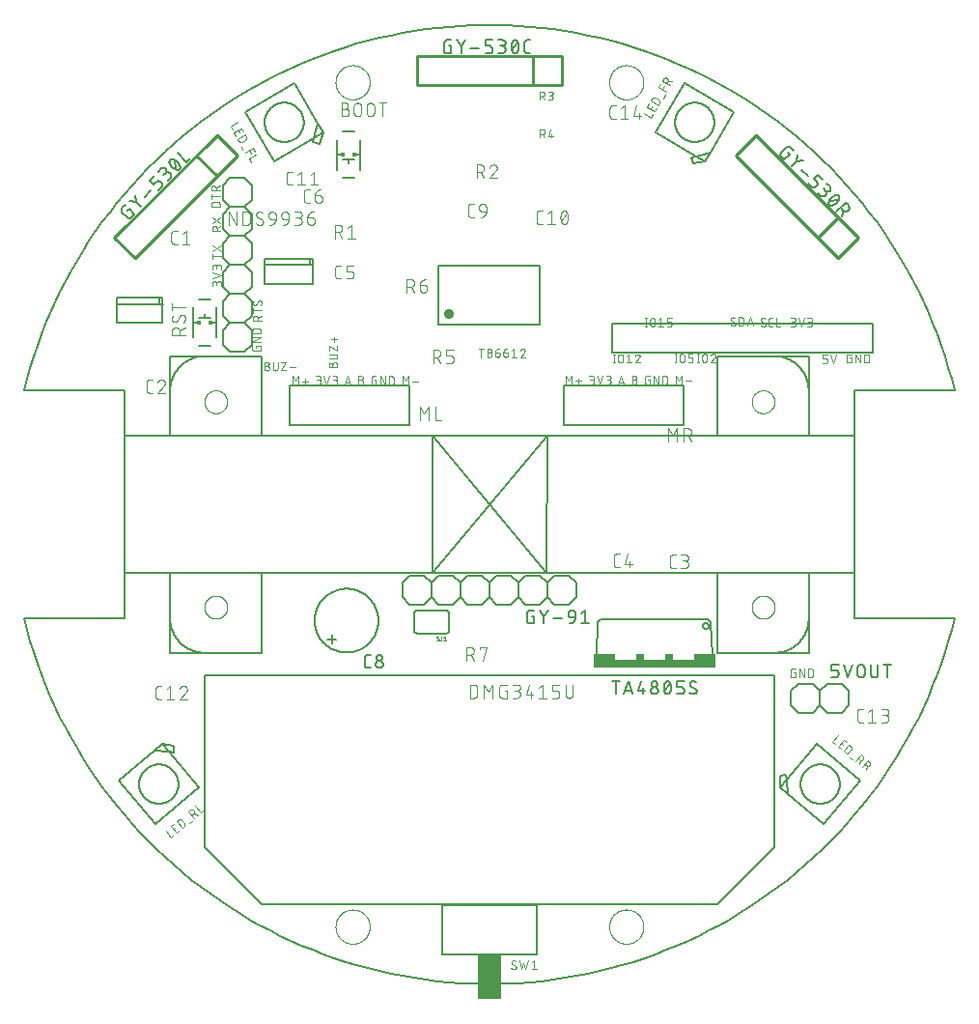
<source format=gto>
G75*
%MOIN*%
%OFA0B0*%
%FSLAX25Y25*%
%IPPOS*%
%LPD*%
%AMOC8*
5,1,8,0,0,1.08239X$1,22.5*
%
%ADD10C,0.00600*%
%ADD11C,0.00000*%
%ADD12C,0.00300*%
%ADD13C,0.00400*%
%ADD14C,0.00500*%
%ADD15C,0.00787*%
%ADD16C,0.01575*%
%ADD17C,0.00100*%
%ADD18R,0.08000X0.15500*%
%ADD19C,0.01000*%
%ADD20C,0.00800*%
%ADD21C,0.03482*%
%ADD22R,0.42000X0.03000*%
%ADD23R,0.07500X0.02000*%
%ADD24R,0.03000X0.02000*%
D10*
X0085355Y0065670D02*
X0105040Y0045985D01*
X0262520Y0045985D01*
X0282206Y0065670D01*
X0282206Y0124725D01*
X0085355Y0124725D01*
X0085355Y0065670D01*
X0085355Y0132599D02*
X0073544Y0132599D01*
X0073544Y0144410D01*
X0073544Y0160158D01*
X0057796Y0160158D01*
X0073544Y0160158D02*
X0105040Y0160158D01*
X0105040Y0132599D01*
X0085355Y0132599D01*
X0085070Y0132602D01*
X0084784Y0132613D01*
X0084499Y0132630D01*
X0084215Y0132654D01*
X0083931Y0132685D01*
X0083648Y0132723D01*
X0083367Y0132768D01*
X0083086Y0132819D01*
X0082806Y0132877D01*
X0082528Y0132942D01*
X0082252Y0133014D01*
X0081978Y0133092D01*
X0081705Y0133177D01*
X0081435Y0133269D01*
X0081167Y0133367D01*
X0080901Y0133471D01*
X0080638Y0133582D01*
X0080378Y0133699D01*
X0080120Y0133822D01*
X0079866Y0133952D01*
X0079615Y0134088D01*
X0079367Y0134229D01*
X0079123Y0134377D01*
X0078882Y0134530D01*
X0078646Y0134690D01*
X0078413Y0134855D01*
X0078184Y0135025D01*
X0077959Y0135201D01*
X0077739Y0135383D01*
X0077523Y0135569D01*
X0077312Y0135761D01*
X0077105Y0135958D01*
X0076903Y0136160D01*
X0076706Y0136367D01*
X0076514Y0136578D01*
X0076328Y0136794D01*
X0076146Y0137014D01*
X0075970Y0137239D01*
X0075800Y0137468D01*
X0075635Y0137701D01*
X0075475Y0137937D01*
X0075322Y0138178D01*
X0075174Y0138422D01*
X0075033Y0138670D01*
X0074897Y0138921D01*
X0074767Y0139175D01*
X0074644Y0139433D01*
X0074527Y0139693D01*
X0074416Y0139956D01*
X0074312Y0140222D01*
X0074214Y0140490D01*
X0074122Y0140760D01*
X0074037Y0141033D01*
X0073959Y0141307D01*
X0073887Y0141583D01*
X0073822Y0141861D01*
X0073764Y0142141D01*
X0073713Y0142422D01*
X0073668Y0142703D01*
X0073630Y0142986D01*
X0073599Y0143270D01*
X0073575Y0143554D01*
X0073558Y0143839D01*
X0073547Y0144125D01*
X0073544Y0144410D01*
X0057796Y0144410D02*
X0023150Y0144410D01*
X0057796Y0144410D02*
X0057796Y0223150D01*
X0023150Y0223150D01*
X0055200Y0246500D02*
X0055200Y0252900D01*
X0071000Y0252900D01*
X0070000Y0253100D02*
X0069900Y0253100D01*
X0069900Y0255000D01*
X0070900Y0255200D02*
X0070900Y0246500D01*
X0055200Y0246500D01*
X0055200Y0252900D02*
X0055200Y0255300D01*
X0055300Y0255200D02*
X0070900Y0255200D01*
X0091772Y0253989D02*
X0091772Y0248989D01*
X0094272Y0246489D01*
X0099272Y0246489D01*
X0101772Y0248989D01*
X0101772Y0253989D01*
X0099272Y0256489D01*
X0094272Y0256489D01*
X0091772Y0253989D01*
X0094272Y0256489D02*
X0091772Y0258989D01*
X0091772Y0263989D01*
X0094272Y0266489D01*
X0091772Y0268989D01*
X0091772Y0273989D01*
X0094272Y0276489D01*
X0091772Y0278989D01*
X0091772Y0283989D01*
X0094272Y0286489D01*
X0091772Y0288989D01*
X0091772Y0293989D01*
X0094272Y0296489D01*
X0099272Y0296489D01*
X0101772Y0293989D01*
X0101772Y0288989D01*
X0099272Y0286489D01*
X0101772Y0283989D01*
X0101772Y0278989D01*
X0099272Y0276489D01*
X0101772Y0273989D01*
X0101772Y0268989D01*
X0099272Y0266489D01*
X0101772Y0263989D01*
X0101772Y0258989D01*
X0099272Y0256489D01*
X0106300Y0260000D02*
X0122700Y0260000D01*
X0122700Y0266400D01*
X0106300Y0266400D01*
X0106300Y0268600D01*
X0122700Y0268600D01*
X0122800Y0268600D01*
X0122700Y0268600D02*
X0122700Y0266400D01*
X0122400Y0266500D02*
X0121900Y0266500D01*
X0121900Y0268500D01*
X0106300Y0266300D02*
X0106300Y0260000D01*
X0099272Y0266489D02*
X0094272Y0266489D01*
X0094272Y0276489D02*
X0099272Y0276489D01*
X0099272Y0286489D02*
X0094272Y0286489D01*
X0094272Y0246489D02*
X0091772Y0243989D01*
X0091772Y0238989D01*
X0094272Y0236489D01*
X0099272Y0236489D01*
X0101772Y0238989D01*
X0101772Y0243989D01*
X0099272Y0246489D01*
X0105040Y0234961D02*
X0085355Y0234961D01*
X0073544Y0234961D01*
X0073544Y0223150D01*
X0073544Y0207402D01*
X0105040Y0207402D01*
X0105040Y0234961D01*
X0085355Y0234961D02*
X0085070Y0234958D01*
X0084784Y0234947D01*
X0084499Y0234930D01*
X0084215Y0234906D01*
X0083931Y0234875D01*
X0083648Y0234837D01*
X0083367Y0234792D01*
X0083086Y0234741D01*
X0082806Y0234683D01*
X0082528Y0234618D01*
X0082252Y0234546D01*
X0081978Y0234468D01*
X0081705Y0234383D01*
X0081435Y0234291D01*
X0081167Y0234193D01*
X0080901Y0234089D01*
X0080638Y0233978D01*
X0080378Y0233861D01*
X0080120Y0233738D01*
X0079866Y0233608D01*
X0079615Y0233472D01*
X0079367Y0233331D01*
X0079123Y0233183D01*
X0078882Y0233030D01*
X0078646Y0232870D01*
X0078413Y0232705D01*
X0078184Y0232535D01*
X0077959Y0232359D01*
X0077739Y0232177D01*
X0077523Y0231991D01*
X0077312Y0231799D01*
X0077105Y0231602D01*
X0076903Y0231400D01*
X0076706Y0231193D01*
X0076514Y0230982D01*
X0076328Y0230766D01*
X0076146Y0230546D01*
X0075970Y0230321D01*
X0075800Y0230092D01*
X0075635Y0229859D01*
X0075475Y0229623D01*
X0075322Y0229382D01*
X0075174Y0229138D01*
X0075033Y0228890D01*
X0074897Y0228639D01*
X0074767Y0228385D01*
X0074644Y0228127D01*
X0074527Y0227867D01*
X0074416Y0227604D01*
X0074312Y0227338D01*
X0074214Y0227070D01*
X0074122Y0226800D01*
X0074037Y0226527D01*
X0073959Y0226253D01*
X0073887Y0225977D01*
X0073822Y0225699D01*
X0073764Y0225419D01*
X0073713Y0225138D01*
X0073668Y0224857D01*
X0073630Y0224574D01*
X0073599Y0224290D01*
X0073575Y0224006D01*
X0073558Y0223721D01*
X0073547Y0223435D01*
X0073544Y0223150D01*
X0073544Y0207402D02*
X0057796Y0207402D01*
X0105040Y0207402D02*
X0164095Y0207402D01*
X0203465Y0160158D01*
X0203965Y0207402D01*
X0164095Y0160158D01*
X0164095Y0207402D01*
X0203965Y0207402D01*
X0262520Y0207402D01*
X0262520Y0234961D01*
X0282206Y0234961D01*
X0294017Y0234961D01*
X0294017Y0223150D01*
X0294017Y0207402D01*
X0262520Y0207402D01*
X0282206Y0234961D02*
X0282491Y0234958D01*
X0282777Y0234947D01*
X0283062Y0234930D01*
X0283346Y0234906D01*
X0283630Y0234875D01*
X0283913Y0234837D01*
X0284194Y0234792D01*
X0284475Y0234741D01*
X0284755Y0234683D01*
X0285033Y0234618D01*
X0285309Y0234546D01*
X0285583Y0234468D01*
X0285856Y0234383D01*
X0286126Y0234291D01*
X0286394Y0234193D01*
X0286660Y0234089D01*
X0286923Y0233978D01*
X0287183Y0233861D01*
X0287441Y0233738D01*
X0287695Y0233608D01*
X0287946Y0233472D01*
X0288194Y0233331D01*
X0288438Y0233183D01*
X0288679Y0233030D01*
X0288915Y0232870D01*
X0289148Y0232705D01*
X0289377Y0232535D01*
X0289602Y0232359D01*
X0289822Y0232177D01*
X0290038Y0231991D01*
X0290249Y0231799D01*
X0290456Y0231602D01*
X0290658Y0231400D01*
X0290855Y0231193D01*
X0291047Y0230982D01*
X0291233Y0230766D01*
X0291415Y0230546D01*
X0291591Y0230321D01*
X0291761Y0230092D01*
X0291926Y0229859D01*
X0292086Y0229623D01*
X0292239Y0229382D01*
X0292387Y0229138D01*
X0292528Y0228890D01*
X0292664Y0228639D01*
X0292794Y0228385D01*
X0292917Y0228127D01*
X0293034Y0227867D01*
X0293145Y0227604D01*
X0293249Y0227338D01*
X0293347Y0227070D01*
X0293439Y0226800D01*
X0293524Y0226527D01*
X0293602Y0226253D01*
X0293674Y0225977D01*
X0293739Y0225699D01*
X0293797Y0225419D01*
X0293848Y0225138D01*
X0293893Y0224857D01*
X0293931Y0224574D01*
X0293962Y0224290D01*
X0293986Y0224006D01*
X0294003Y0223721D01*
X0294014Y0223435D01*
X0294017Y0223150D01*
X0309765Y0223150D02*
X0344410Y0223150D01*
X0309765Y0223150D02*
X0309765Y0144410D01*
X0344410Y0144410D01*
X0309765Y0160158D02*
X0203465Y0160158D01*
X0164095Y0160158D01*
X0105040Y0160158D01*
X0129426Y0138713D02*
X0129426Y0137213D01*
X0127926Y0137213D01*
X0129426Y0137213D02*
X0130926Y0137213D01*
X0129426Y0137213D02*
X0129426Y0135713D01*
X0123426Y0143713D02*
X0123429Y0143983D01*
X0123439Y0144253D01*
X0123456Y0144522D01*
X0123479Y0144791D01*
X0123509Y0145060D01*
X0123545Y0145327D01*
X0123588Y0145594D01*
X0123637Y0145859D01*
X0123693Y0146123D01*
X0123756Y0146386D01*
X0123824Y0146647D01*
X0123900Y0146906D01*
X0123981Y0147163D01*
X0124069Y0147419D01*
X0124163Y0147672D01*
X0124263Y0147923D01*
X0124370Y0148171D01*
X0124482Y0148416D01*
X0124601Y0148659D01*
X0124725Y0148898D01*
X0124855Y0149135D01*
X0124991Y0149368D01*
X0125133Y0149598D01*
X0125280Y0149824D01*
X0125433Y0150047D01*
X0125591Y0150266D01*
X0125754Y0150481D01*
X0125923Y0150691D01*
X0126097Y0150898D01*
X0126276Y0151100D01*
X0126459Y0151298D01*
X0126648Y0151491D01*
X0126841Y0151680D01*
X0127039Y0151863D01*
X0127241Y0152042D01*
X0127448Y0152216D01*
X0127658Y0152385D01*
X0127873Y0152548D01*
X0128092Y0152706D01*
X0128315Y0152859D01*
X0128541Y0153006D01*
X0128771Y0153148D01*
X0129004Y0153284D01*
X0129241Y0153414D01*
X0129480Y0153538D01*
X0129723Y0153657D01*
X0129968Y0153769D01*
X0130216Y0153876D01*
X0130467Y0153976D01*
X0130720Y0154070D01*
X0130976Y0154158D01*
X0131233Y0154239D01*
X0131492Y0154315D01*
X0131753Y0154383D01*
X0132016Y0154446D01*
X0132280Y0154502D01*
X0132545Y0154551D01*
X0132812Y0154594D01*
X0133079Y0154630D01*
X0133348Y0154660D01*
X0133617Y0154683D01*
X0133886Y0154700D01*
X0134156Y0154710D01*
X0134426Y0154713D01*
X0134696Y0154710D01*
X0134966Y0154700D01*
X0135235Y0154683D01*
X0135504Y0154660D01*
X0135773Y0154630D01*
X0136040Y0154594D01*
X0136307Y0154551D01*
X0136572Y0154502D01*
X0136836Y0154446D01*
X0137099Y0154383D01*
X0137360Y0154315D01*
X0137619Y0154239D01*
X0137876Y0154158D01*
X0138132Y0154070D01*
X0138385Y0153976D01*
X0138636Y0153876D01*
X0138884Y0153769D01*
X0139129Y0153657D01*
X0139372Y0153538D01*
X0139611Y0153414D01*
X0139848Y0153284D01*
X0140081Y0153148D01*
X0140311Y0153006D01*
X0140537Y0152859D01*
X0140760Y0152706D01*
X0140979Y0152548D01*
X0141194Y0152385D01*
X0141404Y0152216D01*
X0141611Y0152042D01*
X0141813Y0151863D01*
X0142011Y0151680D01*
X0142204Y0151491D01*
X0142393Y0151298D01*
X0142576Y0151100D01*
X0142755Y0150898D01*
X0142929Y0150691D01*
X0143098Y0150481D01*
X0143261Y0150266D01*
X0143419Y0150047D01*
X0143572Y0149824D01*
X0143719Y0149598D01*
X0143861Y0149368D01*
X0143997Y0149135D01*
X0144127Y0148898D01*
X0144251Y0148659D01*
X0144370Y0148416D01*
X0144482Y0148171D01*
X0144589Y0147923D01*
X0144689Y0147672D01*
X0144783Y0147419D01*
X0144871Y0147163D01*
X0144952Y0146906D01*
X0145028Y0146647D01*
X0145096Y0146386D01*
X0145159Y0146123D01*
X0145215Y0145859D01*
X0145264Y0145594D01*
X0145307Y0145327D01*
X0145343Y0145060D01*
X0145373Y0144791D01*
X0145396Y0144522D01*
X0145413Y0144253D01*
X0145423Y0143983D01*
X0145426Y0143713D01*
X0145423Y0143443D01*
X0145413Y0143173D01*
X0145396Y0142904D01*
X0145373Y0142635D01*
X0145343Y0142366D01*
X0145307Y0142099D01*
X0145264Y0141832D01*
X0145215Y0141567D01*
X0145159Y0141303D01*
X0145096Y0141040D01*
X0145028Y0140779D01*
X0144952Y0140520D01*
X0144871Y0140263D01*
X0144783Y0140007D01*
X0144689Y0139754D01*
X0144589Y0139503D01*
X0144482Y0139255D01*
X0144370Y0139010D01*
X0144251Y0138767D01*
X0144127Y0138528D01*
X0143997Y0138291D01*
X0143861Y0138058D01*
X0143719Y0137828D01*
X0143572Y0137602D01*
X0143419Y0137379D01*
X0143261Y0137160D01*
X0143098Y0136945D01*
X0142929Y0136735D01*
X0142755Y0136528D01*
X0142576Y0136326D01*
X0142393Y0136128D01*
X0142204Y0135935D01*
X0142011Y0135746D01*
X0141813Y0135563D01*
X0141611Y0135384D01*
X0141404Y0135210D01*
X0141194Y0135041D01*
X0140979Y0134878D01*
X0140760Y0134720D01*
X0140537Y0134567D01*
X0140311Y0134420D01*
X0140081Y0134278D01*
X0139848Y0134142D01*
X0139611Y0134012D01*
X0139372Y0133888D01*
X0139129Y0133769D01*
X0138884Y0133657D01*
X0138636Y0133550D01*
X0138385Y0133450D01*
X0138132Y0133356D01*
X0137876Y0133268D01*
X0137619Y0133187D01*
X0137360Y0133111D01*
X0137099Y0133043D01*
X0136836Y0132980D01*
X0136572Y0132924D01*
X0136307Y0132875D01*
X0136040Y0132832D01*
X0135773Y0132796D01*
X0135504Y0132766D01*
X0135235Y0132743D01*
X0134966Y0132726D01*
X0134696Y0132716D01*
X0134426Y0132713D01*
X0134156Y0132716D01*
X0133886Y0132726D01*
X0133617Y0132743D01*
X0133348Y0132766D01*
X0133079Y0132796D01*
X0132812Y0132832D01*
X0132545Y0132875D01*
X0132280Y0132924D01*
X0132016Y0132980D01*
X0131753Y0133043D01*
X0131492Y0133111D01*
X0131233Y0133187D01*
X0130976Y0133268D01*
X0130720Y0133356D01*
X0130467Y0133450D01*
X0130216Y0133550D01*
X0129968Y0133657D01*
X0129723Y0133769D01*
X0129480Y0133888D01*
X0129241Y0134012D01*
X0129004Y0134142D01*
X0128771Y0134278D01*
X0128541Y0134420D01*
X0128315Y0134567D01*
X0128092Y0134720D01*
X0127873Y0134878D01*
X0127658Y0135041D01*
X0127448Y0135210D01*
X0127241Y0135384D01*
X0127039Y0135563D01*
X0126841Y0135746D01*
X0126648Y0135935D01*
X0126459Y0136128D01*
X0126276Y0136326D01*
X0126097Y0136528D01*
X0125923Y0136735D01*
X0125754Y0136945D01*
X0125591Y0137160D01*
X0125433Y0137379D01*
X0125280Y0137602D01*
X0125133Y0137828D01*
X0124991Y0138058D01*
X0124855Y0138291D01*
X0124725Y0138528D01*
X0124601Y0138767D01*
X0124482Y0139010D01*
X0124370Y0139255D01*
X0124263Y0139503D01*
X0124163Y0139754D01*
X0124069Y0140007D01*
X0123981Y0140263D01*
X0123900Y0140520D01*
X0123824Y0140779D01*
X0123756Y0141040D01*
X0123693Y0141303D01*
X0123637Y0141567D01*
X0123588Y0141832D01*
X0123545Y0142099D01*
X0123509Y0142366D01*
X0123479Y0142635D01*
X0123456Y0142904D01*
X0123439Y0143173D01*
X0123429Y0143443D01*
X0123426Y0143713D01*
X0153780Y0151753D02*
X0156280Y0149253D01*
X0161280Y0149253D01*
X0163780Y0151753D01*
X0166280Y0149253D01*
X0171280Y0149253D01*
X0173780Y0151753D01*
X0173780Y0156753D01*
X0171280Y0159253D01*
X0166280Y0159253D01*
X0163780Y0156753D01*
X0163780Y0151753D01*
X0158812Y0147339D02*
X0168812Y0147339D01*
X0168872Y0147337D01*
X0168933Y0147332D01*
X0168992Y0147323D01*
X0169051Y0147310D01*
X0169110Y0147294D01*
X0169167Y0147274D01*
X0169222Y0147251D01*
X0169277Y0147224D01*
X0169329Y0147195D01*
X0169380Y0147162D01*
X0169429Y0147126D01*
X0169475Y0147088D01*
X0169519Y0147046D01*
X0169561Y0147002D01*
X0169599Y0146956D01*
X0169635Y0146907D01*
X0169668Y0146856D01*
X0169697Y0146804D01*
X0169724Y0146749D01*
X0169747Y0146694D01*
X0169767Y0146637D01*
X0169783Y0146578D01*
X0169796Y0146519D01*
X0169805Y0146460D01*
X0169810Y0146399D01*
X0169812Y0146339D01*
X0169812Y0140339D01*
X0169810Y0140279D01*
X0169805Y0140218D01*
X0169796Y0140159D01*
X0169783Y0140100D01*
X0169767Y0140041D01*
X0169747Y0139984D01*
X0169724Y0139929D01*
X0169697Y0139874D01*
X0169668Y0139822D01*
X0169635Y0139771D01*
X0169599Y0139722D01*
X0169561Y0139676D01*
X0169519Y0139632D01*
X0169475Y0139590D01*
X0169429Y0139552D01*
X0169380Y0139516D01*
X0169329Y0139483D01*
X0169277Y0139454D01*
X0169222Y0139427D01*
X0169167Y0139404D01*
X0169110Y0139384D01*
X0169051Y0139368D01*
X0168992Y0139355D01*
X0168933Y0139346D01*
X0168872Y0139341D01*
X0168812Y0139339D01*
X0158812Y0139339D01*
X0158752Y0139341D01*
X0158691Y0139346D01*
X0158632Y0139355D01*
X0158573Y0139368D01*
X0158514Y0139384D01*
X0158457Y0139404D01*
X0158402Y0139427D01*
X0158347Y0139454D01*
X0158295Y0139483D01*
X0158244Y0139516D01*
X0158195Y0139552D01*
X0158149Y0139590D01*
X0158105Y0139632D01*
X0158063Y0139676D01*
X0158025Y0139722D01*
X0157989Y0139771D01*
X0157956Y0139822D01*
X0157927Y0139874D01*
X0157900Y0139929D01*
X0157877Y0139984D01*
X0157857Y0140041D01*
X0157841Y0140100D01*
X0157828Y0140159D01*
X0157819Y0140218D01*
X0157814Y0140279D01*
X0157812Y0140339D01*
X0157812Y0146339D01*
X0157814Y0146399D01*
X0157819Y0146460D01*
X0157828Y0146519D01*
X0157841Y0146578D01*
X0157857Y0146637D01*
X0157877Y0146694D01*
X0157900Y0146749D01*
X0157927Y0146804D01*
X0157956Y0146856D01*
X0157989Y0146907D01*
X0158025Y0146956D01*
X0158063Y0147002D01*
X0158105Y0147046D01*
X0158149Y0147088D01*
X0158195Y0147126D01*
X0158244Y0147162D01*
X0158295Y0147195D01*
X0158347Y0147224D01*
X0158402Y0147251D01*
X0158457Y0147274D01*
X0158514Y0147294D01*
X0158573Y0147310D01*
X0158632Y0147323D01*
X0158691Y0147332D01*
X0158752Y0147337D01*
X0158812Y0147339D01*
X0153780Y0151753D02*
X0153780Y0156753D01*
X0156280Y0159253D01*
X0161280Y0159253D01*
X0163780Y0156753D01*
X0173780Y0156753D02*
X0176280Y0159253D01*
X0181280Y0159253D01*
X0183780Y0156753D01*
X0186280Y0159253D01*
X0191280Y0159253D01*
X0193780Y0156753D01*
X0196280Y0159253D01*
X0201280Y0159253D01*
X0203780Y0156753D01*
X0206280Y0159253D01*
X0211280Y0159253D01*
X0213780Y0156753D01*
X0213780Y0151753D01*
X0211280Y0149253D01*
X0206280Y0149253D01*
X0203780Y0151753D01*
X0201280Y0149253D01*
X0196280Y0149253D01*
X0193780Y0151753D01*
X0191280Y0149253D01*
X0186280Y0149253D01*
X0183780Y0151753D01*
X0181280Y0149253D01*
X0176280Y0149253D01*
X0173780Y0151753D01*
X0183780Y0151753D02*
X0183780Y0156753D01*
X0193780Y0156753D02*
X0193780Y0151753D01*
X0203780Y0151753D02*
X0203780Y0156753D01*
X0344410Y0144410D02*
X0343402Y0140500D01*
X0342300Y0136615D01*
X0341102Y0132759D01*
X0339811Y0128933D01*
X0338427Y0125140D01*
X0336951Y0121381D01*
X0335383Y0117660D01*
X0333725Y0113978D01*
X0331978Y0110338D01*
X0330142Y0106741D01*
X0328219Y0103191D01*
X0326210Y0099688D01*
X0324115Y0096235D01*
X0321938Y0092835D01*
X0319678Y0089489D01*
X0317336Y0086199D01*
X0314916Y0082967D01*
X0312417Y0079795D01*
X0309841Y0076685D01*
X0307190Y0073639D01*
X0304466Y0070659D01*
X0301669Y0067746D01*
X0298802Y0064902D01*
X0295867Y0062129D01*
X0292865Y0059429D01*
X0289798Y0056802D01*
X0286668Y0054252D01*
X0283476Y0051778D01*
X0280225Y0049383D01*
X0276916Y0047068D01*
X0273552Y0044835D01*
X0270134Y0042685D01*
X0266665Y0040618D01*
X0263146Y0038637D01*
X0259581Y0036743D01*
X0255969Y0034936D01*
X0252315Y0033217D01*
X0248620Y0031589D01*
X0244887Y0030051D01*
X0241116Y0028605D01*
X0237312Y0027251D01*
X0233476Y0025991D01*
X0229610Y0024824D01*
X0225717Y0023753D01*
X0221799Y0022777D01*
X0217858Y0021896D01*
X0213897Y0021113D01*
X0209917Y0020426D01*
X0205923Y0019836D01*
X0201915Y0019344D01*
X0197896Y0018951D01*
X0193869Y0018655D01*
X0189836Y0018458D01*
X0185799Y0018359D01*
X0181761Y0018359D01*
X0177724Y0018458D01*
X0173691Y0018655D01*
X0169664Y0018951D01*
X0165645Y0019344D01*
X0161637Y0019836D01*
X0157643Y0020426D01*
X0153663Y0021113D01*
X0149702Y0021896D01*
X0145761Y0022777D01*
X0141843Y0023753D01*
X0137950Y0024824D01*
X0134084Y0025991D01*
X0130248Y0027251D01*
X0126444Y0028605D01*
X0122673Y0030051D01*
X0118940Y0031589D01*
X0115245Y0033217D01*
X0111591Y0034936D01*
X0107979Y0036743D01*
X0104414Y0038637D01*
X0100895Y0040618D01*
X0097426Y0042685D01*
X0094008Y0044835D01*
X0090644Y0047068D01*
X0087335Y0049383D01*
X0084084Y0051778D01*
X0080892Y0054252D01*
X0077762Y0056802D01*
X0074695Y0059429D01*
X0071693Y0062129D01*
X0068758Y0064902D01*
X0065891Y0067746D01*
X0063094Y0070659D01*
X0060370Y0073639D01*
X0057719Y0076685D01*
X0055143Y0079795D01*
X0052644Y0082967D01*
X0050224Y0086199D01*
X0047882Y0089489D01*
X0045622Y0092835D01*
X0043445Y0096235D01*
X0041350Y0099688D01*
X0039341Y0103191D01*
X0037418Y0106741D01*
X0035582Y0110338D01*
X0033835Y0113978D01*
X0032177Y0117660D01*
X0030609Y0121381D01*
X0029133Y0125140D01*
X0027749Y0128933D01*
X0026458Y0132759D01*
X0025260Y0136615D01*
X0024158Y0140500D01*
X0023150Y0144410D01*
X0023150Y0223151D02*
X0024158Y0227061D01*
X0025260Y0230946D01*
X0026458Y0234802D01*
X0027749Y0238628D01*
X0029133Y0242421D01*
X0030609Y0246180D01*
X0032177Y0249901D01*
X0033835Y0253583D01*
X0035582Y0257223D01*
X0037418Y0260820D01*
X0039341Y0264370D01*
X0041350Y0267873D01*
X0043445Y0271326D01*
X0045622Y0274726D01*
X0047882Y0278072D01*
X0050224Y0281362D01*
X0052644Y0284594D01*
X0055143Y0287766D01*
X0057719Y0290876D01*
X0060370Y0293922D01*
X0063094Y0296902D01*
X0065891Y0299815D01*
X0068758Y0302659D01*
X0071693Y0305432D01*
X0074695Y0308132D01*
X0077762Y0310759D01*
X0080892Y0313309D01*
X0084084Y0315783D01*
X0087335Y0318178D01*
X0090644Y0320493D01*
X0094008Y0322726D01*
X0097426Y0324876D01*
X0100895Y0326943D01*
X0104414Y0328924D01*
X0107979Y0330818D01*
X0111591Y0332625D01*
X0115245Y0334344D01*
X0118940Y0335972D01*
X0122673Y0337510D01*
X0126444Y0338956D01*
X0130248Y0340310D01*
X0134084Y0341570D01*
X0137950Y0342737D01*
X0141843Y0343808D01*
X0145761Y0344784D01*
X0149702Y0345665D01*
X0153663Y0346448D01*
X0157643Y0347135D01*
X0161637Y0347725D01*
X0165645Y0348217D01*
X0169664Y0348610D01*
X0173691Y0348906D01*
X0177724Y0349103D01*
X0181761Y0349202D01*
X0185799Y0349202D01*
X0189836Y0349103D01*
X0193869Y0348906D01*
X0197896Y0348610D01*
X0201915Y0348217D01*
X0205923Y0347725D01*
X0209917Y0347135D01*
X0213897Y0346448D01*
X0217858Y0345665D01*
X0221799Y0344784D01*
X0225717Y0343808D01*
X0229610Y0342737D01*
X0233476Y0341570D01*
X0237312Y0340310D01*
X0241116Y0338956D01*
X0244887Y0337510D01*
X0248620Y0335972D01*
X0252315Y0334344D01*
X0255969Y0332625D01*
X0259581Y0330818D01*
X0263146Y0328924D01*
X0266665Y0326943D01*
X0270134Y0324876D01*
X0273552Y0322726D01*
X0276916Y0320493D01*
X0280225Y0318178D01*
X0283476Y0315783D01*
X0286668Y0313309D01*
X0289798Y0310759D01*
X0292865Y0308132D01*
X0295867Y0305432D01*
X0298802Y0302659D01*
X0301669Y0299815D01*
X0304466Y0296902D01*
X0307190Y0293922D01*
X0309841Y0290876D01*
X0312417Y0287766D01*
X0314916Y0284594D01*
X0317336Y0281362D01*
X0319678Y0278072D01*
X0321938Y0274726D01*
X0324115Y0271326D01*
X0326210Y0267873D01*
X0328219Y0264370D01*
X0330142Y0260820D01*
X0331978Y0257223D01*
X0333725Y0253583D01*
X0335383Y0249901D01*
X0336951Y0246180D01*
X0338427Y0242421D01*
X0339811Y0238628D01*
X0341102Y0234802D01*
X0342300Y0230946D01*
X0343402Y0227061D01*
X0344410Y0223151D01*
X0309765Y0207402D02*
X0294017Y0207402D01*
X0294017Y0160158D02*
X0262520Y0160158D01*
X0262520Y0132599D01*
X0282206Y0132599D01*
X0294017Y0132599D01*
X0294017Y0144410D01*
X0294017Y0160158D01*
X0294017Y0144410D02*
X0294014Y0144125D01*
X0294003Y0143839D01*
X0293986Y0143554D01*
X0293962Y0143270D01*
X0293931Y0142986D01*
X0293893Y0142703D01*
X0293848Y0142422D01*
X0293797Y0142141D01*
X0293739Y0141861D01*
X0293674Y0141583D01*
X0293602Y0141307D01*
X0293524Y0141033D01*
X0293439Y0140760D01*
X0293347Y0140490D01*
X0293249Y0140222D01*
X0293145Y0139956D01*
X0293034Y0139693D01*
X0292917Y0139433D01*
X0292794Y0139175D01*
X0292664Y0138921D01*
X0292528Y0138670D01*
X0292387Y0138422D01*
X0292239Y0138178D01*
X0292086Y0137937D01*
X0291926Y0137701D01*
X0291761Y0137468D01*
X0291591Y0137239D01*
X0291415Y0137014D01*
X0291233Y0136794D01*
X0291047Y0136578D01*
X0290855Y0136367D01*
X0290658Y0136160D01*
X0290456Y0135958D01*
X0290249Y0135761D01*
X0290038Y0135569D01*
X0289822Y0135383D01*
X0289602Y0135201D01*
X0289377Y0135025D01*
X0289148Y0134855D01*
X0288915Y0134690D01*
X0288679Y0134530D01*
X0288438Y0134377D01*
X0288194Y0134229D01*
X0287946Y0134088D01*
X0287695Y0133952D01*
X0287441Y0133822D01*
X0287183Y0133699D01*
X0286923Y0133582D01*
X0286660Y0133471D01*
X0286394Y0133367D01*
X0286126Y0133269D01*
X0285856Y0133177D01*
X0285583Y0133092D01*
X0285309Y0133014D01*
X0285033Y0132942D01*
X0284755Y0132877D01*
X0284475Y0132819D01*
X0284194Y0132768D01*
X0283913Y0132723D01*
X0283630Y0132685D01*
X0283346Y0132654D01*
X0283062Y0132630D01*
X0282777Y0132613D01*
X0282491Y0132602D01*
X0282206Y0132599D01*
X0290454Y0121851D02*
X0295454Y0121851D01*
X0297954Y0119351D01*
X0300454Y0121851D01*
X0305454Y0121851D01*
X0307954Y0119351D01*
X0307954Y0114351D01*
X0305454Y0111851D01*
X0300454Y0111851D01*
X0297954Y0114351D01*
X0295454Y0111851D01*
X0290454Y0111851D01*
X0287954Y0114351D01*
X0287954Y0119351D01*
X0290454Y0121851D01*
X0297954Y0119351D02*
X0297954Y0114351D01*
D11*
X0274332Y0148347D02*
X0274334Y0148472D01*
X0274340Y0148597D01*
X0274350Y0148721D01*
X0274364Y0148845D01*
X0274381Y0148969D01*
X0274403Y0149092D01*
X0274429Y0149214D01*
X0274458Y0149336D01*
X0274491Y0149456D01*
X0274529Y0149575D01*
X0274569Y0149694D01*
X0274614Y0149810D01*
X0274662Y0149925D01*
X0274714Y0150039D01*
X0274770Y0150151D01*
X0274829Y0150261D01*
X0274891Y0150369D01*
X0274957Y0150476D01*
X0275026Y0150580D01*
X0275099Y0150681D01*
X0275174Y0150781D01*
X0275253Y0150878D01*
X0275335Y0150972D01*
X0275420Y0151064D01*
X0275507Y0151153D01*
X0275598Y0151239D01*
X0275691Y0151322D01*
X0275787Y0151403D01*
X0275885Y0151480D01*
X0275985Y0151554D01*
X0276088Y0151625D01*
X0276193Y0151692D01*
X0276301Y0151757D01*
X0276410Y0151817D01*
X0276521Y0151875D01*
X0276634Y0151928D01*
X0276748Y0151978D01*
X0276864Y0152025D01*
X0276981Y0152067D01*
X0277100Y0152106D01*
X0277220Y0152142D01*
X0277341Y0152173D01*
X0277463Y0152201D01*
X0277585Y0152224D01*
X0277709Y0152244D01*
X0277833Y0152260D01*
X0277957Y0152272D01*
X0278082Y0152280D01*
X0278207Y0152284D01*
X0278331Y0152284D01*
X0278456Y0152280D01*
X0278581Y0152272D01*
X0278705Y0152260D01*
X0278829Y0152244D01*
X0278953Y0152224D01*
X0279075Y0152201D01*
X0279197Y0152173D01*
X0279318Y0152142D01*
X0279438Y0152106D01*
X0279557Y0152067D01*
X0279674Y0152025D01*
X0279790Y0151978D01*
X0279904Y0151928D01*
X0280017Y0151875D01*
X0280128Y0151817D01*
X0280238Y0151757D01*
X0280345Y0151692D01*
X0280450Y0151625D01*
X0280553Y0151554D01*
X0280653Y0151480D01*
X0280751Y0151403D01*
X0280847Y0151322D01*
X0280940Y0151239D01*
X0281031Y0151153D01*
X0281118Y0151064D01*
X0281203Y0150972D01*
X0281285Y0150878D01*
X0281364Y0150781D01*
X0281439Y0150681D01*
X0281512Y0150580D01*
X0281581Y0150476D01*
X0281647Y0150369D01*
X0281709Y0150261D01*
X0281768Y0150151D01*
X0281824Y0150039D01*
X0281876Y0149925D01*
X0281924Y0149810D01*
X0281969Y0149694D01*
X0282009Y0149575D01*
X0282047Y0149456D01*
X0282080Y0149336D01*
X0282109Y0149214D01*
X0282135Y0149092D01*
X0282157Y0148969D01*
X0282174Y0148845D01*
X0282188Y0148721D01*
X0282198Y0148597D01*
X0282204Y0148472D01*
X0282206Y0148347D01*
X0282204Y0148222D01*
X0282198Y0148097D01*
X0282188Y0147973D01*
X0282174Y0147849D01*
X0282157Y0147725D01*
X0282135Y0147602D01*
X0282109Y0147480D01*
X0282080Y0147358D01*
X0282047Y0147238D01*
X0282009Y0147119D01*
X0281969Y0147000D01*
X0281924Y0146884D01*
X0281876Y0146769D01*
X0281824Y0146655D01*
X0281768Y0146543D01*
X0281709Y0146433D01*
X0281647Y0146325D01*
X0281581Y0146218D01*
X0281512Y0146114D01*
X0281439Y0146013D01*
X0281364Y0145913D01*
X0281285Y0145816D01*
X0281203Y0145722D01*
X0281118Y0145630D01*
X0281031Y0145541D01*
X0280940Y0145455D01*
X0280847Y0145372D01*
X0280751Y0145291D01*
X0280653Y0145214D01*
X0280553Y0145140D01*
X0280450Y0145069D01*
X0280345Y0145002D01*
X0280237Y0144937D01*
X0280128Y0144877D01*
X0280017Y0144819D01*
X0279904Y0144766D01*
X0279790Y0144716D01*
X0279674Y0144669D01*
X0279557Y0144627D01*
X0279438Y0144588D01*
X0279318Y0144552D01*
X0279197Y0144521D01*
X0279075Y0144493D01*
X0278953Y0144470D01*
X0278829Y0144450D01*
X0278705Y0144434D01*
X0278581Y0144422D01*
X0278456Y0144414D01*
X0278331Y0144410D01*
X0278207Y0144410D01*
X0278082Y0144414D01*
X0277957Y0144422D01*
X0277833Y0144434D01*
X0277709Y0144450D01*
X0277585Y0144470D01*
X0277463Y0144493D01*
X0277341Y0144521D01*
X0277220Y0144552D01*
X0277100Y0144588D01*
X0276981Y0144627D01*
X0276864Y0144669D01*
X0276748Y0144716D01*
X0276634Y0144766D01*
X0276521Y0144819D01*
X0276410Y0144877D01*
X0276300Y0144937D01*
X0276193Y0145002D01*
X0276088Y0145069D01*
X0275985Y0145140D01*
X0275885Y0145214D01*
X0275787Y0145291D01*
X0275691Y0145372D01*
X0275598Y0145455D01*
X0275507Y0145541D01*
X0275420Y0145630D01*
X0275335Y0145722D01*
X0275253Y0145816D01*
X0275174Y0145913D01*
X0275099Y0146013D01*
X0275026Y0146114D01*
X0274957Y0146218D01*
X0274891Y0146325D01*
X0274829Y0146433D01*
X0274770Y0146543D01*
X0274714Y0146655D01*
X0274662Y0146769D01*
X0274614Y0146884D01*
X0274569Y0147000D01*
X0274529Y0147119D01*
X0274491Y0147238D01*
X0274458Y0147358D01*
X0274429Y0147480D01*
X0274403Y0147602D01*
X0274381Y0147725D01*
X0274364Y0147849D01*
X0274350Y0147973D01*
X0274340Y0148097D01*
X0274334Y0148222D01*
X0274332Y0148347D01*
X0274332Y0219213D02*
X0274334Y0219338D01*
X0274340Y0219463D01*
X0274350Y0219587D01*
X0274364Y0219711D01*
X0274381Y0219835D01*
X0274403Y0219958D01*
X0274429Y0220080D01*
X0274458Y0220202D01*
X0274491Y0220322D01*
X0274529Y0220441D01*
X0274569Y0220560D01*
X0274614Y0220676D01*
X0274662Y0220791D01*
X0274714Y0220905D01*
X0274770Y0221017D01*
X0274829Y0221127D01*
X0274891Y0221235D01*
X0274957Y0221342D01*
X0275026Y0221446D01*
X0275099Y0221547D01*
X0275174Y0221647D01*
X0275253Y0221744D01*
X0275335Y0221838D01*
X0275420Y0221930D01*
X0275507Y0222019D01*
X0275598Y0222105D01*
X0275691Y0222188D01*
X0275787Y0222269D01*
X0275885Y0222346D01*
X0275985Y0222420D01*
X0276088Y0222491D01*
X0276193Y0222558D01*
X0276301Y0222623D01*
X0276410Y0222683D01*
X0276521Y0222741D01*
X0276634Y0222794D01*
X0276748Y0222844D01*
X0276864Y0222891D01*
X0276981Y0222933D01*
X0277100Y0222972D01*
X0277220Y0223008D01*
X0277341Y0223039D01*
X0277463Y0223067D01*
X0277585Y0223090D01*
X0277709Y0223110D01*
X0277833Y0223126D01*
X0277957Y0223138D01*
X0278082Y0223146D01*
X0278207Y0223150D01*
X0278331Y0223150D01*
X0278456Y0223146D01*
X0278581Y0223138D01*
X0278705Y0223126D01*
X0278829Y0223110D01*
X0278953Y0223090D01*
X0279075Y0223067D01*
X0279197Y0223039D01*
X0279318Y0223008D01*
X0279438Y0222972D01*
X0279557Y0222933D01*
X0279674Y0222891D01*
X0279790Y0222844D01*
X0279904Y0222794D01*
X0280017Y0222741D01*
X0280128Y0222683D01*
X0280238Y0222623D01*
X0280345Y0222558D01*
X0280450Y0222491D01*
X0280553Y0222420D01*
X0280653Y0222346D01*
X0280751Y0222269D01*
X0280847Y0222188D01*
X0280940Y0222105D01*
X0281031Y0222019D01*
X0281118Y0221930D01*
X0281203Y0221838D01*
X0281285Y0221744D01*
X0281364Y0221647D01*
X0281439Y0221547D01*
X0281512Y0221446D01*
X0281581Y0221342D01*
X0281647Y0221235D01*
X0281709Y0221127D01*
X0281768Y0221017D01*
X0281824Y0220905D01*
X0281876Y0220791D01*
X0281924Y0220676D01*
X0281969Y0220560D01*
X0282009Y0220441D01*
X0282047Y0220322D01*
X0282080Y0220202D01*
X0282109Y0220080D01*
X0282135Y0219958D01*
X0282157Y0219835D01*
X0282174Y0219711D01*
X0282188Y0219587D01*
X0282198Y0219463D01*
X0282204Y0219338D01*
X0282206Y0219213D01*
X0282204Y0219088D01*
X0282198Y0218963D01*
X0282188Y0218839D01*
X0282174Y0218715D01*
X0282157Y0218591D01*
X0282135Y0218468D01*
X0282109Y0218346D01*
X0282080Y0218224D01*
X0282047Y0218104D01*
X0282009Y0217985D01*
X0281969Y0217866D01*
X0281924Y0217750D01*
X0281876Y0217635D01*
X0281824Y0217521D01*
X0281768Y0217409D01*
X0281709Y0217299D01*
X0281647Y0217191D01*
X0281581Y0217084D01*
X0281512Y0216980D01*
X0281439Y0216879D01*
X0281364Y0216779D01*
X0281285Y0216682D01*
X0281203Y0216588D01*
X0281118Y0216496D01*
X0281031Y0216407D01*
X0280940Y0216321D01*
X0280847Y0216238D01*
X0280751Y0216157D01*
X0280653Y0216080D01*
X0280553Y0216006D01*
X0280450Y0215935D01*
X0280345Y0215868D01*
X0280237Y0215803D01*
X0280128Y0215743D01*
X0280017Y0215685D01*
X0279904Y0215632D01*
X0279790Y0215582D01*
X0279674Y0215535D01*
X0279557Y0215493D01*
X0279438Y0215454D01*
X0279318Y0215418D01*
X0279197Y0215387D01*
X0279075Y0215359D01*
X0278953Y0215336D01*
X0278829Y0215316D01*
X0278705Y0215300D01*
X0278581Y0215288D01*
X0278456Y0215280D01*
X0278331Y0215276D01*
X0278207Y0215276D01*
X0278082Y0215280D01*
X0277957Y0215288D01*
X0277833Y0215300D01*
X0277709Y0215316D01*
X0277585Y0215336D01*
X0277463Y0215359D01*
X0277341Y0215387D01*
X0277220Y0215418D01*
X0277100Y0215454D01*
X0276981Y0215493D01*
X0276864Y0215535D01*
X0276748Y0215582D01*
X0276634Y0215632D01*
X0276521Y0215685D01*
X0276410Y0215743D01*
X0276300Y0215803D01*
X0276193Y0215868D01*
X0276088Y0215935D01*
X0275985Y0216006D01*
X0275885Y0216080D01*
X0275787Y0216157D01*
X0275691Y0216238D01*
X0275598Y0216321D01*
X0275507Y0216407D01*
X0275420Y0216496D01*
X0275335Y0216588D01*
X0275253Y0216682D01*
X0275174Y0216779D01*
X0275099Y0216879D01*
X0275026Y0216980D01*
X0274957Y0217084D01*
X0274891Y0217191D01*
X0274829Y0217299D01*
X0274770Y0217409D01*
X0274714Y0217521D01*
X0274662Y0217635D01*
X0274614Y0217750D01*
X0274569Y0217866D01*
X0274529Y0217985D01*
X0274491Y0218104D01*
X0274458Y0218224D01*
X0274429Y0218346D01*
X0274403Y0218468D01*
X0274381Y0218591D01*
X0274364Y0218715D01*
X0274350Y0218839D01*
X0274340Y0218963D01*
X0274334Y0219088D01*
X0274332Y0219213D01*
X0225118Y0329450D02*
X0225120Y0329603D01*
X0225126Y0329757D01*
X0225136Y0329910D01*
X0225150Y0330062D01*
X0225168Y0330215D01*
X0225190Y0330366D01*
X0225215Y0330517D01*
X0225245Y0330668D01*
X0225279Y0330818D01*
X0225316Y0330966D01*
X0225357Y0331114D01*
X0225402Y0331260D01*
X0225451Y0331406D01*
X0225504Y0331550D01*
X0225560Y0331692D01*
X0225620Y0331833D01*
X0225684Y0331973D01*
X0225751Y0332111D01*
X0225822Y0332247D01*
X0225897Y0332381D01*
X0225974Y0332513D01*
X0226056Y0332643D01*
X0226140Y0332771D01*
X0226228Y0332897D01*
X0226319Y0333020D01*
X0226413Y0333141D01*
X0226511Y0333259D01*
X0226611Y0333375D01*
X0226715Y0333488D01*
X0226821Y0333599D01*
X0226930Y0333707D01*
X0227042Y0333812D01*
X0227156Y0333913D01*
X0227274Y0334012D01*
X0227393Y0334108D01*
X0227515Y0334201D01*
X0227640Y0334290D01*
X0227767Y0334377D01*
X0227896Y0334459D01*
X0228027Y0334539D01*
X0228160Y0334615D01*
X0228295Y0334688D01*
X0228432Y0334757D01*
X0228571Y0334822D01*
X0228711Y0334884D01*
X0228853Y0334942D01*
X0228996Y0334997D01*
X0229141Y0335048D01*
X0229287Y0335095D01*
X0229434Y0335138D01*
X0229582Y0335177D01*
X0229731Y0335213D01*
X0229881Y0335244D01*
X0230032Y0335272D01*
X0230183Y0335296D01*
X0230336Y0335316D01*
X0230488Y0335332D01*
X0230641Y0335344D01*
X0230794Y0335352D01*
X0230947Y0335356D01*
X0231101Y0335356D01*
X0231254Y0335352D01*
X0231407Y0335344D01*
X0231560Y0335332D01*
X0231712Y0335316D01*
X0231865Y0335296D01*
X0232016Y0335272D01*
X0232167Y0335244D01*
X0232317Y0335213D01*
X0232466Y0335177D01*
X0232614Y0335138D01*
X0232761Y0335095D01*
X0232907Y0335048D01*
X0233052Y0334997D01*
X0233195Y0334942D01*
X0233337Y0334884D01*
X0233477Y0334822D01*
X0233616Y0334757D01*
X0233753Y0334688D01*
X0233888Y0334615D01*
X0234021Y0334539D01*
X0234152Y0334459D01*
X0234281Y0334377D01*
X0234408Y0334290D01*
X0234533Y0334201D01*
X0234655Y0334108D01*
X0234774Y0334012D01*
X0234892Y0333913D01*
X0235006Y0333812D01*
X0235118Y0333707D01*
X0235227Y0333599D01*
X0235333Y0333488D01*
X0235437Y0333375D01*
X0235537Y0333259D01*
X0235635Y0333141D01*
X0235729Y0333020D01*
X0235820Y0332897D01*
X0235908Y0332771D01*
X0235992Y0332643D01*
X0236074Y0332513D01*
X0236151Y0332381D01*
X0236226Y0332247D01*
X0236297Y0332111D01*
X0236364Y0331973D01*
X0236428Y0331833D01*
X0236488Y0331692D01*
X0236544Y0331550D01*
X0236597Y0331406D01*
X0236646Y0331260D01*
X0236691Y0331114D01*
X0236732Y0330966D01*
X0236769Y0330818D01*
X0236803Y0330668D01*
X0236833Y0330517D01*
X0236858Y0330366D01*
X0236880Y0330215D01*
X0236898Y0330062D01*
X0236912Y0329910D01*
X0236922Y0329757D01*
X0236928Y0329603D01*
X0236930Y0329450D01*
X0236928Y0329297D01*
X0236922Y0329143D01*
X0236912Y0328990D01*
X0236898Y0328838D01*
X0236880Y0328685D01*
X0236858Y0328534D01*
X0236833Y0328383D01*
X0236803Y0328232D01*
X0236769Y0328082D01*
X0236732Y0327934D01*
X0236691Y0327786D01*
X0236646Y0327640D01*
X0236597Y0327494D01*
X0236544Y0327350D01*
X0236488Y0327208D01*
X0236428Y0327067D01*
X0236364Y0326927D01*
X0236297Y0326789D01*
X0236226Y0326653D01*
X0236151Y0326519D01*
X0236074Y0326387D01*
X0235992Y0326257D01*
X0235908Y0326129D01*
X0235820Y0326003D01*
X0235729Y0325880D01*
X0235635Y0325759D01*
X0235537Y0325641D01*
X0235437Y0325525D01*
X0235333Y0325412D01*
X0235227Y0325301D01*
X0235118Y0325193D01*
X0235006Y0325088D01*
X0234892Y0324987D01*
X0234774Y0324888D01*
X0234655Y0324792D01*
X0234533Y0324699D01*
X0234408Y0324610D01*
X0234281Y0324523D01*
X0234152Y0324441D01*
X0234021Y0324361D01*
X0233888Y0324285D01*
X0233753Y0324212D01*
X0233616Y0324143D01*
X0233477Y0324078D01*
X0233337Y0324016D01*
X0233195Y0323958D01*
X0233052Y0323903D01*
X0232907Y0323852D01*
X0232761Y0323805D01*
X0232614Y0323762D01*
X0232466Y0323723D01*
X0232317Y0323687D01*
X0232167Y0323656D01*
X0232016Y0323628D01*
X0231865Y0323604D01*
X0231712Y0323584D01*
X0231560Y0323568D01*
X0231407Y0323556D01*
X0231254Y0323548D01*
X0231101Y0323544D01*
X0230947Y0323544D01*
X0230794Y0323548D01*
X0230641Y0323556D01*
X0230488Y0323568D01*
X0230336Y0323584D01*
X0230183Y0323604D01*
X0230032Y0323628D01*
X0229881Y0323656D01*
X0229731Y0323687D01*
X0229582Y0323723D01*
X0229434Y0323762D01*
X0229287Y0323805D01*
X0229141Y0323852D01*
X0228996Y0323903D01*
X0228853Y0323958D01*
X0228711Y0324016D01*
X0228571Y0324078D01*
X0228432Y0324143D01*
X0228295Y0324212D01*
X0228160Y0324285D01*
X0228027Y0324361D01*
X0227896Y0324441D01*
X0227767Y0324523D01*
X0227640Y0324610D01*
X0227515Y0324699D01*
X0227393Y0324792D01*
X0227274Y0324888D01*
X0227156Y0324987D01*
X0227042Y0325088D01*
X0226930Y0325193D01*
X0226821Y0325301D01*
X0226715Y0325412D01*
X0226611Y0325525D01*
X0226511Y0325641D01*
X0226413Y0325759D01*
X0226319Y0325880D01*
X0226228Y0326003D01*
X0226140Y0326129D01*
X0226056Y0326257D01*
X0225974Y0326387D01*
X0225897Y0326519D01*
X0225822Y0326653D01*
X0225751Y0326789D01*
X0225684Y0326927D01*
X0225620Y0327067D01*
X0225560Y0327208D01*
X0225504Y0327350D01*
X0225451Y0327494D01*
X0225402Y0327640D01*
X0225357Y0327786D01*
X0225316Y0327934D01*
X0225279Y0328082D01*
X0225245Y0328232D01*
X0225215Y0328383D01*
X0225190Y0328534D01*
X0225168Y0328685D01*
X0225150Y0328838D01*
X0225136Y0328990D01*
X0225126Y0329143D01*
X0225120Y0329297D01*
X0225118Y0329450D01*
X0130630Y0329450D02*
X0130632Y0329603D01*
X0130638Y0329757D01*
X0130648Y0329910D01*
X0130662Y0330062D01*
X0130680Y0330215D01*
X0130702Y0330366D01*
X0130727Y0330517D01*
X0130757Y0330668D01*
X0130791Y0330818D01*
X0130828Y0330966D01*
X0130869Y0331114D01*
X0130914Y0331260D01*
X0130963Y0331406D01*
X0131016Y0331550D01*
X0131072Y0331692D01*
X0131132Y0331833D01*
X0131196Y0331973D01*
X0131263Y0332111D01*
X0131334Y0332247D01*
X0131409Y0332381D01*
X0131486Y0332513D01*
X0131568Y0332643D01*
X0131652Y0332771D01*
X0131740Y0332897D01*
X0131831Y0333020D01*
X0131925Y0333141D01*
X0132023Y0333259D01*
X0132123Y0333375D01*
X0132227Y0333488D01*
X0132333Y0333599D01*
X0132442Y0333707D01*
X0132554Y0333812D01*
X0132668Y0333913D01*
X0132786Y0334012D01*
X0132905Y0334108D01*
X0133027Y0334201D01*
X0133152Y0334290D01*
X0133279Y0334377D01*
X0133408Y0334459D01*
X0133539Y0334539D01*
X0133672Y0334615D01*
X0133807Y0334688D01*
X0133944Y0334757D01*
X0134083Y0334822D01*
X0134223Y0334884D01*
X0134365Y0334942D01*
X0134508Y0334997D01*
X0134653Y0335048D01*
X0134799Y0335095D01*
X0134946Y0335138D01*
X0135094Y0335177D01*
X0135243Y0335213D01*
X0135393Y0335244D01*
X0135544Y0335272D01*
X0135695Y0335296D01*
X0135848Y0335316D01*
X0136000Y0335332D01*
X0136153Y0335344D01*
X0136306Y0335352D01*
X0136459Y0335356D01*
X0136613Y0335356D01*
X0136766Y0335352D01*
X0136919Y0335344D01*
X0137072Y0335332D01*
X0137224Y0335316D01*
X0137377Y0335296D01*
X0137528Y0335272D01*
X0137679Y0335244D01*
X0137829Y0335213D01*
X0137978Y0335177D01*
X0138126Y0335138D01*
X0138273Y0335095D01*
X0138419Y0335048D01*
X0138564Y0334997D01*
X0138707Y0334942D01*
X0138849Y0334884D01*
X0138989Y0334822D01*
X0139128Y0334757D01*
X0139265Y0334688D01*
X0139400Y0334615D01*
X0139533Y0334539D01*
X0139664Y0334459D01*
X0139793Y0334377D01*
X0139920Y0334290D01*
X0140045Y0334201D01*
X0140167Y0334108D01*
X0140286Y0334012D01*
X0140404Y0333913D01*
X0140518Y0333812D01*
X0140630Y0333707D01*
X0140739Y0333599D01*
X0140845Y0333488D01*
X0140949Y0333375D01*
X0141049Y0333259D01*
X0141147Y0333141D01*
X0141241Y0333020D01*
X0141332Y0332897D01*
X0141420Y0332771D01*
X0141504Y0332643D01*
X0141586Y0332513D01*
X0141663Y0332381D01*
X0141738Y0332247D01*
X0141809Y0332111D01*
X0141876Y0331973D01*
X0141940Y0331833D01*
X0142000Y0331692D01*
X0142056Y0331550D01*
X0142109Y0331406D01*
X0142158Y0331260D01*
X0142203Y0331114D01*
X0142244Y0330966D01*
X0142281Y0330818D01*
X0142315Y0330668D01*
X0142345Y0330517D01*
X0142370Y0330366D01*
X0142392Y0330215D01*
X0142410Y0330062D01*
X0142424Y0329910D01*
X0142434Y0329757D01*
X0142440Y0329603D01*
X0142442Y0329450D01*
X0142440Y0329297D01*
X0142434Y0329143D01*
X0142424Y0328990D01*
X0142410Y0328838D01*
X0142392Y0328685D01*
X0142370Y0328534D01*
X0142345Y0328383D01*
X0142315Y0328232D01*
X0142281Y0328082D01*
X0142244Y0327934D01*
X0142203Y0327786D01*
X0142158Y0327640D01*
X0142109Y0327494D01*
X0142056Y0327350D01*
X0142000Y0327208D01*
X0141940Y0327067D01*
X0141876Y0326927D01*
X0141809Y0326789D01*
X0141738Y0326653D01*
X0141663Y0326519D01*
X0141586Y0326387D01*
X0141504Y0326257D01*
X0141420Y0326129D01*
X0141332Y0326003D01*
X0141241Y0325880D01*
X0141147Y0325759D01*
X0141049Y0325641D01*
X0140949Y0325525D01*
X0140845Y0325412D01*
X0140739Y0325301D01*
X0140630Y0325193D01*
X0140518Y0325088D01*
X0140404Y0324987D01*
X0140286Y0324888D01*
X0140167Y0324792D01*
X0140045Y0324699D01*
X0139920Y0324610D01*
X0139793Y0324523D01*
X0139664Y0324441D01*
X0139533Y0324361D01*
X0139400Y0324285D01*
X0139265Y0324212D01*
X0139128Y0324143D01*
X0138989Y0324078D01*
X0138849Y0324016D01*
X0138707Y0323958D01*
X0138564Y0323903D01*
X0138419Y0323852D01*
X0138273Y0323805D01*
X0138126Y0323762D01*
X0137978Y0323723D01*
X0137829Y0323687D01*
X0137679Y0323656D01*
X0137528Y0323628D01*
X0137377Y0323604D01*
X0137224Y0323584D01*
X0137072Y0323568D01*
X0136919Y0323556D01*
X0136766Y0323548D01*
X0136613Y0323544D01*
X0136459Y0323544D01*
X0136306Y0323548D01*
X0136153Y0323556D01*
X0136000Y0323568D01*
X0135848Y0323584D01*
X0135695Y0323604D01*
X0135544Y0323628D01*
X0135393Y0323656D01*
X0135243Y0323687D01*
X0135094Y0323723D01*
X0134946Y0323762D01*
X0134799Y0323805D01*
X0134653Y0323852D01*
X0134508Y0323903D01*
X0134365Y0323958D01*
X0134223Y0324016D01*
X0134083Y0324078D01*
X0133944Y0324143D01*
X0133807Y0324212D01*
X0133672Y0324285D01*
X0133539Y0324361D01*
X0133408Y0324441D01*
X0133279Y0324523D01*
X0133152Y0324610D01*
X0133027Y0324699D01*
X0132905Y0324792D01*
X0132786Y0324888D01*
X0132668Y0324987D01*
X0132554Y0325088D01*
X0132442Y0325193D01*
X0132333Y0325301D01*
X0132227Y0325412D01*
X0132123Y0325525D01*
X0132023Y0325641D01*
X0131925Y0325759D01*
X0131831Y0325880D01*
X0131740Y0326003D01*
X0131652Y0326129D01*
X0131568Y0326257D01*
X0131486Y0326387D01*
X0131409Y0326519D01*
X0131334Y0326653D01*
X0131263Y0326789D01*
X0131196Y0326927D01*
X0131132Y0327067D01*
X0131072Y0327208D01*
X0131016Y0327350D01*
X0130963Y0327494D01*
X0130914Y0327640D01*
X0130869Y0327786D01*
X0130828Y0327934D01*
X0130791Y0328082D01*
X0130757Y0328232D01*
X0130727Y0328383D01*
X0130702Y0328534D01*
X0130680Y0328685D01*
X0130662Y0328838D01*
X0130648Y0328990D01*
X0130638Y0329143D01*
X0130632Y0329297D01*
X0130630Y0329450D01*
X0085355Y0219213D02*
X0085357Y0219338D01*
X0085363Y0219463D01*
X0085373Y0219587D01*
X0085387Y0219711D01*
X0085404Y0219835D01*
X0085426Y0219958D01*
X0085452Y0220080D01*
X0085481Y0220202D01*
X0085514Y0220322D01*
X0085552Y0220441D01*
X0085592Y0220560D01*
X0085637Y0220676D01*
X0085685Y0220791D01*
X0085737Y0220905D01*
X0085793Y0221017D01*
X0085852Y0221127D01*
X0085914Y0221235D01*
X0085980Y0221342D01*
X0086049Y0221446D01*
X0086122Y0221547D01*
X0086197Y0221647D01*
X0086276Y0221744D01*
X0086358Y0221838D01*
X0086443Y0221930D01*
X0086530Y0222019D01*
X0086621Y0222105D01*
X0086714Y0222188D01*
X0086810Y0222269D01*
X0086908Y0222346D01*
X0087008Y0222420D01*
X0087111Y0222491D01*
X0087216Y0222558D01*
X0087324Y0222623D01*
X0087433Y0222683D01*
X0087544Y0222741D01*
X0087657Y0222794D01*
X0087771Y0222844D01*
X0087887Y0222891D01*
X0088004Y0222933D01*
X0088123Y0222972D01*
X0088243Y0223008D01*
X0088364Y0223039D01*
X0088486Y0223067D01*
X0088608Y0223090D01*
X0088732Y0223110D01*
X0088856Y0223126D01*
X0088980Y0223138D01*
X0089105Y0223146D01*
X0089230Y0223150D01*
X0089354Y0223150D01*
X0089479Y0223146D01*
X0089604Y0223138D01*
X0089728Y0223126D01*
X0089852Y0223110D01*
X0089976Y0223090D01*
X0090098Y0223067D01*
X0090220Y0223039D01*
X0090341Y0223008D01*
X0090461Y0222972D01*
X0090580Y0222933D01*
X0090697Y0222891D01*
X0090813Y0222844D01*
X0090927Y0222794D01*
X0091040Y0222741D01*
X0091151Y0222683D01*
X0091261Y0222623D01*
X0091368Y0222558D01*
X0091473Y0222491D01*
X0091576Y0222420D01*
X0091676Y0222346D01*
X0091774Y0222269D01*
X0091870Y0222188D01*
X0091963Y0222105D01*
X0092054Y0222019D01*
X0092141Y0221930D01*
X0092226Y0221838D01*
X0092308Y0221744D01*
X0092387Y0221647D01*
X0092462Y0221547D01*
X0092535Y0221446D01*
X0092604Y0221342D01*
X0092670Y0221235D01*
X0092732Y0221127D01*
X0092791Y0221017D01*
X0092847Y0220905D01*
X0092899Y0220791D01*
X0092947Y0220676D01*
X0092992Y0220560D01*
X0093032Y0220441D01*
X0093070Y0220322D01*
X0093103Y0220202D01*
X0093132Y0220080D01*
X0093158Y0219958D01*
X0093180Y0219835D01*
X0093197Y0219711D01*
X0093211Y0219587D01*
X0093221Y0219463D01*
X0093227Y0219338D01*
X0093229Y0219213D01*
X0093227Y0219088D01*
X0093221Y0218963D01*
X0093211Y0218839D01*
X0093197Y0218715D01*
X0093180Y0218591D01*
X0093158Y0218468D01*
X0093132Y0218346D01*
X0093103Y0218224D01*
X0093070Y0218104D01*
X0093032Y0217985D01*
X0092992Y0217866D01*
X0092947Y0217750D01*
X0092899Y0217635D01*
X0092847Y0217521D01*
X0092791Y0217409D01*
X0092732Y0217299D01*
X0092670Y0217191D01*
X0092604Y0217084D01*
X0092535Y0216980D01*
X0092462Y0216879D01*
X0092387Y0216779D01*
X0092308Y0216682D01*
X0092226Y0216588D01*
X0092141Y0216496D01*
X0092054Y0216407D01*
X0091963Y0216321D01*
X0091870Y0216238D01*
X0091774Y0216157D01*
X0091676Y0216080D01*
X0091576Y0216006D01*
X0091473Y0215935D01*
X0091368Y0215868D01*
X0091260Y0215803D01*
X0091151Y0215743D01*
X0091040Y0215685D01*
X0090927Y0215632D01*
X0090813Y0215582D01*
X0090697Y0215535D01*
X0090580Y0215493D01*
X0090461Y0215454D01*
X0090341Y0215418D01*
X0090220Y0215387D01*
X0090098Y0215359D01*
X0089976Y0215336D01*
X0089852Y0215316D01*
X0089728Y0215300D01*
X0089604Y0215288D01*
X0089479Y0215280D01*
X0089354Y0215276D01*
X0089230Y0215276D01*
X0089105Y0215280D01*
X0088980Y0215288D01*
X0088856Y0215300D01*
X0088732Y0215316D01*
X0088608Y0215336D01*
X0088486Y0215359D01*
X0088364Y0215387D01*
X0088243Y0215418D01*
X0088123Y0215454D01*
X0088004Y0215493D01*
X0087887Y0215535D01*
X0087771Y0215582D01*
X0087657Y0215632D01*
X0087544Y0215685D01*
X0087433Y0215743D01*
X0087323Y0215803D01*
X0087216Y0215868D01*
X0087111Y0215935D01*
X0087008Y0216006D01*
X0086908Y0216080D01*
X0086810Y0216157D01*
X0086714Y0216238D01*
X0086621Y0216321D01*
X0086530Y0216407D01*
X0086443Y0216496D01*
X0086358Y0216588D01*
X0086276Y0216682D01*
X0086197Y0216779D01*
X0086122Y0216879D01*
X0086049Y0216980D01*
X0085980Y0217084D01*
X0085914Y0217191D01*
X0085852Y0217299D01*
X0085793Y0217409D01*
X0085737Y0217521D01*
X0085685Y0217635D01*
X0085637Y0217750D01*
X0085592Y0217866D01*
X0085552Y0217985D01*
X0085514Y0218104D01*
X0085481Y0218224D01*
X0085452Y0218346D01*
X0085426Y0218468D01*
X0085404Y0218591D01*
X0085387Y0218715D01*
X0085373Y0218839D01*
X0085363Y0218963D01*
X0085357Y0219088D01*
X0085355Y0219213D01*
X0085355Y0148347D02*
X0085357Y0148472D01*
X0085363Y0148597D01*
X0085373Y0148721D01*
X0085387Y0148845D01*
X0085404Y0148969D01*
X0085426Y0149092D01*
X0085452Y0149214D01*
X0085481Y0149336D01*
X0085514Y0149456D01*
X0085552Y0149575D01*
X0085592Y0149694D01*
X0085637Y0149810D01*
X0085685Y0149925D01*
X0085737Y0150039D01*
X0085793Y0150151D01*
X0085852Y0150261D01*
X0085914Y0150369D01*
X0085980Y0150476D01*
X0086049Y0150580D01*
X0086122Y0150681D01*
X0086197Y0150781D01*
X0086276Y0150878D01*
X0086358Y0150972D01*
X0086443Y0151064D01*
X0086530Y0151153D01*
X0086621Y0151239D01*
X0086714Y0151322D01*
X0086810Y0151403D01*
X0086908Y0151480D01*
X0087008Y0151554D01*
X0087111Y0151625D01*
X0087216Y0151692D01*
X0087324Y0151757D01*
X0087433Y0151817D01*
X0087544Y0151875D01*
X0087657Y0151928D01*
X0087771Y0151978D01*
X0087887Y0152025D01*
X0088004Y0152067D01*
X0088123Y0152106D01*
X0088243Y0152142D01*
X0088364Y0152173D01*
X0088486Y0152201D01*
X0088608Y0152224D01*
X0088732Y0152244D01*
X0088856Y0152260D01*
X0088980Y0152272D01*
X0089105Y0152280D01*
X0089230Y0152284D01*
X0089354Y0152284D01*
X0089479Y0152280D01*
X0089604Y0152272D01*
X0089728Y0152260D01*
X0089852Y0152244D01*
X0089976Y0152224D01*
X0090098Y0152201D01*
X0090220Y0152173D01*
X0090341Y0152142D01*
X0090461Y0152106D01*
X0090580Y0152067D01*
X0090697Y0152025D01*
X0090813Y0151978D01*
X0090927Y0151928D01*
X0091040Y0151875D01*
X0091151Y0151817D01*
X0091261Y0151757D01*
X0091368Y0151692D01*
X0091473Y0151625D01*
X0091576Y0151554D01*
X0091676Y0151480D01*
X0091774Y0151403D01*
X0091870Y0151322D01*
X0091963Y0151239D01*
X0092054Y0151153D01*
X0092141Y0151064D01*
X0092226Y0150972D01*
X0092308Y0150878D01*
X0092387Y0150781D01*
X0092462Y0150681D01*
X0092535Y0150580D01*
X0092604Y0150476D01*
X0092670Y0150369D01*
X0092732Y0150261D01*
X0092791Y0150151D01*
X0092847Y0150039D01*
X0092899Y0149925D01*
X0092947Y0149810D01*
X0092992Y0149694D01*
X0093032Y0149575D01*
X0093070Y0149456D01*
X0093103Y0149336D01*
X0093132Y0149214D01*
X0093158Y0149092D01*
X0093180Y0148969D01*
X0093197Y0148845D01*
X0093211Y0148721D01*
X0093221Y0148597D01*
X0093227Y0148472D01*
X0093229Y0148347D01*
X0093227Y0148222D01*
X0093221Y0148097D01*
X0093211Y0147973D01*
X0093197Y0147849D01*
X0093180Y0147725D01*
X0093158Y0147602D01*
X0093132Y0147480D01*
X0093103Y0147358D01*
X0093070Y0147238D01*
X0093032Y0147119D01*
X0092992Y0147000D01*
X0092947Y0146884D01*
X0092899Y0146769D01*
X0092847Y0146655D01*
X0092791Y0146543D01*
X0092732Y0146433D01*
X0092670Y0146325D01*
X0092604Y0146218D01*
X0092535Y0146114D01*
X0092462Y0146013D01*
X0092387Y0145913D01*
X0092308Y0145816D01*
X0092226Y0145722D01*
X0092141Y0145630D01*
X0092054Y0145541D01*
X0091963Y0145455D01*
X0091870Y0145372D01*
X0091774Y0145291D01*
X0091676Y0145214D01*
X0091576Y0145140D01*
X0091473Y0145069D01*
X0091368Y0145002D01*
X0091260Y0144937D01*
X0091151Y0144877D01*
X0091040Y0144819D01*
X0090927Y0144766D01*
X0090813Y0144716D01*
X0090697Y0144669D01*
X0090580Y0144627D01*
X0090461Y0144588D01*
X0090341Y0144552D01*
X0090220Y0144521D01*
X0090098Y0144493D01*
X0089976Y0144470D01*
X0089852Y0144450D01*
X0089728Y0144434D01*
X0089604Y0144422D01*
X0089479Y0144414D01*
X0089354Y0144410D01*
X0089230Y0144410D01*
X0089105Y0144414D01*
X0088980Y0144422D01*
X0088856Y0144434D01*
X0088732Y0144450D01*
X0088608Y0144470D01*
X0088486Y0144493D01*
X0088364Y0144521D01*
X0088243Y0144552D01*
X0088123Y0144588D01*
X0088004Y0144627D01*
X0087887Y0144669D01*
X0087771Y0144716D01*
X0087657Y0144766D01*
X0087544Y0144819D01*
X0087433Y0144877D01*
X0087323Y0144937D01*
X0087216Y0145002D01*
X0087111Y0145069D01*
X0087008Y0145140D01*
X0086908Y0145214D01*
X0086810Y0145291D01*
X0086714Y0145372D01*
X0086621Y0145455D01*
X0086530Y0145541D01*
X0086443Y0145630D01*
X0086358Y0145722D01*
X0086276Y0145816D01*
X0086197Y0145913D01*
X0086122Y0146013D01*
X0086049Y0146114D01*
X0085980Y0146218D01*
X0085914Y0146325D01*
X0085852Y0146433D01*
X0085793Y0146543D01*
X0085737Y0146655D01*
X0085685Y0146769D01*
X0085637Y0146884D01*
X0085592Y0147000D01*
X0085552Y0147119D01*
X0085514Y0147238D01*
X0085481Y0147358D01*
X0085452Y0147480D01*
X0085426Y0147602D01*
X0085404Y0147725D01*
X0085387Y0147849D01*
X0085373Y0147973D01*
X0085363Y0148097D01*
X0085357Y0148222D01*
X0085355Y0148347D01*
X0130630Y0038111D02*
X0130632Y0038264D01*
X0130638Y0038418D01*
X0130648Y0038571D01*
X0130662Y0038723D01*
X0130680Y0038876D01*
X0130702Y0039027D01*
X0130727Y0039178D01*
X0130757Y0039329D01*
X0130791Y0039479D01*
X0130828Y0039627D01*
X0130869Y0039775D01*
X0130914Y0039921D01*
X0130963Y0040067D01*
X0131016Y0040211D01*
X0131072Y0040353D01*
X0131132Y0040494D01*
X0131196Y0040634D01*
X0131263Y0040772D01*
X0131334Y0040908D01*
X0131409Y0041042D01*
X0131486Y0041174D01*
X0131568Y0041304D01*
X0131652Y0041432D01*
X0131740Y0041558D01*
X0131831Y0041681D01*
X0131925Y0041802D01*
X0132023Y0041920D01*
X0132123Y0042036D01*
X0132227Y0042149D01*
X0132333Y0042260D01*
X0132442Y0042368D01*
X0132554Y0042473D01*
X0132668Y0042574D01*
X0132786Y0042673D01*
X0132905Y0042769D01*
X0133027Y0042862D01*
X0133152Y0042951D01*
X0133279Y0043038D01*
X0133408Y0043120D01*
X0133539Y0043200D01*
X0133672Y0043276D01*
X0133807Y0043349D01*
X0133944Y0043418D01*
X0134083Y0043483D01*
X0134223Y0043545D01*
X0134365Y0043603D01*
X0134508Y0043658D01*
X0134653Y0043709D01*
X0134799Y0043756D01*
X0134946Y0043799D01*
X0135094Y0043838D01*
X0135243Y0043874D01*
X0135393Y0043905D01*
X0135544Y0043933D01*
X0135695Y0043957D01*
X0135848Y0043977D01*
X0136000Y0043993D01*
X0136153Y0044005D01*
X0136306Y0044013D01*
X0136459Y0044017D01*
X0136613Y0044017D01*
X0136766Y0044013D01*
X0136919Y0044005D01*
X0137072Y0043993D01*
X0137224Y0043977D01*
X0137377Y0043957D01*
X0137528Y0043933D01*
X0137679Y0043905D01*
X0137829Y0043874D01*
X0137978Y0043838D01*
X0138126Y0043799D01*
X0138273Y0043756D01*
X0138419Y0043709D01*
X0138564Y0043658D01*
X0138707Y0043603D01*
X0138849Y0043545D01*
X0138989Y0043483D01*
X0139128Y0043418D01*
X0139265Y0043349D01*
X0139400Y0043276D01*
X0139533Y0043200D01*
X0139664Y0043120D01*
X0139793Y0043038D01*
X0139920Y0042951D01*
X0140045Y0042862D01*
X0140167Y0042769D01*
X0140286Y0042673D01*
X0140404Y0042574D01*
X0140518Y0042473D01*
X0140630Y0042368D01*
X0140739Y0042260D01*
X0140845Y0042149D01*
X0140949Y0042036D01*
X0141049Y0041920D01*
X0141147Y0041802D01*
X0141241Y0041681D01*
X0141332Y0041558D01*
X0141420Y0041432D01*
X0141504Y0041304D01*
X0141586Y0041174D01*
X0141663Y0041042D01*
X0141738Y0040908D01*
X0141809Y0040772D01*
X0141876Y0040634D01*
X0141940Y0040494D01*
X0142000Y0040353D01*
X0142056Y0040211D01*
X0142109Y0040067D01*
X0142158Y0039921D01*
X0142203Y0039775D01*
X0142244Y0039627D01*
X0142281Y0039479D01*
X0142315Y0039329D01*
X0142345Y0039178D01*
X0142370Y0039027D01*
X0142392Y0038876D01*
X0142410Y0038723D01*
X0142424Y0038571D01*
X0142434Y0038418D01*
X0142440Y0038264D01*
X0142442Y0038111D01*
X0142440Y0037958D01*
X0142434Y0037804D01*
X0142424Y0037651D01*
X0142410Y0037499D01*
X0142392Y0037346D01*
X0142370Y0037195D01*
X0142345Y0037044D01*
X0142315Y0036893D01*
X0142281Y0036743D01*
X0142244Y0036595D01*
X0142203Y0036447D01*
X0142158Y0036301D01*
X0142109Y0036155D01*
X0142056Y0036011D01*
X0142000Y0035869D01*
X0141940Y0035728D01*
X0141876Y0035588D01*
X0141809Y0035450D01*
X0141738Y0035314D01*
X0141663Y0035180D01*
X0141586Y0035048D01*
X0141504Y0034918D01*
X0141420Y0034790D01*
X0141332Y0034664D01*
X0141241Y0034541D01*
X0141147Y0034420D01*
X0141049Y0034302D01*
X0140949Y0034186D01*
X0140845Y0034073D01*
X0140739Y0033962D01*
X0140630Y0033854D01*
X0140518Y0033749D01*
X0140404Y0033648D01*
X0140286Y0033549D01*
X0140167Y0033453D01*
X0140045Y0033360D01*
X0139920Y0033271D01*
X0139793Y0033184D01*
X0139664Y0033102D01*
X0139533Y0033022D01*
X0139400Y0032946D01*
X0139265Y0032873D01*
X0139128Y0032804D01*
X0138989Y0032739D01*
X0138849Y0032677D01*
X0138707Y0032619D01*
X0138564Y0032564D01*
X0138419Y0032513D01*
X0138273Y0032466D01*
X0138126Y0032423D01*
X0137978Y0032384D01*
X0137829Y0032348D01*
X0137679Y0032317D01*
X0137528Y0032289D01*
X0137377Y0032265D01*
X0137224Y0032245D01*
X0137072Y0032229D01*
X0136919Y0032217D01*
X0136766Y0032209D01*
X0136613Y0032205D01*
X0136459Y0032205D01*
X0136306Y0032209D01*
X0136153Y0032217D01*
X0136000Y0032229D01*
X0135848Y0032245D01*
X0135695Y0032265D01*
X0135544Y0032289D01*
X0135393Y0032317D01*
X0135243Y0032348D01*
X0135094Y0032384D01*
X0134946Y0032423D01*
X0134799Y0032466D01*
X0134653Y0032513D01*
X0134508Y0032564D01*
X0134365Y0032619D01*
X0134223Y0032677D01*
X0134083Y0032739D01*
X0133944Y0032804D01*
X0133807Y0032873D01*
X0133672Y0032946D01*
X0133539Y0033022D01*
X0133408Y0033102D01*
X0133279Y0033184D01*
X0133152Y0033271D01*
X0133027Y0033360D01*
X0132905Y0033453D01*
X0132786Y0033549D01*
X0132668Y0033648D01*
X0132554Y0033749D01*
X0132442Y0033854D01*
X0132333Y0033962D01*
X0132227Y0034073D01*
X0132123Y0034186D01*
X0132023Y0034302D01*
X0131925Y0034420D01*
X0131831Y0034541D01*
X0131740Y0034664D01*
X0131652Y0034790D01*
X0131568Y0034918D01*
X0131486Y0035048D01*
X0131409Y0035180D01*
X0131334Y0035314D01*
X0131263Y0035450D01*
X0131196Y0035588D01*
X0131132Y0035728D01*
X0131072Y0035869D01*
X0131016Y0036011D01*
X0130963Y0036155D01*
X0130914Y0036301D01*
X0130869Y0036447D01*
X0130828Y0036595D01*
X0130791Y0036743D01*
X0130757Y0036893D01*
X0130727Y0037044D01*
X0130702Y0037195D01*
X0130680Y0037346D01*
X0130662Y0037499D01*
X0130648Y0037651D01*
X0130638Y0037804D01*
X0130632Y0037958D01*
X0130630Y0038111D01*
X0225118Y0038111D02*
X0225120Y0038264D01*
X0225126Y0038418D01*
X0225136Y0038571D01*
X0225150Y0038723D01*
X0225168Y0038876D01*
X0225190Y0039027D01*
X0225215Y0039178D01*
X0225245Y0039329D01*
X0225279Y0039479D01*
X0225316Y0039627D01*
X0225357Y0039775D01*
X0225402Y0039921D01*
X0225451Y0040067D01*
X0225504Y0040211D01*
X0225560Y0040353D01*
X0225620Y0040494D01*
X0225684Y0040634D01*
X0225751Y0040772D01*
X0225822Y0040908D01*
X0225897Y0041042D01*
X0225974Y0041174D01*
X0226056Y0041304D01*
X0226140Y0041432D01*
X0226228Y0041558D01*
X0226319Y0041681D01*
X0226413Y0041802D01*
X0226511Y0041920D01*
X0226611Y0042036D01*
X0226715Y0042149D01*
X0226821Y0042260D01*
X0226930Y0042368D01*
X0227042Y0042473D01*
X0227156Y0042574D01*
X0227274Y0042673D01*
X0227393Y0042769D01*
X0227515Y0042862D01*
X0227640Y0042951D01*
X0227767Y0043038D01*
X0227896Y0043120D01*
X0228027Y0043200D01*
X0228160Y0043276D01*
X0228295Y0043349D01*
X0228432Y0043418D01*
X0228571Y0043483D01*
X0228711Y0043545D01*
X0228853Y0043603D01*
X0228996Y0043658D01*
X0229141Y0043709D01*
X0229287Y0043756D01*
X0229434Y0043799D01*
X0229582Y0043838D01*
X0229731Y0043874D01*
X0229881Y0043905D01*
X0230032Y0043933D01*
X0230183Y0043957D01*
X0230336Y0043977D01*
X0230488Y0043993D01*
X0230641Y0044005D01*
X0230794Y0044013D01*
X0230947Y0044017D01*
X0231101Y0044017D01*
X0231254Y0044013D01*
X0231407Y0044005D01*
X0231560Y0043993D01*
X0231712Y0043977D01*
X0231865Y0043957D01*
X0232016Y0043933D01*
X0232167Y0043905D01*
X0232317Y0043874D01*
X0232466Y0043838D01*
X0232614Y0043799D01*
X0232761Y0043756D01*
X0232907Y0043709D01*
X0233052Y0043658D01*
X0233195Y0043603D01*
X0233337Y0043545D01*
X0233477Y0043483D01*
X0233616Y0043418D01*
X0233753Y0043349D01*
X0233888Y0043276D01*
X0234021Y0043200D01*
X0234152Y0043120D01*
X0234281Y0043038D01*
X0234408Y0042951D01*
X0234533Y0042862D01*
X0234655Y0042769D01*
X0234774Y0042673D01*
X0234892Y0042574D01*
X0235006Y0042473D01*
X0235118Y0042368D01*
X0235227Y0042260D01*
X0235333Y0042149D01*
X0235437Y0042036D01*
X0235537Y0041920D01*
X0235635Y0041802D01*
X0235729Y0041681D01*
X0235820Y0041558D01*
X0235908Y0041432D01*
X0235992Y0041304D01*
X0236074Y0041174D01*
X0236151Y0041042D01*
X0236226Y0040908D01*
X0236297Y0040772D01*
X0236364Y0040634D01*
X0236428Y0040494D01*
X0236488Y0040353D01*
X0236544Y0040211D01*
X0236597Y0040067D01*
X0236646Y0039921D01*
X0236691Y0039775D01*
X0236732Y0039627D01*
X0236769Y0039479D01*
X0236803Y0039329D01*
X0236833Y0039178D01*
X0236858Y0039027D01*
X0236880Y0038876D01*
X0236898Y0038723D01*
X0236912Y0038571D01*
X0236922Y0038418D01*
X0236928Y0038264D01*
X0236930Y0038111D01*
X0236928Y0037958D01*
X0236922Y0037804D01*
X0236912Y0037651D01*
X0236898Y0037499D01*
X0236880Y0037346D01*
X0236858Y0037195D01*
X0236833Y0037044D01*
X0236803Y0036893D01*
X0236769Y0036743D01*
X0236732Y0036595D01*
X0236691Y0036447D01*
X0236646Y0036301D01*
X0236597Y0036155D01*
X0236544Y0036011D01*
X0236488Y0035869D01*
X0236428Y0035728D01*
X0236364Y0035588D01*
X0236297Y0035450D01*
X0236226Y0035314D01*
X0236151Y0035180D01*
X0236074Y0035048D01*
X0235992Y0034918D01*
X0235908Y0034790D01*
X0235820Y0034664D01*
X0235729Y0034541D01*
X0235635Y0034420D01*
X0235537Y0034302D01*
X0235437Y0034186D01*
X0235333Y0034073D01*
X0235227Y0033962D01*
X0235118Y0033854D01*
X0235006Y0033749D01*
X0234892Y0033648D01*
X0234774Y0033549D01*
X0234655Y0033453D01*
X0234533Y0033360D01*
X0234408Y0033271D01*
X0234281Y0033184D01*
X0234152Y0033102D01*
X0234021Y0033022D01*
X0233888Y0032946D01*
X0233753Y0032873D01*
X0233616Y0032804D01*
X0233477Y0032739D01*
X0233337Y0032677D01*
X0233195Y0032619D01*
X0233052Y0032564D01*
X0232907Y0032513D01*
X0232761Y0032466D01*
X0232614Y0032423D01*
X0232466Y0032384D01*
X0232317Y0032348D01*
X0232167Y0032317D01*
X0232016Y0032289D01*
X0231865Y0032265D01*
X0231712Y0032245D01*
X0231560Y0032229D01*
X0231407Y0032217D01*
X0231254Y0032209D01*
X0231101Y0032205D01*
X0230947Y0032205D01*
X0230794Y0032209D01*
X0230641Y0032217D01*
X0230488Y0032229D01*
X0230336Y0032245D01*
X0230183Y0032265D01*
X0230032Y0032289D01*
X0229881Y0032317D01*
X0229731Y0032348D01*
X0229582Y0032384D01*
X0229434Y0032423D01*
X0229287Y0032466D01*
X0229141Y0032513D01*
X0228996Y0032564D01*
X0228853Y0032619D01*
X0228711Y0032677D01*
X0228571Y0032739D01*
X0228432Y0032804D01*
X0228295Y0032873D01*
X0228160Y0032946D01*
X0228027Y0033022D01*
X0227896Y0033102D01*
X0227767Y0033184D01*
X0227640Y0033271D01*
X0227515Y0033360D01*
X0227393Y0033453D01*
X0227274Y0033549D01*
X0227156Y0033648D01*
X0227042Y0033749D01*
X0226930Y0033854D01*
X0226821Y0033962D01*
X0226715Y0034073D01*
X0226611Y0034186D01*
X0226511Y0034302D01*
X0226413Y0034420D01*
X0226319Y0034541D01*
X0226228Y0034664D01*
X0226140Y0034790D01*
X0226056Y0034918D01*
X0225974Y0035048D01*
X0225897Y0035180D01*
X0225822Y0035314D01*
X0225751Y0035450D01*
X0225684Y0035588D01*
X0225620Y0035728D01*
X0225560Y0035869D01*
X0225504Y0036011D01*
X0225451Y0036155D01*
X0225402Y0036301D01*
X0225357Y0036447D01*
X0225316Y0036595D01*
X0225279Y0036743D01*
X0225245Y0036893D01*
X0225215Y0037044D01*
X0225190Y0037195D01*
X0225168Y0037346D01*
X0225150Y0037499D01*
X0225136Y0037651D01*
X0225126Y0037804D01*
X0225120Y0037958D01*
X0225118Y0038111D01*
D12*
X0073869Y0068969D02*
X0072005Y0071191D01*
X0073917Y0072795D02*
X0074905Y0073624D01*
X0075825Y0074396D02*
X0076442Y0074913D01*
X0076485Y0074947D01*
X0076531Y0074978D01*
X0076578Y0075006D01*
X0076628Y0075030D01*
X0076679Y0075051D01*
X0076731Y0075069D01*
X0076784Y0075083D01*
X0076838Y0075093D01*
X0076893Y0075099D01*
X0076948Y0075102D01*
X0077003Y0075101D01*
X0077058Y0075096D01*
X0077112Y0075088D01*
X0077166Y0075075D01*
X0077218Y0075059D01*
X0077270Y0075040D01*
X0077320Y0075017D01*
X0077368Y0074991D01*
X0077415Y0074961D01*
X0077459Y0074929D01*
X0077501Y0074893D01*
X0077541Y0074855D01*
X0077577Y0074814D01*
X0078405Y0073827D01*
X0078439Y0073784D01*
X0078470Y0073738D01*
X0078498Y0073691D01*
X0078522Y0073641D01*
X0078543Y0073590D01*
X0078561Y0073538D01*
X0078575Y0073485D01*
X0078585Y0073431D01*
X0078591Y0073376D01*
X0078594Y0073321D01*
X0078593Y0073266D01*
X0078588Y0073211D01*
X0078580Y0073157D01*
X0078567Y0073103D01*
X0078551Y0073051D01*
X0078532Y0072999D01*
X0078509Y0072949D01*
X0078483Y0072901D01*
X0078453Y0072854D01*
X0078421Y0072810D01*
X0078385Y0072768D01*
X0078347Y0072728D01*
X0078306Y0072692D01*
X0077689Y0072174D01*
X0075825Y0074396D01*
X0075486Y0072429D02*
X0074746Y0071808D01*
X0073917Y0072795D02*
X0075781Y0070574D01*
X0076769Y0071402D01*
X0074857Y0069798D02*
X0073869Y0068969D01*
X0080078Y0073759D02*
X0081066Y0074587D01*
X0081822Y0075643D02*
X0079958Y0077864D01*
X0080575Y0078382D01*
X0080619Y0078417D01*
X0080666Y0078449D01*
X0080715Y0078477D01*
X0080765Y0078501D01*
X0080817Y0078522D01*
X0080871Y0078540D01*
X0080925Y0078553D01*
X0080981Y0078563D01*
X0081037Y0078569D01*
X0081093Y0078571D01*
X0081149Y0078569D01*
X0081205Y0078563D01*
X0081261Y0078553D01*
X0081315Y0078540D01*
X0081369Y0078522D01*
X0081421Y0078501D01*
X0081471Y0078477D01*
X0081520Y0078449D01*
X0081567Y0078417D01*
X0081611Y0078382D01*
X0081653Y0078345D01*
X0081692Y0078304D01*
X0081728Y0078261D01*
X0081761Y0078216D01*
X0081791Y0078168D01*
X0081817Y0078118D01*
X0081840Y0078067D01*
X0081860Y0078014D01*
X0081875Y0077960D01*
X0081887Y0077905D01*
X0081895Y0077849D01*
X0081899Y0077793D01*
X0081899Y0077737D01*
X0081895Y0077681D01*
X0081887Y0077625D01*
X0081875Y0077570D01*
X0081860Y0077516D01*
X0081840Y0077463D01*
X0081817Y0077412D01*
X0081791Y0077362D01*
X0081761Y0077314D01*
X0081728Y0077269D01*
X0081692Y0077226D01*
X0081653Y0077185D01*
X0081611Y0077148D01*
X0080994Y0076630D01*
X0081734Y0077251D02*
X0083057Y0076678D01*
X0084091Y0077547D02*
X0085079Y0078375D01*
X0084091Y0077547D02*
X0082227Y0079768D01*
X0115750Y0225150D02*
X0115750Y0228050D01*
X0116717Y0226439D01*
X0117683Y0228050D01*
X0117683Y0225150D01*
X0119110Y0226278D02*
X0121043Y0226278D01*
X0120077Y0225311D02*
X0120077Y0227244D01*
X0123879Y0228050D02*
X0124846Y0228050D01*
X0124895Y0228048D01*
X0124944Y0228042D01*
X0124993Y0228033D01*
X0125040Y0228020D01*
X0125087Y0228003D01*
X0125132Y0227983D01*
X0125175Y0227960D01*
X0125217Y0227933D01*
X0125256Y0227903D01*
X0125293Y0227870D01*
X0125327Y0227834D01*
X0125358Y0227796D01*
X0125387Y0227756D01*
X0125412Y0227714D01*
X0125434Y0227669D01*
X0125452Y0227624D01*
X0125467Y0227577D01*
X0125478Y0227529D01*
X0125486Y0227480D01*
X0125490Y0227431D01*
X0125490Y0227381D01*
X0125486Y0227332D01*
X0125478Y0227283D01*
X0125467Y0227235D01*
X0125452Y0227188D01*
X0125434Y0227143D01*
X0125412Y0227098D01*
X0125387Y0227056D01*
X0125358Y0227016D01*
X0125327Y0226978D01*
X0125293Y0226942D01*
X0125256Y0226909D01*
X0125217Y0226879D01*
X0125175Y0226852D01*
X0125132Y0226829D01*
X0125087Y0226809D01*
X0125040Y0226792D01*
X0124993Y0226779D01*
X0124944Y0226770D01*
X0124895Y0226764D01*
X0124846Y0226762D01*
X0124846Y0226761D02*
X0124201Y0226761D01*
X0124685Y0226762D02*
X0124740Y0226760D01*
X0124795Y0226754D01*
X0124849Y0226745D01*
X0124902Y0226732D01*
X0124955Y0226715D01*
X0125006Y0226695D01*
X0125056Y0226672D01*
X0125104Y0226645D01*
X0125150Y0226614D01*
X0125194Y0226581D01*
X0125235Y0226545D01*
X0125274Y0226506D01*
X0125310Y0226465D01*
X0125343Y0226421D01*
X0125374Y0226375D01*
X0125401Y0226327D01*
X0125424Y0226277D01*
X0125444Y0226226D01*
X0125461Y0226173D01*
X0125474Y0226120D01*
X0125483Y0226066D01*
X0125489Y0226011D01*
X0125491Y0225956D01*
X0125489Y0225901D01*
X0125483Y0225846D01*
X0125474Y0225792D01*
X0125461Y0225739D01*
X0125444Y0225686D01*
X0125424Y0225635D01*
X0125401Y0225585D01*
X0125374Y0225537D01*
X0125343Y0225491D01*
X0125310Y0225447D01*
X0125274Y0225406D01*
X0125235Y0225367D01*
X0125194Y0225331D01*
X0125150Y0225298D01*
X0125104Y0225267D01*
X0125056Y0225240D01*
X0125006Y0225217D01*
X0124955Y0225197D01*
X0124902Y0225180D01*
X0124849Y0225167D01*
X0124795Y0225158D01*
X0124740Y0225152D01*
X0124685Y0225150D01*
X0123879Y0225150D01*
X0127565Y0225150D02*
X0128531Y0228050D01*
X0129639Y0228050D02*
X0130606Y0228050D01*
X0130655Y0228048D01*
X0130704Y0228042D01*
X0130753Y0228033D01*
X0130800Y0228020D01*
X0130847Y0228003D01*
X0130892Y0227983D01*
X0130935Y0227960D01*
X0130977Y0227933D01*
X0131016Y0227903D01*
X0131053Y0227870D01*
X0131087Y0227834D01*
X0131118Y0227796D01*
X0131147Y0227756D01*
X0131172Y0227714D01*
X0131194Y0227669D01*
X0131212Y0227624D01*
X0131227Y0227577D01*
X0131238Y0227529D01*
X0131246Y0227480D01*
X0131250Y0227431D01*
X0131250Y0227381D01*
X0131246Y0227332D01*
X0131238Y0227283D01*
X0131227Y0227235D01*
X0131212Y0227188D01*
X0131194Y0227143D01*
X0131172Y0227098D01*
X0131147Y0227056D01*
X0131118Y0227016D01*
X0131087Y0226978D01*
X0131053Y0226942D01*
X0131016Y0226909D01*
X0130977Y0226879D01*
X0130935Y0226852D01*
X0130892Y0226829D01*
X0130847Y0226809D01*
X0130800Y0226792D01*
X0130753Y0226779D01*
X0130704Y0226770D01*
X0130655Y0226764D01*
X0130606Y0226762D01*
X0130606Y0226761D02*
X0129961Y0226761D01*
X0130445Y0226762D02*
X0130500Y0226760D01*
X0130555Y0226754D01*
X0130609Y0226745D01*
X0130662Y0226732D01*
X0130715Y0226715D01*
X0130766Y0226695D01*
X0130816Y0226672D01*
X0130864Y0226645D01*
X0130910Y0226614D01*
X0130954Y0226581D01*
X0130995Y0226545D01*
X0131034Y0226506D01*
X0131070Y0226465D01*
X0131103Y0226421D01*
X0131134Y0226375D01*
X0131161Y0226327D01*
X0131184Y0226277D01*
X0131204Y0226226D01*
X0131221Y0226173D01*
X0131234Y0226120D01*
X0131243Y0226066D01*
X0131249Y0226011D01*
X0131251Y0225956D01*
X0131249Y0225901D01*
X0131243Y0225846D01*
X0131234Y0225792D01*
X0131221Y0225739D01*
X0131204Y0225686D01*
X0131184Y0225635D01*
X0131161Y0225585D01*
X0131134Y0225537D01*
X0131103Y0225491D01*
X0131070Y0225447D01*
X0131034Y0225406D01*
X0130995Y0225367D01*
X0130954Y0225331D01*
X0130910Y0225298D01*
X0130864Y0225267D01*
X0130816Y0225240D01*
X0130766Y0225217D01*
X0130715Y0225197D01*
X0130662Y0225180D01*
X0130609Y0225167D01*
X0130555Y0225158D01*
X0130500Y0225152D01*
X0130445Y0225150D01*
X0129639Y0225150D01*
X0127565Y0225150D02*
X0126598Y0228050D01*
X0128326Y0231200D02*
X0128326Y0232005D01*
X0128328Y0232054D01*
X0128334Y0232103D01*
X0128343Y0232152D01*
X0128356Y0232199D01*
X0128373Y0232246D01*
X0128393Y0232291D01*
X0128416Y0232334D01*
X0128443Y0232376D01*
X0128473Y0232415D01*
X0128506Y0232452D01*
X0128542Y0232486D01*
X0128580Y0232517D01*
X0128620Y0232546D01*
X0128662Y0232571D01*
X0128707Y0232593D01*
X0128752Y0232611D01*
X0128799Y0232626D01*
X0128847Y0232637D01*
X0128896Y0232645D01*
X0128945Y0232649D01*
X0128995Y0232649D01*
X0129044Y0232645D01*
X0129093Y0232637D01*
X0129141Y0232626D01*
X0129188Y0232611D01*
X0129233Y0232593D01*
X0129278Y0232571D01*
X0129320Y0232546D01*
X0129360Y0232517D01*
X0129398Y0232486D01*
X0129434Y0232452D01*
X0129467Y0232415D01*
X0129497Y0232376D01*
X0129524Y0232334D01*
X0129547Y0232291D01*
X0129567Y0232246D01*
X0129584Y0232199D01*
X0129597Y0232152D01*
X0129606Y0232103D01*
X0129612Y0232054D01*
X0129614Y0232005D01*
X0129614Y0231200D01*
X0129614Y0232005D02*
X0129616Y0232060D01*
X0129622Y0232115D01*
X0129631Y0232169D01*
X0129644Y0232222D01*
X0129661Y0232275D01*
X0129681Y0232326D01*
X0129704Y0232376D01*
X0129731Y0232424D01*
X0129762Y0232470D01*
X0129795Y0232514D01*
X0129831Y0232555D01*
X0129870Y0232594D01*
X0129911Y0232630D01*
X0129955Y0232663D01*
X0130001Y0232694D01*
X0130049Y0232721D01*
X0130099Y0232744D01*
X0130150Y0232764D01*
X0130203Y0232781D01*
X0130256Y0232794D01*
X0130310Y0232803D01*
X0130365Y0232809D01*
X0130420Y0232811D01*
X0130475Y0232809D01*
X0130530Y0232803D01*
X0130584Y0232794D01*
X0130637Y0232781D01*
X0130690Y0232764D01*
X0130741Y0232744D01*
X0130791Y0232721D01*
X0130839Y0232694D01*
X0130885Y0232663D01*
X0130929Y0232630D01*
X0130970Y0232594D01*
X0131009Y0232555D01*
X0131045Y0232514D01*
X0131078Y0232470D01*
X0131109Y0232424D01*
X0131136Y0232376D01*
X0131159Y0232326D01*
X0131179Y0232275D01*
X0131196Y0232222D01*
X0131209Y0232169D01*
X0131218Y0232115D01*
X0131224Y0232060D01*
X0131226Y0232005D01*
X0131226Y0231200D01*
X0128326Y0231200D01*
X0128326Y0234033D02*
X0130420Y0234033D01*
X0130475Y0234035D01*
X0130530Y0234041D01*
X0130584Y0234050D01*
X0130637Y0234063D01*
X0130690Y0234080D01*
X0130741Y0234100D01*
X0130791Y0234123D01*
X0130839Y0234150D01*
X0130885Y0234181D01*
X0130929Y0234214D01*
X0130970Y0234250D01*
X0131009Y0234289D01*
X0131045Y0234330D01*
X0131078Y0234374D01*
X0131109Y0234420D01*
X0131136Y0234468D01*
X0131159Y0234518D01*
X0131179Y0234569D01*
X0131196Y0234622D01*
X0131209Y0234675D01*
X0131218Y0234729D01*
X0131224Y0234784D01*
X0131226Y0234839D01*
X0131224Y0234894D01*
X0131218Y0234949D01*
X0131209Y0235003D01*
X0131196Y0235056D01*
X0131179Y0235109D01*
X0131159Y0235160D01*
X0131136Y0235210D01*
X0131109Y0235258D01*
X0131078Y0235304D01*
X0131045Y0235348D01*
X0131009Y0235389D01*
X0130970Y0235428D01*
X0130929Y0235464D01*
X0130885Y0235497D01*
X0130839Y0235528D01*
X0130791Y0235555D01*
X0130741Y0235578D01*
X0130690Y0235598D01*
X0130637Y0235615D01*
X0130584Y0235628D01*
X0130530Y0235637D01*
X0130475Y0235643D01*
X0130420Y0235645D01*
X0130420Y0235644D02*
X0128326Y0235644D01*
X0128326Y0236913D02*
X0128326Y0238524D01*
X0131226Y0236913D01*
X0131226Y0238524D01*
X0130098Y0239728D02*
X0130098Y0241661D01*
X0131064Y0240695D02*
X0129131Y0240695D01*
X0116665Y0231142D02*
X0114731Y0231142D01*
X0113528Y0230014D02*
X0111916Y0230014D01*
X0113528Y0232914D01*
X0111916Y0232914D01*
X0110648Y0232914D02*
X0110648Y0230819D01*
X0110646Y0230764D01*
X0110640Y0230709D01*
X0110631Y0230655D01*
X0110618Y0230602D01*
X0110601Y0230549D01*
X0110581Y0230498D01*
X0110558Y0230448D01*
X0110531Y0230400D01*
X0110500Y0230354D01*
X0110467Y0230310D01*
X0110431Y0230269D01*
X0110392Y0230230D01*
X0110351Y0230194D01*
X0110307Y0230161D01*
X0110261Y0230130D01*
X0110213Y0230103D01*
X0110163Y0230080D01*
X0110112Y0230060D01*
X0110059Y0230043D01*
X0110006Y0230030D01*
X0109952Y0230021D01*
X0109897Y0230015D01*
X0109842Y0230013D01*
X0109787Y0230015D01*
X0109732Y0230021D01*
X0109678Y0230030D01*
X0109625Y0230043D01*
X0109572Y0230060D01*
X0109521Y0230080D01*
X0109471Y0230103D01*
X0109423Y0230130D01*
X0109377Y0230161D01*
X0109333Y0230194D01*
X0109292Y0230230D01*
X0109253Y0230269D01*
X0109217Y0230310D01*
X0109184Y0230354D01*
X0109153Y0230400D01*
X0109126Y0230448D01*
X0109103Y0230498D01*
X0109083Y0230549D01*
X0109066Y0230602D01*
X0109053Y0230655D01*
X0109044Y0230709D01*
X0109038Y0230764D01*
X0109036Y0230819D01*
X0109036Y0232914D01*
X0107008Y0232914D02*
X0106203Y0232914D01*
X0106203Y0230014D01*
X0107008Y0230014D01*
X0107008Y0230013D02*
X0107063Y0230015D01*
X0107118Y0230021D01*
X0107172Y0230030D01*
X0107225Y0230043D01*
X0107278Y0230060D01*
X0107329Y0230080D01*
X0107379Y0230103D01*
X0107427Y0230130D01*
X0107473Y0230161D01*
X0107517Y0230194D01*
X0107558Y0230230D01*
X0107597Y0230269D01*
X0107633Y0230310D01*
X0107666Y0230354D01*
X0107697Y0230400D01*
X0107724Y0230448D01*
X0107747Y0230498D01*
X0107767Y0230549D01*
X0107784Y0230602D01*
X0107797Y0230655D01*
X0107806Y0230709D01*
X0107812Y0230764D01*
X0107814Y0230819D01*
X0107812Y0230874D01*
X0107806Y0230929D01*
X0107797Y0230983D01*
X0107784Y0231036D01*
X0107767Y0231089D01*
X0107747Y0231140D01*
X0107724Y0231190D01*
X0107697Y0231238D01*
X0107666Y0231284D01*
X0107633Y0231328D01*
X0107597Y0231369D01*
X0107558Y0231408D01*
X0107517Y0231444D01*
X0107473Y0231477D01*
X0107427Y0231508D01*
X0107379Y0231535D01*
X0107329Y0231558D01*
X0107278Y0231578D01*
X0107225Y0231595D01*
X0107172Y0231608D01*
X0107118Y0231617D01*
X0107063Y0231623D01*
X0107008Y0231625D01*
X0106203Y0231625D01*
X0107008Y0231625D02*
X0107057Y0231627D01*
X0107106Y0231633D01*
X0107155Y0231642D01*
X0107202Y0231655D01*
X0107249Y0231672D01*
X0107294Y0231692D01*
X0107337Y0231715D01*
X0107379Y0231742D01*
X0107418Y0231772D01*
X0107455Y0231805D01*
X0107489Y0231841D01*
X0107520Y0231879D01*
X0107549Y0231919D01*
X0107574Y0231961D01*
X0107596Y0232006D01*
X0107614Y0232051D01*
X0107629Y0232098D01*
X0107640Y0232146D01*
X0107648Y0232195D01*
X0107652Y0232244D01*
X0107652Y0232294D01*
X0107648Y0232343D01*
X0107640Y0232392D01*
X0107629Y0232440D01*
X0107614Y0232487D01*
X0107596Y0232532D01*
X0107574Y0232577D01*
X0107549Y0232619D01*
X0107520Y0232659D01*
X0107489Y0232697D01*
X0107455Y0232733D01*
X0107418Y0232766D01*
X0107379Y0232796D01*
X0107337Y0232823D01*
X0107294Y0232846D01*
X0107249Y0232866D01*
X0107202Y0232883D01*
X0107155Y0232896D01*
X0107106Y0232905D01*
X0107057Y0232911D01*
X0107008Y0232913D01*
X0104206Y0236750D02*
X0102594Y0236750D01*
X0102543Y0236752D01*
X0102493Y0236758D01*
X0102444Y0236768D01*
X0102395Y0236782D01*
X0102348Y0236799D01*
X0102302Y0236820D01*
X0102258Y0236845D01*
X0102215Y0236873D01*
X0102176Y0236904D01*
X0102139Y0236939D01*
X0102104Y0236976D01*
X0102073Y0237015D01*
X0102045Y0237057D01*
X0102020Y0237102D01*
X0101999Y0237148D01*
X0101982Y0237195D01*
X0101968Y0237244D01*
X0101958Y0237293D01*
X0101952Y0237343D01*
X0101950Y0237394D01*
X0101950Y0238361D01*
X0103239Y0238361D02*
X0104850Y0238361D01*
X0104850Y0237394D01*
X0104848Y0237346D01*
X0104843Y0237298D01*
X0104834Y0237251D01*
X0104821Y0237204D01*
X0104805Y0237159D01*
X0104786Y0237115D01*
X0104764Y0237072D01*
X0104738Y0237031D01*
X0104709Y0236992D01*
X0104678Y0236956D01*
X0104644Y0236922D01*
X0104608Y0236891D01*
X0104569Y0236862D01*
X0104528Y0236836D01*
X0104485Y0236814D01*
X0104441Y0236795D01*
X0104396Y0236779D01*
X0104349Y0236766D01*
X0104302Y0236757D01*
X0104254Y0236752D01*
X0104206Y0236750D01*
X0103239Y0237878D02*
X0103239Y0238361D01*
X0101950Y0239822D02*
X0104850Y0241433D01*
X0101950Y0241433D01*
X0101950Y0242894D02*
X0101950Y0243700D01*
X0101952Y0243755D01*
X0101958Y0243810D01*
X0101967Y0243864D01*
X0101980Y0243917D01*
X0101997Y0243970D01*
X0102017Y0244021D01*
X0102040Y0244071D01*
X0102067Y0244119D01*
X0102098Y0244165D01*
X0102131Y0244209D01*
X0102167Y0244250D01*
X0102206Y0244289D01*
X0102247Y0244325D01*
X0102291Y0244358D01*
X0102337Y0244389D01*
X0102385Y0244416D01*
X0102435Y0244439D01*
X0102486Y0244459D01*
X0102539Y0244476D01*
X0102592Y0244489D01*
X0102646Y0244498D01*
X0102701Y0244504D01*
X0102756Y0244506D01*
X0102756Y0244505D02*
X0104044Y0244505D01*
X0104044Y0244506D02*
X0104099Y0244504D01*
X0104154Y0244498D01*
X0104208Y0244489D01*
X0104261Y0244476D01*
X0104314Y0244459D01*
X0104365Y0244439D01*
X0104415Y0244416D01*
X0104463Y0244389D01*
X0104509Y0244358D01*
X0104553Y0244325D01*
X0104594Y0244289D01*
X0104633Y0244250D01*
X0104669Y0244209D01*
X0104702Y0244165D01*
X0104733Y0244119D01*
X0104760Y0244071D01*
X0104783Y0244021D01*
X0104803Y0243970D01*
X0104820Y0243917D01*
X0104833Y0243864D01*
X0104842Y0243810D01*
X0104848Y0243755D01*
X0104850Y0243700D01*
X0104850Y0242894D01*
X0101950Y0242894D01*
X0101950Y0239822D02*
X0104850Y0239822D01*
X0105050Y0247250D02*
X0102150Y0247250D01*
X0102150Y0248056D01*
X0102152Y0248111D01*
X0102158Y0248166D01*
X0102167Y0248220D01*
X0102180Y0248273D01*
X0102197Y0248326D01*
X0102217Y0248377D01*
X0102240Y0248427D01*
X0102267Y0248475D01*
X0102298Y0248521D01*
X0102331Y0248565D01*
X0102367Y0248606D01*
X0102406Y0248645D01*
X0102447Y0248681D01*
X0102491Y0248714D01*
X0102537Y0248745D01*
X0102585Y0248772D01*
X0102635Y0248795D01*
X0102686Y0248815D01*
X0102739Y0248832D01*
X0102792Y0248845D01*
X0102846Y0248854D01*
X0102901Y0248860D01*
X0102956Y0248862D01*
X0103011Y0248860D01*
X0103066Y0248854D01*
X0103120Y0248845D01*
X0103173Y0248832D01*
X0103226Y0248815D01*
X0103277Y0248795D01*
X0103327Y0248772D01*
X0103375Y0248745D01*
X0103421Y0248714D01*
X0103465Y0248681D01*
X0103506Y0248645D01*
X0103545Y0248606D01*
X0103581Y0248565D01*
X0103614Y0248521D01*
X0103645Y0248475D01*
X0103672Y0248427D01*
X0103695Y0248377D01*
X0103715Y0248326D01*
X0103732Y0248273D01*
X0103745Y0248220D01*
X0103754Y0248166D01*
X0103760Y0248111D01*
X0103762Y0248056D01*
X0103761Y0248056D02*
X0103761Y0247250D01*
X0103761Y0248217D02*
X0105050Y0248861D01*
X0105050Y0250723D02*
X0102150Y0250723D01*
X0102150Y0249918D02*
X0102150Y0251529D01*
X0102794Y0252591D02*
X0102746Y0252593D01*
X0102698Y0252598D01*
X0102651Y0252607D01*
X0102604Y0252620D01*
X0102559Y0252636D01*
X0102515Y0252655D01*
X0102472Y0252677D01*
X0102431Y0252703D01*
X0102392Y0252732D01*
X0102356Y0252763D01*
X0102322Y0252797D01*
X0102291Y0252833D01*
X0102262Y0252872D01*
X0102236Y0252913D01*
X0102214Y0252956D01*
X0102195Y0253000D01*
X0102179Y0253045D01*
X0102166Y0253092D01*
X0102157Y0253139D01*
X0102152Y0253187D01*
X0102150Y0253235D01*
X0102794Y0252590D02*
X0102843Y0252592D01*
X0102891Y0252597D01*
X0102939Y0252606D01*
X0102985Y0252619D01*
X0103031Y0252635D01*
X0103076Y0252654D01*
X0103119Y0252676D01*
X0103160Y0252702D01*
X0103199Y0252731D01*
X0103236Y0252762D01*
X0103271Y0252796D01*
X0103303Y0252833D01*
X0103332Y0252872D01*
X0103358Y0252912D01*
X0103358Y0252913D02*
X0103842Y0253799D01*
X0105050Y0253477D02*
X0105048Y0253405D01*
X0105042Y0253334D01*
X0105033Y0253263D01*
X0105020Y0253193D01*
X0105003Y0253123D01*
X0104983Y0253054D01*
X0104959Y0252987D01*
X0104931Y0252921D01*
X0104900Y0252856D01*
X0104866Y0252793D01*
X0104828Y0252732D01*
X0104787Y0252673D01*
X0104744Y0252617D01*
X0104697Y0252562D01*
X0104647Y0252511D01*
X0103842Y0253799D02*
X0103868Y0253839D01*
X0103897Y0253878D01*
X0103929Y0253915D01*
X0103964Y0253949D01*
X0104001Y0253980D01*
X0104040Y0254009D01*
X0104081Y0254035D01*
X0104124Y0254057D01*
X0104169Y0254076D01*
X0104215Y0254092D01*
X0104261Y0254105D01*
X0104309Y0254114D01*
X0104357Y0254119D01*
X0104406Y0254121D01*
X0104454Y0254119D01*
X0104502Y0254114D01*
X0104549Y0254105D01*
X0104596Y0254092D01*
X0104641Y0254076D01*
X0104685Y0254057D01*
X0104728Y0254035D01*
X0104769Y0254009D01*
X0104808Y0253980D01*
X0104844Y0253949D01*
X0104878Y0253915D01*
X0104909Y0253879D01*
X0104938Y0253840D01*
X0104964Y0253799D01*
X0104986Y0253756D01*
X0105005Y0253712D01*
X0105021Y0253667D01*
X0105034Y0253620D01*
X0105043Y0253573D01*
X0105048Y0253525D01*
X0105050Y0253477D01*
X0102392Y0253960D02*
X0102354Y0253907D01*
X0102320Y0253852D01*
X0102288Y0253796D01*
X0102259Y0253737D01*
X0102234Y0253678D01*
X0102212Y0253617D01*
X0102193Y0253555D01*
X0102178Y0253492D01*
X0102166Y0253429D01*
X0102157Y0253364D01*
X0102152Y0253300D01*
X0102150Y0253235D01*
X0091150Y0259150D02*
X0091150Y0259956D01*
X0091148Y0260011D01*
X0091142Y0260066D01*
X0091133Y0260120D01*
X0091120Y0260173D01*
X0091103Y0260226D01*
X0091083Y0260277D01*
X0091060Y0260327D01*
X0091033Y0260375D01*
X0091002Y0260421D01*
X0090969Y0260465D01*
X0090933Y0260506D01*
X0090894Y0260545D01*
X0090853Y0260581D01*
X0090809Y0260614D01*
X0090763Y0260645D01*
X0090715Y0260672D01*
X0090665Y0260695D01*
X0090614Y0260715D01*
X0090561Y0260732D01*
X0090508Y0260745D01*
X0090454Y0260754D01*
X0090399Y0260760D01*
X0090344Y0260762D01*
X0090289Y0260760D01*
X0090234Y0260754D01*
X0090180Y0260745D01*
X0090127Y0260732D01*
X0090074Y0260715D01*
X0090023Y0260695D01*
X0089973Y0260672D01*
X0089925Y0260645D01*
X0089879Y0260614D01*
X0089835Y0260581D01*
X0089794Y0260545D01*
X0089755Y0260506D01*
X0089719Y0260465D01*
X0089686Y0260421D01*
X0089655Y0260375D01*
X0089628Y0260327D01*
X0089605Y0260277D01*
X0089585Y0260226D01*
X0089568Y0260173D01*
X0089555Y0260120D01*
X0089546Y0260066D01*
X0089540Y0260011D01*
X0089538Y0259956D01*
X0089539Y0260117D02*
X0089539Y0259472D01*
X0089538Y0260117D02*
X0089536Y0260166D01*
X0089530Y0260215D01*
X0089521Y0260264D01*
X0089508Y0260311D01*
X0089491Y0260358D01*
X0089471Y0260403D01*
X0089448Y0260446D01*
X0089421Y0260488D01*
X0089391Y0260527D01*
X0089358Y0260564D01*
X0089322Y0260598D01*
X0089284Y0260629D01*
X0089244Y0260658D01*
X0089202Y0260683D01*
X0089157Y0260705D01*
X0089112Y0260723D01*
X0089065Y0260738D01*
X0089017Y0260749D01*
X0088968Y0260757D01*
X0088919Y0260761D01*
X0088869Y0260761D01*
X0088820Y0260757D01*
X0088771Y0260749D01*
X0088723Y0260738D01*
X0088676Y0260723D01*
X0088631Y0260705D01*
X0088586Y0260683D01*
X0088544Y0260658D01*
X0088504Y0260629D01*
X0088466Y0260598D01*
X0088430Y0260564D01*
X0088397Y0260527D01*
X0088367Y0260488D01*
X0088340Y0260446D01*
X0088317Y0260403D01*
X0088297Y0260358D01*
X0088280Y0260311D01*
X0088267Y0260264D01*
X0088258Y0260215D01*
X0088252Y0260166D01*
X0088250Y0260117D01*
X0088250Y0259150D01*
X0088250Y0261869D02*
X0091150Y0262836D01*
X0088250Y0263802D01*
X0088250Y0264910D02*
X0088250Y0265877D01*
X0088252Y0265926D01*
X0088258Y0265975D01*
X0088267Y0266024D01*
X0088280Y0266071D01*
X0088297Y0266118D01*
X0088317Y0266163D01*
X0088340Y0266206D01*
X0088367Y0266248D01*
X0088397Y0266287D01*
X0088430Y0266324D01*
X0088466Y0266358D01*
X0088504Y0266389D01*
X0088544Y0266418D01*
X0088586Y0266443D01*
X0088631Y0266465D01*
X0088676Y0266483D01*
X0088723Y0266498D01*
X0088771Y0266509D01*
X0088820Y0266517D01*
X0088869Y0266521D01*
X0088919Y0266521D01*
X0088968Y0266517D01*
X0089017Y0266509D01*
X0089065Y0266498D01*
X0089112Y0266483D01*
X0089157Y0266465D01*
X0089202Y0266443D01*
X0089244Y0266418D01*
X0089284Y0266389D01*
X0089322Y0266358D01*
X0089358Y0266324D01*
X0089391Y0266287D01*
X0089421Y0266248D01*
X0089448Y0266206D01*
X0089471Y0266163D01*
X0089491Y0266118D01*
X0089508Y0266071D01*
X0089521Y0266024D01*
X0089530Y0265975D01*
X0089536Y0265926D01*
X0089538Y0265877D01*
X0089539Y0265877D02*
X0089539Y0265232D01*
X0089538Y0265716D02*
X0089540Y0265771D01*
X0089546Y0265826D01*
X0089555Y0265880D01*
X0089568Y0265933D01*
X0089585Y0265986D01*
X0089605Y0266037D01*
X0089628Y0266087D01*
X0089655Y0266135D01*
X0089686Y0266181D01*
X0089719Y0266225D01*
X0089755Y0266266D01*
X0089794Y0266305D01*
X0089835Y0266341D01*
X0089879Y0266374D01*
X0089925Y0266405D01*
X0089973Y0266432D01*
X0090023Y0266455D01*
X0090074Y0266475D01*
X0090127Y0266492D01*
X0090180Y0266505D01*
X0090234Y0266514D01*
X0090289Y0266520D01*
X0090344Y0266522D01*
X0090399Y0266520D01*
X0090454Y0266514D01*
X0090508Y0266505D01*
X0090561Y0266492D01*
X0090614Y0266475D01*
X0090665Y0266455D01*
X0090715Y0266432D01*
X0090763Y0266405D01*
X0090809Y0266374D01*
X0090853Y0266341D01*
X0090894Y0266305D01*
X0090933Y0266266D01*
X0090969Y0266225D01*
X0091002Y0266181D01*
X0091033Y0266135D01*
X0091060Y0266087D01*
X0091083Y0266037D01*
X0091103Y0265986D01*
X0091120Y0265933D01*
X0091133Y0265880D01*
X0091142Y0265826D01*
X0091148Y0265771D01*
X0091150Y0265716D01*
X0091150Y0264910D01*
X0091050Y0269456D02*
X0088150Y0269456D01*
X0088150Y0270261D02*
X0088150Y0268650D01*
X0088150Y0271177D02*
X0091050Y0273110D01*
X0091050Y0271177D02*
X0088150Y0273110D01*
X0088050Y0278250D02*
X0088050Y0279056D01*
X0088052Y0279111D01*
X0088058Y0279166D01*
X0088067Y0279220D01*
X0088080Y0279273D01*
X0088097Y0279326D01*
X0088117Y0279377D01*
X0088140Y0279427D01*
X0088167Y0279475D01*
X0088198Y0279521D01*
X0088231Y0279565D01*
X0088267Y0279606D01*
X0088306Y0279645D01*
X0088347Y0279681D01*
X0088391Y0279714D01*
X0088437Y0279745D01*
X0088485Y0279772D01*
X0088535Y0279795D01*
X0088586Y0279815D01*
X0088639Y0279832D01*
X0088692Y0279845D01*
X0088746Y0279854D01*
X0088801Y0279860D01*
X0088856Y0279862D01*
X0088911Y0279860D01*
X0088966Y0279854D01*
X0089020Y0279845D01*
X0089073Y0279832D01*
X0089126Y0279815D01*
X0089177Y0279795D01*
X0089227Y0279772D01*
X0089275Y0279745D01*
X0089321Y0279714D01*
X0089365Y0279681D01*
X0089406Y0279645D01*
X0089445Y0279606D01*
X0089481Y0279565D01*
X0089514Y0279521D01*
X0089545Y0279475D01*
X0089572Y0279427D01*
X0089595Y0279377D01*
X0089615Y0279326D01*
X0089632Y0279273D01*
X0089645Y0279220D01*
X0089654Y0279166D01*
X0089660Y0279111D01*
X0089662Y0279056D01*
X0089661Y0279056D02*
X0089661Y0278250D01*
X0089661Y0279217D02*
X0090950Y0279861D01*
X0090950Y0280949D02*
X0088050Y0282882D01*
X0088050Y0280949D02*
X0090950Y0282882D01*
X0090650Y0286550D02*
X0087750Y0286550D01*
X0087750Y0287356D01*
X0087752Y0287411D01*
X0087758Y0287466D01*
X0087767Y0287520D01*
X0087780Y0287573D01*
X0087797Y0287626D01*
X0087817Y0287677D01*
X0087840Y0287727D01*
X0087867Y0287775D01*
X0087898Y0287821D01*
X0087931Y0287865D01*
X0087967Y0287906D01*
X0088006Y0287945D01*
X0088047Y0287981D01*
X0088091Y0288014D01*
X0088137Y0288045D01*
X0088185Y0288072D01*
X0088235Y0288095D01*
X0088286Y0288115D01*
X0088339Y0288132D01*
X0088392Y0288145D01*
X0088446Y0288154D01*
X0088501Y0288160D01*
X0088556Y0288162D01*
X0088556Y0288161D02*
X0089844Y0288161D01*
X0089844Y0288162D02*
X0089899Y0288160D01*
X0089954Y0288154D01*
X0090008Y0288145D01*
X0090061Y0288132D01*
X0090114Y0288115D01*
X0090165Y0288095D01*
X0090215Y0288072D01*
X0090263Y0288045D01*
X0090309Y0288014D01*
X0090353Y0287981D01*
X0090394Y0287945D01*
X0090433Y0287906D01*
X0090469Y0287865D01*
X0090502Y0287821D01*
X0090533Y0287775D01*
X0090560Y0287727D01*
X0090583Y0287677D01*
X0090603Y0287626D01*
X0090620Y0287573D01*
X0090633Y0287520D01*
X0090642Y0287466D01*
X0090648Y0287411D01*
X0090650Y0287356D01*
X0090650Y0286550D01*
X0090650Y0290140D02*
X0087750Y0290140D01*
X0087750Y0290945D02*
X0087750Y0289334D01*
X0087750Y0292138D02*
X0087750Y0292944D01*
X0087752Y0292999D01*
X0087758Y0293054D01*
X0087767Y0293108D01*
X0087780Y0293161D01*
X0087797Y0293214D01*
X0087817Y0293265D01*
X0087840Y0293315D01*
X0087867Y0293363D01*
X0087898Y0293409D01*
X0087931Y0293453D01*
X0087967Y0293494D01*
X0088006Y0293533D01*
X0088047Y0293569D01*
X0088091Y0293602D01*
X0088137Y0293633D01*
X0088185Y0293660D01*
X0088235Y0293683D01*
X0088286Y0293703D01*
X0088339Y0293720D01*
X0088392Y0293733D01*
X0088446Y0293742D01*
X0088501Y0293748D01*
X0088556Y0293750D01*
X0088611Y0293748D01*
X0088666Y0293742D01*
X0088720Y0293733D01*
X0088773Y0293720D01*
X0088826Y0293703D01*
X0088877Y0293683D01*
X0088927Y0293660D01*
X0088975Y0293633D01*
X0089021Y0293602D01*
X0089065Y0293569D01*
X0089106Y0293533D01*
X0089145Y0293494D01*
X0089181Y0293453D01*
X0089214Y0293409D01*
X0089245Y0293363D01*
X0089272Y0293315D01*
X0089295Y0293265D01*
X0089315Y0293214D01*
X0089332Y0293161D01*
X0089345Y0293108D01*
X0089354Y0293054D01*
X0089360Y0292999D01*
X0089362Y0292944D01*
X0089361Y0292944D02*
X0089361Y0292138D01*
X0089361Y0293105D02*
X0090650Y0293749D01*
X0090650Y0292138D02*
X0087750Y0292138D01*
X0088050Y0278250D02*
X0090950Y0278250D01*
X0101415Y0301987D02*
X0100770Y0303103D01*
X0103282Y0304553D01*
X0102678Y0305599D02*
X0102034Y0306715D01*
X0099522Y0305265D01*
X0098621Y0306181D02*
X0097977Y0307298D01*
X0098335Y0308934D02*
X0099451Y0309578D01*
X0099498Y0309607D01*
X0099542Y0309639D01*
X0099585Y0309675D01*
X0099624Y0309713D01*
X0099661Y0309753D01*
X0099696Y0309796D01*
X0099727Y0309842D01*
X0099755Y0309889D01*
X0099780Y0309938D01*
X0099801Y0309989D01*
X0099819Y0310041D01*
X0099833Y0310094D01*
X0099844Y0310148D01*
X0099851Y0310203D01*
X0099854Y0310258D01*
X0099853Y0310313D01*
X0099849Y0310368D01*
X0099841Y0310422D01*
X0099829Y0310476D01*
X0099813Y0310529D01*
X0099794Y0310580D01*
X0099772Y0310630D01*
X0099746Y0310679D01*
X0099343Y0311376D01*
X0096831Y0309926D01*
X0097234Y0309229D01*
X0097234Y0309228D02*
X0097263Y0309181D01*
X0097295Y0309137D01*
X0097331Y0309094D01*
X0097369Y0309055D01*
X0097409Y0309018D01*
X0097452Y0308983D01*
X0097498Y0308952D01*
X0097545Y0308924D01*
X0097594Y0308899D01*
X0097645Y0308878D01*
X0097697Y0308860D01*
X0097750Y0308846D01*
X0097804Y0308835D01*
X0097859Y0308828D01*
X0097914Y0308825D01*
X0097969Y0308826D01*
X0098024Y0308830D01*
X0098078Y0308838D01*
X0098132Y0308850D01*
X0098185Y0308866D01*
X0098236Y0308885D01*
X0098286Y0308907D01*
X0098335Y0308933D01*
X0096231Y0310966D02*
X0095587Y0312082D01*
X0098098Y0313532D01*
X0098742Y0312416D01*
X0097465Y0312051D02*
X0096982Y0312888D01*
X0094983Y0313128D02*
X0094339Y0314244D01*
X0096850Y0315694D01*
X0100918Y0306071D02*
X0101562Y0304954D01*
X0180150Y0237550D02*
X0181761Y0237550D01*
X0180956Y0237550D02*
X0180956Y0234650D01*
X0182980Y0234650D02*
X0182980Y0237550D01*
X0183786Y0237550D01*
X0183835Y0237548D01*
X0183884Y0237542D01*
X0183933Y0237533D01*
X0183980Y0237520D01*
X0184027Y0237503D01*
X0184072Y0237483D01*
X0184115Y0237460D01*
X0184157Y0237433D01*
X0184196Y0237403D01*
X0184233Y0237370D01*
X0184267Y0237334D01*
X0184298Y0237296D01*
X0184327Y0237256D01*
X0184352Y0237214D01*
X0184374Y0237169D01*
X0184392Y0237124D01*
X0184407Y0237077D01*
X0184418Y0237029D01*
X0184426Y0236980D01*
X0184430Y0236931D01*
X0184430Y0236881D01*
X0184426Y0236832D01*
X0184418Y0236783D01*
X0184407Y0236735D01*
X0184392Y0236688D01*
X0184374Y0236643D01*
X0184352Y0236598D01*
X0184327Y0236556D01*
X0184298Y0236516D01*
X0184267Y0236478D01*
X0184233Y0236442D01*
X0184196Y0236409D01*
X0184157Y0236379D01*
X0184115Y0236352D01*
X0184072Y0236329D01*
X0184027Y0236309D01*
X0183980Y0236292D01*
X0183933Y0236279D01*
X0183884Y0236270D01*
X0183835Y0236264D01*
X0183786Y0236262D01*
X0183786Y0236261D02*
X0182980Y0236261D01*
X0183786Y0236262D02*
X0183841Y0236260D01*
X0183896Y0236254D01*
X0183950Y0236245D01*
X0184003Y0236232D01*
X0184056Y0236215D01*
X0184107Y0236195D01*
X0184157Y0236172D01*
X0184205Y0236145D01*
X0184251Y0236114D01*
X0184295Y0236081D01*
X0184336Y0236045D01*
X0184375Y0236006D01*
X0184411Y0235965D01*
X0184444Y0235921D01*
X0184475Y0235875D01*
X0184502Y0235827D01*
X0184525Y0235777D01*
X0184545Y0235726D01*
X0184562Y0235673D01*
X0184575Y0235620D01*
X0184584Y0235566D01*
X0184590Y0235511D01*
X0184592Y0235456D01*
X0184590Y0235401D01*
X0184584Y0235346D01*
X0184575Y0235292D01*
X0184562Y0235239D01*
X0184545Y0235186D01*
X0184525Y0235135D01*
X0184502Y0235085D01*
X0184475Y0235037D01*
X0184444Y0234991D01*
X0184411Y0234947D01*
X0184375Y0234906D01*
X0184336Y0234867D01*
X0184295Y0234831D01*
X0184251Y0234798D01*
X0184205Y0234767D01*
X0184157Y0234740D01*
X0184107Y0234717D01*
X0184056Y0234697D01*
X0184003Y0234680D01*
X0183950Y0234667D01*
X0183896Y0234658D01*
X0183841Y0234652D01*
X0183786Y0234650D01*
X0182980Y0234650D01*
X0185718Y0235456D02*
X0185718Y0236261D01*
X0186685Y0236261D01*
X0185718Y0236261D02*
X0185720Y0236331D01*
X0185726Y0236400D01*
X0185735Y0236470D01*
X0185748Y0236538D01*
X0185765Y0236606D01*
X0185785Y0236673D01*
X0185810Y0236738D01*
X0185837Y0236802D01*
X0185868Y0236865D01*
X0185903Y0236926D01*
X0185940Y0236984D01*
X0185981Y0237041D01*
X0186025Y0237095D01*
X0186071Y0237147D01*
X0186121Y0237197D01*
X0186173Y0237243D01*
X0186227Y0237287D01*
X0186284Y0237328D01*
X0186342Y0237365D01*
X0186403Y0237400D01*
X0186466Y0237431D01*
X0186530Y0237458D01*
X0186595Y0237483D01*
X0186662Y0237503D01*
X0186730Y0237520D01*
X0186798Y0237533D01*
X0186868Y0237542D01*
X0186937Y0237548D01*
X0187007Y0237550D01*
X0187329Y0235617D02*
X0187329Y0235456D01*
X0187329Y0235617D02*
X0187327Y0235665D01*
X0187322Y0235713D01*
X0187313Y0235760D01*
X0187300Y0235807D01*
X0187284Y0235852D01*
X0187265Y0235896D01*
X0187243Y0235939D01*
X0187217Y0235980D01*
X0187188Y0236019D01*
X0187157Y0236055D01*
X0187123Y0236089D01*
X0187087Y0236120D01*
X0187048Y0236149D01*
X0187007Y0236175D01*
X0186964Y0236197D01*
X0186920Y0236216D01*
X0186875Y0236232D01*
X0186828Y0236245D01*
X0186781Y0236254D01*
X0186733Y0236259D01*
X0186685Y0236261D01*
X0187330Y0235456D02*
X0187328Y0235401D01*
X0187322Y0235346D01*
X0187313Y0235292D01*
X0187300Y0235239D01*
X0187283Y0235186D01*
X0187263Y0235135D01*
X0187240Y0235085D01*
X0187213Y0235037D01*
X0187182Y0234991D01*
X0187149Y0234947D01*
X0187113Y0234906D01*
X0187074Y0234867D01*
X0187033Y0234831D01*
X0186989Y0234798D01*
X0186943Y0234767D01*
X0186895Y0234740D01*
X0186845Y0234717D01*
X0186794Y0234697D01*
X0186741Y0234680D01*
X0186688Y0234667D01*
X0186634Y0234658D01*
X0186579Y0234652D01*
X0186524Y0234650D01*
X0186469Y0234652D01*
X0186414Y0234658D01*
X0186360Y0234667D01*
X0186307Y0234680D01*
X0186254Y0234697D01*
X0186203Y0234717D01*
X0186153Y0234740D01*
X0186105Y0234767D01*
X0186059Y0234798D01*
X0186015Y0234831D01*
X0185974Y0234867D01*
X0185935Y0234906D01*
X0185899Y0234947D01*
X0185866Y0234991D01*
X0185835Y0235037D01*
X0185808Y0235085D01*
X0185785Y0235135D01*
X0185765Y0235186D01*
X0185748Y0235239D01*
X0185735Y0235292D01*
X0185726Y0235346D01*
X0185720Y0235401D01*
X0185718Y0235456D01*
X0188598Y0235456D02*
X0188598Y0236261D01*
X0189565Y0236261D01*
X0188598Y0236261D02*
X0188600Y0236331D01*
X0188606Y0236400D01*
X0188615Y0236470D01*
X0188628Y0236538D01*
X0188645Y0236606D01*
X0188665Y0236673D01*
X0188690Y0236738D01*
X0188717Y0236802D01*
X0188748Y0236865D01*
X0188783Y0236926D01*
X0188820Y0236984D01*
X0188861Y0237041D01*
X0188905Y0237095D01*
X0188951Y0237147D01*
X0189001Y0237197D01*
X0189053Y0237243D01*
X0189107Y0237287D01*
X0189164Y0237328D01*
X0189222Y0237365D01*
X0189283Y0237400D01*
X0189346Y0237431D01*
X0189410Y0237458D01*
X0189475Y0237483D01*
X0189542Y0237503D01*
X0189610Y0237520D01*
X0189678Y0237533D01*
X0189748Y0237542D01*
X0189817Y0237548D01*
X0189887Y0237550D01*
X0191478Y0236906D02*
X0192284Y0237550D01*
X0192284Y0234650D01*
X0193089Y0234650D02*
X0191478Y0234650D01*
X0190209Y0235456D02*
X0190209Y0235617D01*
X0190207Y0235665D01*
X0190202Y0235713D01*
X0190193Y0235760D01*
X0190180Y0235807D01*
X0190164Y0235852D01*
X0190145Y0235896D01*
X0190123Y0235939D01*
X0190097Y0235980D01*
X0190068Y0236019D01*
X0190037Y0236055D01*
X0190003Y0236089D01*
X0189967Y0236120D01*
X0189928Y0236149D01*
X0189887Y0236175D01*
X0189844Y0236197D01*
X0189800Y0236216D01*
X0189755Y0236232D01*
X0189708Y0236245D01*
X0189661Y0236254D01*
X0189613Y0236259D01*
X0189565Y0236261D01*
X0190210Y0235456D02*
X0190208Y0235401D01*
X0190202Y0235346D01*
X0190193Y0235292D01*
X0190180Y0235239D01*
X0190163Y0235186D01*
X0190143Y0235135D01*
X0190120Y0235085D01*
X0190093Y0235037D01*
X0190062Y0234991D01*
X0190029Y0234947D01*
X0189993Y0234906D01*
X0189954Y0234867D01*
X0189913Y0234831D01*
X0189869Y0234798D01*
X0189823Y0234767D01*
X0189775Y0234740D01*
X0189725Y0234717D01*
X0189674Y0234697D01*
X0189621Y0234680D01*
X0189568Y0234667D01*
X0189514Y0234658D01*
X0189459Y0234652D01*
X0189404Y0234650D01*
X0189349Y0234652D01*
X0189294Y0234658D01*
X0189240Y0234667D01*
X0189187Y0234680D01*
X0189134Y0234697D01*
X0189083Y0234717D01*
X0189033Y0234740D01*
X0188985Y0234767D01*
X0188939Y0234798D01*
X0188895Y0234831D01*
X0188854Y0234867D01*
X0188815Y0234906D01*
X0188779Y0234947D01*
X0188746Y0234991D01*
X0188715Y0235037D01*
X0188688Y0235085D01*
X0188665Y0235135D01*
X0188645Y0235186D01*
X0188628Y0235239D01*
X0188615Y0235292D01*
X0188606Y0235346D01*
X0188600Y0235401D01*
X0188598Y0235456D01*
X0194358Y0234650D02*
X0195969Y0234650D01*
X0194358Y0234650D02*
X0195727Y0236261D01*
X0195244Y0237550D02*
X0195185Y0237548D01*
X0195127Y0237543D01*
X0195069Y0237533D01*
X0195012Y0237521D01*
X0194956Y0237504D01*
X0194901Y0237485D01*
X0194847Y0237461D01*
X0194795Y0237435D01*
X0194745Y0237405D01*
X0194696Y0237372D01*
X0194650Y0237336D01*
X0194606Y0237297D01*
X0194565Y0237256D01*
X0194526Y0237212D01*
X0194490Y0237166D01*
X0194458Y0237117D01*
X0194428Y0237067D01*
X0194401Y0237015D01*
X0194378Y0236961D01*
X0194358Y0236906D01*
X0195727Y0236261D02*
X0195764Y0236298D01*
X0195798Y0236338D01*
X0195830Y0236380D01*
X0195858Y0236425D01*
X0195884Y0236471D01*
X0195906Y0236518D01*
X0195925Y0236567D01*
X0195941Y0236617D01*
X0195953Y0236668D01*
X0195962Y0236720D01*
X0195967Y0236772D01*
X0195969Y0236825D01*
X0195967Y0236877D01*
X0195962Y0236928D01*
X0195952Y0236979D01*
X0195940Y0237029D01*
X0195923Y0237078D01*
X0195903Y0237126D01*
X0195880Y0237172D01*
X0195854Y0237217D01*
X0195824Y0237259D01*
X0195792Y0237300D01*
X0195757Y0237338D01*
X0195719Y0237373D01*
X0195678Y0237405D01*
X0195636Y0237435D01*
X0195591Y0237461D01*
X0195545Y0237484D01*
X0195497Y0237504D01*
X0195448Y0237521D01*
X0195398Y0237533D01*
X0195347Y0237543D01*
X0195296Y0237548D01*
X0195244Y0237550D01*
X0210150Y0228150D02*
X0211117Y0226539D01*
X0212083Y0228150D01*
X0212083Y0225250D01*
X0213510Y0226378D02*
X0215443Y0226378D01*
X0214477Y0225411D02*
X0214477Y0227344D01*
X0218279Y0228150D02*
X0219246Y0228150D01*
X0219295Y0228148D01*
X0219344Y0228142D01*
X0219393Y0228133D01*
X0219440Y0228120D01*
X0219487Y0228103D01*
X0219532Y0228083D01*
X0219575Y0228060D01*
X0219617Y0228033D01*
X0219656Y0228003D01*
X0219693Y0227970D01*
X0219727Y0227934D01*
X0219758Y0227896D01*
X0219787Y0227856D01*
X0219812Y0227814D01*
X0219834Y0227769D01*
X0219852Y0227724D01*
X0219867Y0227677D01*
X0219878Y0227629D01*
X0219886Y0227580D01*
X0219890Y0227531D01*
X0219890Y0227481D01*
X0219886Y0227432D01*
X0219878Y0227383D01*
X0219867Y0227335D01*
X0219852Y0227288D01*
X0219834Y0227243D01*
X0219812Y0227198D01*
X0219787Y0227156D01*
X0219758Y0227116D01*
X0219727Y0227078D01*
X0219693Y0227042D01*
X0219656Y0227009D01*
X0219617Y0226979D01*
X0219575Y0226952D01*
X0219532Y0226929D01*
X0219487Y0226909D01*
X0219440Y0226892D01*
X0219393Y0226879D01*
X0219344Y0226870D01*
X0219295Y0226864D01*
X0219246Y0226862D01*
X0219246Y0226861D02*
X0218601Y0226861D01*
X0219085Y0226862D02*
X0219140Y0226860D01*
X0219195Y0226854D01*
X0219249Y0226845D01*
X0219302Y0226832D01*
X0219355Y0226815D01*
X0219406Y0226795D01*
X0219456Y0226772D01*
X0219504Y0226745D01*
X0219550Y0226714D01*
X0219594Y0226681D01*
X0219635Y0226645D01*
X0219674Y0226606D01*
X0219710Y0226565D01*
X0219743Y0226521D01*
X0219774Y0226475D01*
X0219801Y0226427D01*
X0219824Y0226377D01*
X0219844Y0226326D01*
X0219861Y0226273D01*
X0219874Y0226220D01*
X0219883Y0226166D01*
X0219889Y0226111D01*
X0219891Y0226056D01*
X0219889Y0226001D01*
X0219883Y0225946D01*
X0219874Y0225892D01*
X0219861Y0225839D01*
X0219844Y0225786D01*
X0219824Y0225735D01*
X0219801Y0225685D01*
X0219774Y0225637D01*
X0219743Y0225591D01*
X0219710Y0225547D01*
X0219674Y0225506D01*
X0219635Y0225467D01*
X0219594Y0225431D01*
X0219550Y0225398D01*
X0219504Y0225367D01*
X0219456Y0225340D01*
X0219406Y0225317D01*
X0219355Y0225297D01*
X0219302Y0225280D01*
X0219249Y0225267D01*
X0219195Y0225258D01*
X0219140Y0225252D01*
X0219085Y0225250D01*
X0218279Y0225250D01*
X0221965Y0225250D02*
X0220998Y0228150D01*
X0222931Y0228150D02*
X0221965Y0225250D01*
X0224039Y0225250D02*
X0224845Y0225250D01*
X0224900Y0225252D01*
X0224955Y0225258D01*
X0225009Y0225267D01*
X0225062Y0225280D01*
X0225115Y0225297D01*
X0225166Y0225317D01*
X0225216Y0225340D01*
X0225264Y0225367D01*
X0225310Y0225398D01*
X0225354Y0225431D01*
X0225395Y0225467D01*
X0225434Y0225506D01*
X0225470Y0225547D01*
X0225503Y0225591D01*
X0225534Y0225637D01*
X0225561Y0225685D01*
X0225584Y0225735D01*
X0225604Y0225786D01*
X0225621Y0225839D01*
X0225634Y0225892D01*
X0225643Y0225946D01*
X0225649Y0226001D01*
X0225651Y0226056D01*
X0225649Y0226111D01*
X0225643Y0226166D01*
X0225634Y0226220D01*
X0225621Y0226273D01*
X0225604Y0226326D01*
X0225584Y0226377D01*
X0225561Y0226427D01*
X0225534Y0226475D01*
X0225503Y0226521D01*
X0225470Y0226565D01*
X0225434Y0226606D01*
X0225395Y0226645D01*
X0225354Y0226681D01*
X0225310Y0226714D01*
X0225264Y0226745D01*
X0225216Y0226772D01*
X0225166Y0226795D01*
X0225115Y0226815D01*
X0225062Y0226832D01*
X0225009Y0226845D01*
X0224955Y0226854D01*
X0224900Y0226860D01*
X0224845Y0226862D01*
X0225006Y0226861D02*
X0224361Y0226861D01*
X0225006Y0226862D02*
X0225055Y0226864D01*
X0225104Y0226870D01*
X0225153Y0226879D01*
X0225200Y0226892D01*
X0225247Y0226909D01*
X0225292Y0226929D01*
X0225335Y0226952D01*
X0225377Y0226979D01*
X0225416Y0227009D01*
X0225453Y0227042D01*
X0225487Y0227078D01*
X0225518Y0227116D01*
X0225547Y0227156D01*
X0225572Y0227198D01*
X0225594Y0227243D01*
X0225612Y0227288D01*
X0225627Y0227335D01*
X0225638Y0227383D01*
X0225646Y0227432D01*
X0225650Y0227481D01*
X0225650Y0227531D01*
X0225646Y0227580D01*
X0225638Y0227629D01*
X0225627Y0227677D01*
X0225612Y0227724D01*
X0225594Y0227769D01*
X0225572Y0227814D01*
X0225547Y0227856D01*
X0225518Y0227896D01*
X0225487Y0227934D01*
X0225453Y0227970D01*
X0225416Y0228003D01*
X0225377Y0228033D01*
X0225335Y0228060D01*
X0225292Y0228083D01*
X0225247Y0228103D01*
X0225200Y0228120D01*
X0225153Y0228133D01*
X0225104Y0228142D01*
X0225055Y0228148D01*
X0225006Y0228150D01*
X0224039Y0228150D01*
X0228536Y0225975D02*
X0229986Y0225975D01*
X0230227Y0225250D02*
X0229261Y0228150D01*
X0228294Y0225250D01*
X0233013Y0225250D02*
X0233013Y0228150D01*
X0233819Y0228150D01*
X0233868Y0228148D01*
X0233917Y0228142D01*
X0233966Y0228133D01*
X0234013Y0228120D01*
X0234060Y0228103D01*
X0234105Y0228083D01*
X0234148Y0228060D01*
X0234190Y0228033D01*
X0234229Y0228003D01*
X0234266Y0227970D01*
X0234300Y0227934D01*
X0234331Y0227896D01*
X0234360Y0227856D01*
X0234385Y0227814D01*
X0234407Y0227769D01*
X0234425Y0227724D01*
X0234440Y0227677D01*
X0234451Y0227629D01*
X0234459Y0227580D01*
X0234463Y0227531D01*
X0234463Y0227481D01*
X0234459Y0227432D01*
X0234451Y0227383D01*
X0234440Y0227335D01*
X0234425Y0227288D01*
X0234407Y0227243D01*
X0234385Y0227198D01*
X0234360Y0227156D01*
X0234331Y0227116D01*
X0234300Y0227078D01*
X0234266Y0227042D01*
X0234229Y0227009D01*
X0234190Y0226979D01*
X0234148Y0226952D01*
X0234105Y0226929D01*
X0234060Y0226909D01*
X0234013Y0226892D01*
X0233966Y0226879D01*
X0233917Y0226870D01*
X0233868Y0226864D01*
X0233819Y0226862D01*
X0233819Y0226861D02*
X0233013Y0226861D01*
X0233819Y0226862D02*
X0233874Y0226860D01*
X0233929Y0226854D01*
X0233983Y0226845D01*
X0234036Y0226832D01*
X0234089Y0226815D01*
X0234140Y0226795D01*
X0234190Y0226772D01*
X0234238Y0226745D01*
X0234284Y0226714D01*
X0234328Y0226681D01*
X0234369Y0226645D01*
X0234408Y0226606D01*
X0234444Y0226565D01*
X0234477Y0226521D01*
X0234508Y0226475D01*
X0234535Y0226427D01*
X0234558Y0226377D01*
X0234578Y0226326D01*
X0234595Y0226273D01*
X0234608Y0226220D01*
X0234617Y0226166D01*
X0234623Y0226111D01*
X0234625Y0226056D01*
X0234623Y0226001D01*
X0234617Y0225946D01*
X0234608Y0225892D01*
X0234595Y0225839D01*
X0234578Y0225786D01*
X0234558Y0225735D01*
X0234535Y0225685D01*
X0234508Y0225637D01*
X0234477Y0225591D01*
X0234444Y0225547D01*
X0234408Y0225506D01*
X0234369Y0225467D01*
X0234328Y0225431D01*
X0234284Y0225398D01*
X0234238Y0225367D01*
X0234190Y0225340D01*
X0234140Y0225317D01*
X0234089Y0225297D01*
X0234036Y0225280D01*
X0233983Y0225267D01*
X0233929Y0225258D01*
X0233874Y0225252D01*
X0233819Y0225250D01*
X0233013Y0225250D01*
X0237383Y0225894D02*
X0237383Y0227506D01*
X0237384Y0227506D02*
X0237386Y0227557D01*
X0237392Y0227607D01*
X0237402Y0227656D01*
X0237416Y0227705D01*
X0237433Y0227752D01*
X0237454Y0227798D01*
X0237479Y0227842D01*
X0237507Y0227885D01*
X0237538Y0227924D01*
X0237573Y0227961D01*
X0237610Y0227996D01*
X0237649Y0228027D01*
X0237692Y0228055D01*
X0237736Y0228080D01*
X0237782Y0228101D01*
X0237829Y0228118D01*
X0237878Y0228132D01*
X0237927Y0228142D01*
X0237977Y0228148D01*
X0238028Y0228150D01*
X0238027Y0228150D02*
X0238994Y0228150D01*
X0238994Y0226861D02*
X0238994Y0225250D01*
X0238027Y0225250D01*
X0237979Y0225252D01*
X0237931Y0225257D01*
X0237884Y0225266D01*
X0237837Y0225279D01*
X0237792Y0225295D01*
X0237748Y0225314D01*
X0237705Y0225336D01*
X0237664Y0225362D01*
X0237625Y0225391D01*
X0237589Y0225422D01*
X0237555Y0225456D01*
X0237524Y0225492D01*
X0237495Y0225531D01*
X0237469Y0225572D01*
X0237447Y0225615D01*
X0237428Y0225659D01*
X0237412Y0225704D01*
X0237399Y0225751D01*
X0237390Y0225798D01*
X0237385Y0225846D01*
X0237383Y0225894D01*
X0238511Y0226861D02*
X0238994Y0226861D01*
X0240455Y0228150D02*
X0242066Y0225250D01*
X0242066Y0228150D01*
X0243527Y0228150D02*
X0244333Y0228150D01*
X0244388Y0228148D01*
X0244443Y0228142D01*
X0244497Y0228133D01*
X0244550Y0228120D01*
X0244603Y0228103D01*
X0244654Y0228083D01*
X0244704Y0228060D01*
X0244752Y0228033D01*
X0244798Y0228002D01*
X0244842Y0227969D01*
X0244883Y0227933D01*
X0244922Y0227894D01*
X0244958Y0227853D01*
X0244991Y0227809D01*
X0245022Y0227763D01*
X0245049Y0227715D01*
X0245072Y0227665D01*
X0245092Y0227614D01*
X0245109Y0227561D01*
X0245122Y0227508D01*
X0245131Y0227454D01*
X0245137Y0227399D01*
X0245139Y0227344D01*
X0245138Y0227344D02*
X0245138Y0226056D01*
X0245139Y0226056D02*
X0245137Y0226001D01*
X0245131Y0225946D01*
X0245122Y0225892D01*
X0245109Y0225839D01*
X0245092Y0225786D01*
X0245072Y0225735D01*
X0245049Y0225685D01*
X0245022Y0225637D01*
X0244991Y0225591D01*
X0244958Y0225547D01*
X0244922Y0225506D01*
X0244883Y0225467D01*
X0244842Y0225431D01*
X0244798Y0225398D01*
X0244752Y0225367D01*
X0244704Y0225340D01*
X0244654Y0225317D01*
X0244603Y0225297D01*
X0244550Y0225280D01*
X0244497Y0225267D01*
X0244443Y0225258D01*
X0244388Y0225252D01*
X0244333Y0225250D01*
X0243527Y0225250D01*
X0243527Y0228150D01*
X0240455Y0228150D02*
X0240455Y0225250D01*
X0248166Y0225250D02*
X0248166Y0228150D01*
X0249133Y0226539D01*
X0250099Y0228150D01*
X0250099Y0225250D01*
X0251526Y0226378D02*
X0253459Y0226378D01*
X0253317Y0232850D02*
X0252351Y0232850D01*
X0253317Y0232850D02*
X0253365Y0232852D01*
X0253413Y0232857D01*
X0253460Y0232866D01*
X0253507Y0232879D01*
X0253552Y0232895D01*
X0253596Y0232914D01*
X0253639Y0232936D01*
X0253680Y0232962D01*
X0253719Y0232991D01*
X0253755Y0233022D01*
X0253789Y0233056D01*
X0253820Y0233092D01*
X0253849Y0233131D01*
X0253875Y0233172D01*
X0253897Y0233215D01*
X0253916Y0233259D01*
X0253932Y0233304D01*
X0253945Y0233351D01*
X0253954Y0233398D01*
X0253959Y0233446D01*
X0253961Y0233494D01*
X0253962Y0233494D02*
X0253962Y0233817D01*
X0253961Y0233817D02*
X0253959Y0233865D01*
X0253954Y0233913D01*
X0253945Y0233960D01*
X0253932Y0234007D01*
X0253916Y0234052D01*
X0253897Y0234096D01*
X0253875Y0234139D01*
X0253849Y0234180D01*
X0253820Y0234219D01*
X0253789Y0234255D01*
X0253755Y0234289D01*
X0253719Y0234320D01*
X0253680Y0234349D01*
X0253639Y0234375D01*
X0253596Y0234397D01*
X0253552Y0234416D01*
X0253507Y0234432D01*
X0253460Y0234445D01*
X0253413Y0234454D01*
X0253365Y0234459D01*
X0253317Y0234461D01*
X0252351Y0234461D01*
X0252351Y0235750D01*
X0253962Y0235750D01*
X0255450Y0235750D02*
X0256094Y0235750D01*
X0255772Y0235750D02*
X0255772Y0232850D01*
X0255450Y0232850D02*
X0256094Y0232850D01*
X0257271Y0233656D02*
X0257271Y0234944D01*
X0257270Y0234944D02*
X0257272Y0234999D01*
X0257278Y0235054D01*
X0257287Y0235108D01*
X0257300Y0235161D01*
X0257317Y0235214D01*
X0257337Y0235265D01*
X0257360Y0235315D01*
X0257387Y0235363D01*
X0257418Y0235409D01*
X0257451Y0235453D01*
X0257487Y0235494D01*
X0257526Y0235533D01*
X0257567Y0235569D01*
X0257611Y0235602D01*
X0257657Y0235633D01*
X0257705Y0235660D01*
X0257755Y0235683D01*
X0257806Y0235703D01*
X0257859Y0235720D01*
X0257912Y0235733D01*
X0257966Y0235742D01*
X0258021Y0235748D01*
X0258076Y0235750D01*
X0258131Y0235748D01*
X0258186Y0235742D01*
X0258240Y0235733D01*
X0258293Y0235720D01*
X0258346Y0235703D01*
X0258397Y0235683D01*
X0258447Y0235660D01*
X0258495Y0235633D01*
X0258541Y0235602D01*
X0258585Y0235569D01*
X0258626Y0235533D01*
X0258665Y0235494D01*
X0258701Y0235453D01*
X0258734Y0235409D01*
X0258765Y0235363D01*
X0258792Y0235315D01*
X0258815Y0235265D01*
X0258835Y0235214D01*
X0258852Y0235161D01*
X0258865Y0235108D01*
X0258874Y0235054D01*
X0258880Y0234999D01*
X0258882Y0234944D01*
X0258882Y0233656D01*
X0258880Y0233601D01*
X0258874Y0233546D01*
X0258865Y0233492D01*
X0258852Y0233439D01*
X0258835Y0233386D01*
X0258815Y0233335D01*
X0258792Y0233285D01*
X0258765Y0233237D01*
X0258734Y0233191D01*
X0258701Y0233147D01*
X0258665Y0233106D01*
X0258626Y0233067D01*
X0258585Y0233031D01*
X0258541Y0232998D01*
X0258495Y0232967D01*
X0258447Y0232940D01*
X0258397Y0232917D01*
X0258346Y0232897D01*
X0258293Y0232880D01*
X0258240Y0232867D01*
X0258186Y0232858D01*
X0258131Y0232852D01*
X0258076Y0232850D01*
X0258021Y0232852D01*
X0257966Y0232858D01*
X0257912Y0232867D01*
X0257859Y0232880D01*
X0257806Y0232897D01*
X0257755Y0232917D01*
X0257705Y0232940D01*
X0257657Y0232967D01*
X0257611Y0232998D01*
X0257567Y0233031D01*
X0257526Y0233067D01*
X0257487Y0233106D01*
X0257451Y0233147D01*
X0257418Y0233191D01*
X0257387Y0233237D01*
X0257360Y0233285D01*
X0257337Y0233335D01*
X0257317Y0233386D01*
X0257300Y0233439D01*
X0257287Y0233492D01*
X0257278Y0233546D01*
X0257272Y0233601D01*
X0257270Y0233656D01*
X0260151Y0232850D02*
X0261762Y0232850D01*
X0260151Y0232850D02*
X0261520Y0234461D01*
X0261037Y0235750D02*
X0260978Y0235748D01*
X0260920Y0235743D01*
X0260862Y0235733D01*
X0260805Y0235721D01*
X0260749Y0235704D01*
X0260694Y0235685D01*
X0260640Y0235661D01*
X0260588Y0235635D01*
X0260538Y0235605D01*
X0260489Y0235572D01*
X0260443Y0235536D01*
X0260399Y0235497D01*
X0260358Y0235456D01*
X0260319Y0235412D01*
X0260283Y0235366D01*
X0260251Y0235317D01*
X0260221Y0235267D01*
X0260194Y0235215D01*
X0260171Y0235161D01*
X0260151Y0235106D01*
X0261520Y0234461D02*
X0261557Y0234498D01*
X0261591Y0234538D01*
X0261623Y0234580D01*
X0261651Y0234625D01*
X0261677Y0234671D01*
X0261699Y0234718D01*
X0261718Y0234767D01*
X0261734Y0234817D01*
X0261746Y0234868D01*
X0261755Y0234920D01*
X0261760Y0234972D01*
X0261762Y0235025D01*
X0261760Y0235077D01*
X0261755Y0235128D01*
X0261745Y0235179D01*
X0261733Y0235229D01*
X0261716Y0235278D01*
X0261696Y0235326D01*
X0261673Y0235372D01*
X0261647Y0235417D01*
X0261617Y0235459D01*
X0261585Y0235500D01*
X0261550Y0235538D01*
X0261512Y0235573D01*
X0261471Y0235605D01*
X0261429Y0235635D01*
X0261384Y0235661D01*
X0261338Y0235684D01*
X0261290Y0235704D01*
X0261241Y0235721D01*
X0261191Y0235733D01*
X0261140Y0235743D01*
X0261089Y0235748D01*
X0261037Y0235750D01*
X0268662Y0246094D02*
X0268660Y0246143D01*
X0268655Y0246191D01*
X0268646Y0246239D01*
X0268633Y0246285D01*
X0268617Y0246331D01*
X0268598Y0246376D01*
X0268576Y0246419D01*
X0268550Y0246460D01*
X0268521Y0246499D01*
X0268490Y0246536D01*
X0268456Y0246571D01*
X0268419Y0246603D01*
X0268380Y0246632D01*
X0268340Y0246658D01*
X0268339Y0246658D02*
X0267453Y0247142D01*
X0267775Y0248350D02*
X0267840Y0248348D01*
X0267904Y0248343D01*
X0267969Y0248334D01*
X0268032Y0248322D01*
X0268095Y0248307D01*
X0268157Y0248288D01*
X0268218Y0248266D01*
X0268277Y0248241D01*
X0268336Y0248212D01*
X0268392Y0248180D01*
X0268447Y0248146D01*
X0268500Y0248108D01*
X0267452Y0247142D02*
X0267412Y0247168D01*
X0267373Y0247197D01*
X0267336Y0247229D01*
X0267302Y0247264D01*
X0267271Y0247301D01*
X0267242Y0247340D01*
X0267216Y0247381D01*
X0267194Y0247424D01*
X0267175Y0247469D01*
X0267159Y0247515D01*
X0267146Y0247561D01*
X0267137Y0247609D01*
X0267132Y0247657D01*
X0267130Y0247706D01*
X0267131Y0247706D02*
X0267133Y0247754D01*
X0267138Y0247802D01*
X0267147Y0247849D01*
X0267160Y0247896D01*
X0267176Y0247941D01*
X0267195Y0247985D01*
X0267217Y0248028D01*
X0267243Y0248069D01*
X0267272Y0248108D01*
X0267303Y0248144D01*
X0267337Y0248178D01*
X0267373Y0248210D01*
X0267412Y0248238D01*
X0267453Y0248264D01*
X0267496Y0248286D01*
X0267540Y0248305D01*
X0267585Y0248321D01*
X0267632Y0248334D01*
X0267679Y0248343D01*
X0267727Y0248348D01*
X0267775Y0248350D01*
X0267051Y0245853D02*
X0267102Y0245803D01*
X0267157Y0245756D01*
X0267213Y0245713D01*
X0267272Y0245672D01*
X0267333Y0245634D01*
X0267396Y0245600D01*
X0267461Y0245569D01*
X0267527Y0245541D01*
X0267594Y0245517D01*
X0267663Y0245497D01*
X0267733Y0245480D01*
X0267803Y0245467D01*
X0267874Y0245458D01*
X0267945Y0245452D01*
X0268017Y0245450D01*
X0268065Y0245452D01*
X0268113Y0245457D01*
X0268160Y0245466D01*
X0268207Y0245479D01*
X0268252Y0245495D01*
X0268296Y0245514D01*
X0268339Y0245536D01*
X0268380Y0245562D01*
X0268419Y0245591D01*
X0268455Y0245622D01*
X0268489Y0245656D01*
X0268520Y0245692D01*
X0268549Y0245731D01*
X0268575Y0245772D01*
X0268597Y0245815D01*
X0268616Y0245859D01*
X0268632Y0245904D01*
X0268645Y0245951D01*
X0268654Y0245998D01*
X0268659Y0246046D01*
X0268661Y0246094D01*
X0269930Y0245450D02*
X0270736Y0245450D01*
X0270791Y0245452D01*
X0270846Y0245458D01*
X0270900Y0245467D01*
X0270953Y0245480D01*
X0271006Y0245497D01*
X0271057Y0245517D01*
X0271107Y0245540D01*
X0271155Y0245567D01*
X0271201Y0245598D01*
X0271245Y0245631D01*
X0271286Y0245667D01*
X0271325Y0245706D01*
X0271361Y0245747D01*
X0271394Y0245791D01*
X0271425Y0245837D01*
X0271452Y0245885D01*
X0271475Y0245935D01*
X0271495Y0245986D01*
X0271512Y0246039D01*
X0271525Y0246092D01*
X0271534Y0246146D01*
X0271540Y0246201D01*
X0271542Y0246256D01*
X0271541Y0246256D02*
X0271541Y0247544D01*
X0271542Y0247544D02*
X0271540Y0247599D01*
X0271534Y0247654D01*
X0271525Y0247708D01*
X0271512Y0247761D01*
X0271495Y0247814D01*
X0271475Y0247865D01*
X0271452Y0247915D01*
X0271425Y0247963D01*
X0271394Y0248009D01*
X0271361Y0248053D01*
X0271325Y0248094D01*
X0271286Y0248133D01*
X0271245Y0248169D01*
X0271201Y0248202D01*
X0271155Y0248233D01*
X0271107Y0248260D01*
X0271057Y0248283D01*
X0271006Y0248303D01*
X0270953Y0248320D01*
X0270900Y0248333D01*
X0270846Y0248342D01*
X0270791Y0248348D01*
X0270736Y0248350D01*
X0269930Y0248350D01*
X0269930Y0245450D01*
X0272745Y0245450D02*
X0273712Y0248350D01*
X0274678Y0245450D01*
X0274437Y0246175D02*
X0272987Y0246175D01*
X0277853Y0246942D02*
X0278739Y0246458D01*
X0278417Y0245250D02*
X0278345Y0245252D01*
X0278274Y0245258D01*
X0278203Y0245267D01*
X0278133Y0245280D01*
X0278063Y0245297D01*
X0277994Y0245317D01*
X0277927Y0245341D01*
X0277861Y0245369D01*
X0277796Y0245400D01*
X0277733Y0245434D01*
X0277672Y0245472D01*
X0277613Y0245513D01*
X0277557Y0245556D01*
X0277502Y0245603D01*
X0277451Y0245653D01*
X0278740Y0246458D02*
X0278780Y0246432D01*
X0278819Y0246403D01*
X0278856Y0246371D01*
X0278890Y0246336D01*
X0278921Y0246299D01*
X0278950Y0246260D01*
X0278976Y0246219D01*
X0278998Y0246176D01*
X0279017Y0246131D01*
X0279033Y0246085D01*
X0279046Y0246039D01*
X0279055Y0245991D01*
X0279060Y0245943D01*
X0279062Y0245894D01*
X0279061Y0245894D02*
X0279059Y0245846D01*
X0279054Y0245798D01*
X0279045Y0245751D01*
X0279032Y0245704D01*
X0279016Y0245659D01*
X0278997Y0245615D01*
X0278975Y0245572D01*
X0278949Y0245531D01*
X0278920Y0245492D01*
X0278889Y0245456D01*
X0278855Y0245422D01*
X0278819Y0245391D01*
X0278780Y0245362D01*
X0278739Y0245336D01*
X0278696Y0245314D01*
X0278652Y0245295D01*
X0278607Y0245279D01*
X0278560Y0245266D01*
X0278513Y0245257D01*
X0278465Y0245252D01*
X0278417Y0245250D01*
X0278900Y0247908D02*
X0278847Y0247946D01*
X0278792Y0247980D01*
X0278736Y0248012D01*
X0278677Y0248041D01*
X0278618Y0248066D01*
X0278557Y0248088D01*
X0278495Y0248107D01*
X0278432Y0248122D01*
X0278369Y0248134D01*
X0278304Y0248143D01*
X0278240Y0248148D01*
X0278175Y0248150D01*
X0278127Y0248148D01*
X0278079Y0248143D01*
X0278032Y0248134D01*
X0277985Y0248121D01*
X0277940Y0248105D01*
X0277896Y0248086D01*
X0277853Y0248064D01*
X0277812Y0248038D01*
X0277773Y0248010D01*
X0277737Y0247978D01*
X0277703Y0247944D01*
X0277672Y0247908D01*
X0277643Y0247869D01*
X0277617Y0247828D01*
X0277595Y0247785D01*
X0277576Y0247741D01*
X0277560Y0247696D01*
X0277547Y0247649D01*
X0277538Y0247602D01*
X0277533Y0247554D01*
X0277531Y0247506D01*
X0277530Y0247506D02*
X0277532Y0247457D01*
X0277537Y0247409D01*
X0277546Y0247361D01*
X0277559Y0247315D01*
X0277575Y0247269D01*
X0277594Y0247224D01*
X0277616Y0247181D01*
X0277642Y0247140D01*
X0277671Y0247101D01*
X0277702Y0247064D01*
X0277736Y0247029D01*
X0277773Y0246997D01*
X0277812Y0246968D01*
X0277852Y0246942D01*
X0280225Y0247506D02*
X0280225Y0245894D01*
X0280227Y0245846D01*
X0280232Y0245798D01*
X0280241Y0245751D01*
X0280254Y0245704D01*
X0280270Y0245659D01*
X0280289Y0245615D01*
X0280311Y0245572D01*
X0280337Y0245531D01*
X0280366Y0245492D01*
X0280397Y0245456D01*
X0280431Y0245422D01*
X0280467Y0245391D01*
X0280506Y0245362D01*
X0280547Y0245336D01*
X0280590Y0245314D01*
X0280634Y0245295D01*
X0280679Y0245279D01*
X0280726Y0245266D01*
X0280773Y0245257D01*
X0280821Y0245252D01*
X0280869Y0245250D01*
X0281514Y0245250D01*
X0282736Y0245250D02*
X0284025Y0245250D01*
X0282736Y0245250D02*
X0282736Y0248150D01*
X0281514Y0248150D02*
X0280869Y0248150D01*
X0280818Y0248148D01*
X0280768Y0248142D01*
X0280719Y0248132D01*
X0280670Y0248118D01*
X0280623Y0248101D01*
X0280577Y0248080D01*
X0280533Y0248055D01*
X0280490Y0248027D01*
X0280451Y0247996D01*
X0280414Y0247961D01*
X0280379Y0247924D01*
X0280348Y0247885D01*
X0280320Y0247842D01*
X0280295Y0247798D01*
X0280274Y0247752D01*
X0280257Y0247705D01*
X0280243Y0247656D01*
X0280233Y0247607D01*
X0280227Y0247557D01*
X0280225Y0247506D01*
X0287850Y0248150D02*
X0288817Y0248150D01*
X0288866Y0248148D01*
X0288915Y0248142D01*
X0288964Y0248133D01*
X0289011Y0248120D01*
X0289058Y0248103D01*
X0289103Y0248083D01*
X0289146Y0248060D01*
X0289188Y0248033D01*
X0289227Y0248003D01*
X0289264Y0247970D01*
X0289298Y0247934D01*
X0289329Y0247896D01*
X0289358Y0247856D01*
X0289383Y0247814D01*
X0289405Y0247769D01*
X0289423Y0247724D01*
X0289438Y0247677D01*
X0289449Y0247629D01*
X0289457Y0247580D01*
X0289461Y0247531D01*
X0289461Y0247481D01*
X0289457Y0247432D01*
X0289449Y0247383D01*
X0289438Y0247335D01*
X0289423Y0247288D01*
X0289405Y0247243D01*
X0289383Y0247198D01*
X0289358Y0247156D01*
X0289329Y0247116D01*
X0289298Y0247078D01*
X0289264Y0247042D01*
X0289227Y0247009D01*
X0289188Y0246979D01*
X0289146Y0246952D01*
X0289103Y0246929D01*
X0289058Y0246909D01*
X0289011Y0246892D01*
X0288964Y0246879D01*
X0288915Y0246870D01*
X0288866Y0246864D01*
X0288817Y0246862D01*
X0288817Y0246861D02*
X0288172Y0246861D01*
X0288656Y0246862D02*
X0288711Y0246860D01*
X0288766Y0246854D01*
X0288820Y0246845D01*
X0288873Y0246832D01*
X0288926Y0246815D01*
X0288977Y0246795D01*
X0289027Y0246772D01*
X0289075Y0246745D01*
X0289121Y0246714D01*
X0289165Y0246681D01*
X0289206Y0246645D01*
X0289245Y0246606D01*
X0289281Y0246565D01*
X0289314Y0246521D01*
X0289345Y0246475D01*
X0289372Y0246427D01*
X0289395Y0246377D01*
X0289415Y0246326D01*
X0289432Y0246273D01*
X0289445Y0246220D01*
X0289454Y0246166D01*
X0289460Y0246111D01*
X0289462Y0246056D01*
X0289460Y0246001D01*
X0289454Y0245946D01*
X0289445Y0245892D01*
X0289432Y0245839D01*
X0289415Y0245786D01*
X0289395Y0245735D01*
X0289372Y0245685D01*
X0289345Y0245637D01*
X0289314Y0245591D01*
X0289281Y0245547D01*
X0289245Y0245506D01*
X0289206Y0245467D01*
X0289165Y0245431D01*
X0289121Y0245398D01*
X0289075Y0245367D01*
X0289027Y0245340D01*
X0288977Y0245317D01*
X0288926Y0245297D01*
X0288873Y0245280D01*
X0288820Y0245267D01*
X0288766Y0245258D01*
X0288711Y0245252D01*
X0288656Y0245250D01*
X0287850Y0245250D01*
X0291536Y0245250D02*
X0290569Y0248150D01*
X0292502Y0248150D02*
X0291536Y0245250D01*
X0293610Y0245250D02*
X0294416Y0245250D01*
X0294471Y0245252D01*
X0294526Y0245258D01*
X0294580Y0245267D01*
X0294633Y0245280D01*
X0294686Y0245297D01*
X0294737Y0245317D01*
X0294787Y0245340D01*
X0294835Y0245367D01*
X0294881Y0245398D01*
X0294925Y0245431D01*
X0294966Y0245467D01*
X0295005Y0245506D01*
X0295041Y0245547D01*
X0295074Y0245591D01*
X0295105Y0245637D01*
X0295132Y0245685D01*
X0295155Y0245735D01*
X0295175Y0245786D01*
X0295192Y0245839D01*
X0295205Y0245892D01*
X0295214Y0245946D01*
X0295220Y0246001D01*
X0295222Y0246056D01*
X0295220Y0246111D01*
X0295214Y0246166D01*
X0295205Y0246220D01*
X0295192Y0246273D01*
X0295175Y0246326D01*
X0295155Y0246377D01*
X0295132Y0246427D01*
X0295105Y0246475D01*
X0295074Y0246521D01*
X0295041Y0246565D01*
X0295005Y0246606D01*
X0294966Y0246645D01*
X0294925Y0246681D01*
X0294881Y0246714D01*
X0294835Y0246745D01*
X0294787Y0246772D01*
X0294737Y0246795D01*
X0294686Y0246815D01*
X0294633Y0246832D01*
X0294580Y0246845D01*
X0294526Y0246854D01*
X0294471Y0246860D01*
X0294416Y0246862D01*
X0294577Y0246861D02*
X0293932Y0246861D01*
X0294577Y0246862D02*
X0294626Y0246864D01*
X0294675Y0246870D01*
X0294724Y0246879D01*
X0294771Y0246892D01*
X0294818Y0246909D01*
X0294863Y0246929D01*
X0294906Y0246952D01*
X0294948Y0246979D01*
X0294987Y0247009D01*
X0295024Y0247042D01*
X0295058Y0247078D01*
X0295089Y0247116D01*
X0295118Y0247156D01*
X0295143Y0247198D01*
X0295165Y0247243D01*
X0295183Y0247288D01*
X0295198Y0247335D01*
X0295209Y0247383D01*
X0295217Y0247432D01*
X0295221Y0247481D01*
X0295221Y0247531D01*
X0295217Y0247580D01*
X0295209Y0247629D01*
X0295198Y0247677D01*
X0295183Y0247724D01*
X0295165Y0247769D01*
X0295143Y0247814D01*
X0295118Y0247856D01*
X0295089Y0247896D01*
X0295058Y0247934D01*
X0295024Y0247970D01*
X0294987Y0248003D01*
X0294948Y0248033D01*
X0294906Y0248060D01*
X0294863Y0248083D01*
X0294818Y0248103D01*
X0294771Y0248120D01*
X0294724Y0248133D01*
X0294675Y0248142D01*
X0294626Y0248148D01*
X0294577Y0248150D01*
X0293610Y0248150D01*
X0298850Y0235350D02*
X0300461Y0235350D01*
X0301569Y0235350D02*
X0302536Y0232450D01*
X0303502Y0235350D01*
X0300461Y0233417D02*
X0300461Y0233094D01*
X0300459Y0233046D01*
X0300454Y0232998D01*
X0300445Y0232951D01*
X0300432Y0232904D01*
X0300416Y0232859D01*
X0300397Y0232815D01*
X0300375Y0232772D01*
X0300349Y0232731D01*
X0300320Y0232692D01*
X0300289Y0232656D01*
X0300255Y0232622D01*
X0300219Y0232591D01*
X0300180Y0232562D01*
X0300139Y0232536D01*
X0300096Y0232514D01*
X0300052Y0232495D01*
X0300007Y0232479D01*
X0299960Y0232466D01*
X0299913Y0232457D01*
X0299865Y0232452D01*
X0299817Y0232450D01*
X0298850Y0232450D01*
X0300461Y0233417D02*
X0300459Y0233465D01*
X0300454Y0233513D01*
X0300445Y0233560D01*
X0300432Y0233607D01*
X0300416Y0233652D01*
X0300397Y0233696D01*
X0300375Y0233739D01*
X0300349Y0233780D01*
X0300320Y0233819D01*
X0300289Y0233855D01*
X0300255Y0233889D01*
X0300219Y0233920D01*
X0300180Y0233949D01*
X0300139Y0233975D01*
X0300096Y0233997D01*
X0300052Y0234016D01*
X0300007Y0234032D01*
X0299960Y0234045D01*
X0299913Y0234054D01*
X0299865Y0234059D01*
X0299817Y0234061D01*
X0298850Y0234061D01*
X0298850Y0235350D01*
X0307150Y0235006D02*
X0307150Y0233394D01*
X0307152Y0233346D01*
X0307157Y0233298D01*
X0307166Y0233251D01*
X0307179Y0233204D01*
X0307195Y0233159D01*
X0307214Y0233115D01*
X0307236Y0233072D01*
X0307262Y0233031D01*
X0307291Y0232992D01*
X0307322Y0232956D01*
X0307356Y0232922D01*
X0307392Y0232891D01*
X0307431Y0232862D01*
X0307472Y0232836D01*
X0307515Y0232814D01*
X0307559Y0232795D01*
X0307604Y0232779D01*
X0307651Y0232766D01*
X0307698Y0232757D01*
X0307746Y0232752D01*
X0307794Y0232750D01*
X0308761Y0232750D01*
X0308761Y0234361D01*
X0308278Y0234361D01*
X0307150Y0235006D02*
X0307152Y0235057D01*
X0307158Y0235107D01*
X0307168Y0235156D01*
X0307182Y0235205D01*
X0307199Y0235252D01*
X0307220Y0235298D01*
X0307245Y0235342D01*
X0307273Y0235385D01*
X0307304Y0235424D01*
X0307339Y0235461D01*
X0307376Y0235496D01*
X0307415Y0235527D01*
X0307458Y0235555D01*
X0307502Y0235580D01*
X0307548Y0235601D01*
X0307595Y0235618D01*
X0307644Y0235632D01*
X0307693Y0235642D01*
X0307743Y0235648D01*
X0307794Y0235650D01*
X0308761Y0235650D01*
X0310222Y0235650D02*
X0311833Y0232750D01*
X0311833Y0235650D01*
X0313294Y0235650D02*
X0314100Y0235650D01*
X0314155Y0235648D01*
X0314210Y0235642D01*
X0314264Y0235633D01*
X0314317Y0235620D01*
X0314370Y0235603D01*
X0314421Y0235583D01*
X0314471Y0235560D01*
X0314519Y0235533D01*
X0314565Y0235502D01*
X0314609Y0235469D01*
X0314650Y0235433D01*
X0314689Y0235394D01*
X0314725Y0235353D01*
X0314758Y0235309D01*
X0314789Y0235263D01*
X0314816Y0235215D01*
X0314839Y0235165D01*
X0314859Y0235114D01*
X0314876Y0235061D01*
X0314889Y0235008D01*
X0314898Y0234954D01*
X0314904Y0234899D01*
X0314906Y0234844D01*
X0314905Y0234844D02*
X0314905Y0233556D01*
X0314906Y0233556D02*
X0314904Y0233501D01*
X0314898Y0233446D01*
X0314889Y0233392D01*
X0314876Y0233339D01*
X0314859Y0233286D01*
X0314839Y0233235D01*
X0314816Y0233185D01*
X0314789Y0233137D01*
X0314758Y0233091D01*
X0314725Y0233047D01*
X0314689Y0233006D01*
X0314650Y0232967D01*
X0314609Y0232931D01*
X0314565Y0232898D01*
X0314519Y0232867D01*
X0314471Y0232840D01*
X0314421Y0232817D01*
X0314370Y0232797D01*
X0314317Y0232780D01*
X0314264Y0232767D01*
X0314210Y0232758D01*
X0314155Y0232752D01*
X0314100Y0232750D01*
X0313294Y0232750D01*
X0313294Y0235650D01*
X0310222Y0235650D02*
X0310222Y0232750D01*
X0251082Y0233656D02*
X0251082Y0234944D01*
X0251080Y0234999D01*
X0251074Y0235054D01*
X0251065Y0235108D01*
X0251052Y0235161D01*
X0251035Y0235214D01*
X0251015Y0235265D01*
X0250992Y0235315D01*
X0250965Y0235363D01*
X0250934Y0235409D01*
X0250901Y0235453D01*
X0250865Y0235494D01*
X0250826Y0235533D01*
X0250785Y0235569D01*
X0250741Y0235602D01*
X0250695Y0235633D01*
X0250647Y0235660D01*
X0250597Y0235683D01*
X0250546Y0235703D01*
X0250493Y0235720D01*
X0250440Y0235733D01*
X0250386Y0235742D01*
X0250331Y0235748D01*
X0250276Y0235750D01*
X0250221Y0235748D01*
X0250166Y0235742D01*
X0250112Y0235733D01*
X0250059Y0235720D01*
X0250006Y0235703D01*
X0249955Y0235683D01*
X0249905Y0235660D01*
X0249857Y0235633D01*
X0249811Y0235602D01*
X0249767Y0235569D01*
X0249726Y0235533D01*
X0249687Y0235494D01*
X0249651Y0235453D01*
X0249618Y0235409D01*
X0249587Y0235363D01*
X0249560Y0235315D01*
X0249537Y0235265D01*
X0249517Y0235214D01*
X0249500Y0235161D01*
X0249487Y0235108D01*
X0249478Y0235054D01*
X0249472Y0234999D01*
X0249470Y0234944D01*
X0249471Y0234944D02*
X0249471Y0233656D01*
X0249470Y0233656D02*
X0249472Y0233601D01*
X0249478Y0233546D01*
X0249487Y0233492D01*
X0249500Y0233439D01*
X0249517Y0233386D01*
X0249537Y0233335D01*
X0249560Y0233285D01*
X0249587Y0233237D01*
X0249618Y0233191D01*
X0249651Y0233147D01*
X0249687Y0233106D01*
X0249726Y0233067D01*
X0249767Y0233031D01*
X0249811Y0232998D01*
X0249857Y0232967D01*
X0249905Y0232940D01*
X0249955Y0232917D01*
X0250006Y0232897D01*
X0250059Y0232880D01*
X0250112Y0232867D01*
X0250166Y0232858D01*
X0250221Y0232852D01*
X0250276Y0232850D01*
X0250331Y0232852D01*
X0250386Y0232858D01*
X0250440Y0232867D01*
X0250493Y0232880D01*
X0250546Y0232897D01*
X0250597Y0232917D01*
X0250647Y0232940D01*
X0250695Y0232967D01*
X0250741Y0232998D01*
X0250785Y0233031D01*
X0250826Y0233067D01*
X0250865Y0233106D01*
X0250901Y0233147D01*
X0250934Y0233191D01*
X0250965Y0233237D01*
X0250992Y0233285D01*
X0251015Y0233335D01*
X0251035Y0233386D01*
X0251052Y0233439D01*
X0251065Y0233492D01*
X0251074Y0233546D01*
X0251080Y0233601D01*
X0251082Y0233656D01*
X0248294Y0232850D02*
X0247650Y0232850D01*
X0247972Y0232850D02*
X0247972Y0235750D01*
X0247650Y0235750D02*
X0248294Y0235750D01*
X0245997Y0245250D02*
X0245031Y0245250D01*
X0245997Y0245250D02*
X0246045Y0245252D01*
X0246093Y0245257D01*
X0246140Y0245266D01*
X0246187Y0245279D01*
X0246232Y0245295D01*
X0246276Y0245314D01*
X0246319Y0245336D01*
X0246360Y0245362D01*
X0246399Y0245391D01*
X0246435Y0245422D01*
X0246469Y0245456D01*
X0246500Y0245492D01*
X0246529Y0245531D01*
X0246555Y0245572D01*
X0246577Y0245615D01*
X0246596Y0245659D01*
X0246612Y0245704D01*
X0246625Y0245751D01*
X0246634Y0245798D01*
X0246639Y0245846D01*
X0246641Y0245894D01*
X0246642Y0245894D02*
X0246642Y0246217D01*
X0246641Y0246217D02*
X0246639Y0246265D01*
X0246634Y0246313D01*
X0246625Y0246360D01*
X0246612Y0246407D01*
X0246596Y0246452D01*
X0246577Y0246496D01*
X0246555Y0246539D01*
X0246529Y0246580D01*
X0246500Y0246619D01*
X0246469Y0246655D01*
X0246435Y0246689D01*
X0246399Y0246720D01*
X0246360Y0246749D01*
X0246319Y0246775D01*
X0246276Y0246797D01*
X0246232Y0246816D01*
X0246187Y0246832D01*
X0246140Y0246845D01*
X0246093Y0246854D01*
X0246045Y0246859D01*
X0245997Y0246861D01*
X0245031Y0246861D01*
X0245031Y0248150D01*
X0246642Y0248150D01*
X0242956Y0248150D02*
X0242956Y0245250D01*
X0242151Y0245250D02*
X0243762Y0245250D01*
X0242151Y0247506D02*
X0242956Y0248150D01*
X0240882Y0247344D02*
X0240882Y0246056D01*
X0240880Y0246001D01*
X0240874Y0245946D01*
X0240865Y0245892D01*
X0240852Y0245839D01*
X0240835Y0245786D01*
X0240815Y0245735D01*
X0240792Y0245685D01*
X0240765Y0245637D01*
X0240734Y0245591D01*
X0240701Y0245547D01*
X0240665Y0245506D01*
X0240626Y0245467D01*
X0240585Y0245431D01*
X0240541Y0245398D01*
X0240495Y0245367D01*
X0240447Y0245340D01*
X0240397Y0245317D01*
X0240346Y0245297D01*
X0240293Y0245280D01*
X0240240Y0245267D01*
X0240186Y0245258D01*
X0240131Y0245252D01*
X0240076Y0245250D01*
X0240021Y0245252D01*
X0239966Y0245258D01*
X0239912Y0245267D01*
X0239859Y0245280D01*
X0239806Y0245297D01*
X0239755Y0245317D01*
X0239705Y0245340D01*
X0239657Y0245367D01*
X0239611Y0245398D01*
X0239567Y0245431D01*
X0239526Y0245467D01*
X0239487Y0245506D01*
X0239451Y0245547D01*
X0239418Y0245591D01*
X0239387Y0245637D01*
X0239360Y0245685D01*
X0239337Y0245735D01*
X0239317Y0245786D01*
X0239300Y0245839D01*
X0239287Y0245892D01*
X0239278Y0245946D01*
X0239272Y0246001D01*
X0239270Y0246056D01*
X0239271Y0246056D02*
X0239271Y0247344D01*
X0239270Y0247344D02*
X0239272Y0247399D01*
X0239278Y0247454D01*
X0239287Y0247508D01*
X0239300Y0247561D01*
X0239317Y0247614D01*
X0239337Y0247665D01*
X0239360Y0247715D01*
X0239387Y0247763D01*
X0239418Y0247809D01*
X0239451Y0247853D01*
X0239487Y0247894D01*
X0239526Y0247933D01*
X0239567Y0247969D01*
X0239611Y0248002D01*
X0239657Y0248033D01*
X0239705Y0248060D01*
X0239755Y0248083D01*
X0239806Y0248103D01*
X0239859Y0248120D01*
X0239912Y0248133D01*
X0239966Y0248142D01*
X0240021Y0248148D01*
X0240076Y0248150D01*
X0240131Y0248148D01*
X0240186Y0248142D01*
X0240240Y0248133D01*
X0240293Y0248120D01*
X0240346Y0248103D01*
X0240397Y0248083D01*
X0240447Y0248060D01*
X0240495Y0248033D01*
X0240541Y0248002D01*
X0240585Y0247969D01*
X0240626Y0247933D01*
X0240665Y0247894D01*
X0240701Y0247853D01*
X0240734Y0247809D01*
X0240765Y0247763D01*
X0240792Y0247715D01*
X0240815Y0247665D01*
X0240835Y0247614D01*
X0240852Y0247561D01*
X0240865Y0247508D01*
X0240874Y0247454D01*
X0240880Y0247399D01*
X0240882Y0247344D01*
X0238094Y0248150D02*
X0237450Y0248150D01*
X0237772Y0248150D02*
X0237772Y0245250D01*
X0237450Y0245250D02*
X0238094Y0245250D01*
X0234917Y0235650D02*
X0234969Y0235648D01*
X0235020Y0235643D01*
X0235071Y0235633D01*
X0235121Y0235621D01*
X0235170Y0235604D01*
X0235218Y0235584D01*
X0235264Y0235561D01*
X0235309Y0235535D01*
X0235351Y0235505D01*
X0235392Y0235473D01*
X0235430Y0235438D01*
X0235465Y0235400D01*
X0235497Y0235359D01*
X0235527Y0235317D01*
X0235553Y0235272D01*
X0235576Y0235226D01*
X0235596Y0235178D01*
X0235613Y0235129D01*
X0235625Y0235079D01*
X0235635Y0235028D01*
X0235640Y0234977D01*
X0235642Y0234925D01*
X0235400Y0234361D02*
X0234031Y0232750D01*
X0235642Y0232750D01*
X0234031Y0235006D02*
X0234051Y0235061D01*
X0234074Y0235115D01*
X0234101Y0235167D01*
X0234131Y0235217D01*
X0234163Y0235266D01*
X0234199Y0235312D01*
X0234238Y0235356D01*
X0234279Y0235397D01*
X0234323Y0235436D01*
X0234369Y0235472D01*
X0234418Y0235505D01*
X0234468Y0235535D01*
X0234520Y0235561D01*
X0234574Y0235585D01*
X0234629Y0235604D01*
X0234685Y0235621D01*
X0234742Y0235633D01*
X0234800Y0235643D01*
X0234858Y0235648D01*
X0234917Y0235650D01*
X0235642Y0234925D02*
X0235640Y0234872D01*
X0235635Y0234820D01*
X0235626Y0234768D01*
X0235614Y0234717D01*
X0235598Y0234667D01*
X0235579Y0234618D01*
X0235557Y0234571D01*
X0235531Y0234525D01*
X0235503Y0234480D01*
X0235471Y0234438D01*
X0235437Y0234398D01*
X0235400Y0234361D01*
X0232762Y0232750D02*
X0231151Y0232750D01*
X0231956Y0232750D02*
X0231956Y0235650D01*
X0231151Y0235006D01*
X0229882Y0234844D02*
X0229882Y0233556D01*
X0229880Y0233501D01*
X0229874Y0233446D01*
X0229865Y0233392D01*
X0229852Y0233339D01*
X0229835Y0233286D01*
X0229815Y0233235D01*
X0229792Y0233185D01*
X0229765Y0233137D01*
X0229734Y0233091D01*
X0229701Y0233047D01*
X0229665Y0233006D01*
X0229626Y0232967D01*
X0229585Y0232931D01*
X0229541Y0232898D01*
X0229495Y0232867D01*
X0229447Y0232840D01*
X0229397Y0232817D01*
X0229346Y0232797D01*
X0229293Y0232780D01*
X0229240Y0232767D01*
X0229186Y0232758D01*
X0229131Y0232752D01*
X0229076Y0232750D01*
X0229021Y0232752D01*
X0228966Y0232758D01*
X0228912Y0232767D01*
X0228859Y0232780D01*
X0228806Y0232797D01*
X0228755Y0232817D01*
X0228705Y0232840D01*
X0228657Y0232867D01*
X0228611Y0232898D01*
X0228567Y0232931D01*
X0228526Y0232967D01*
X0228487Y0233006D01*
X0228451Y0233047D01*
X0228418Y0233091D01*
X0228387Y0233137D01*
X0228360Y0233185D01*
X0228337Y0233235D01*
X0228317Y0233286D01*
X0228300Y0233339D01*
X0228287Y0233392D01*
X0228278Y0233446D01*
X0228272Y0233501D01*
X0228270Y0233556D01*
X0228271Y0233556D02*
X0228271Y0234844D01*
X0228270Y0234844D02*
X0228272Y0234899D01*
X0228278Y0234954D01*
X0228287Y0235008D01*
X0228300Y0235061D01*
X0228317Y0235114D01*
X0228337Y0235165D01*
X0228360Y0235215D01*
X0228387Y0235263D01*
X0228418Y0235309D01*
X0228451Y0235353D01*
X0228487Y0235394D01*
X0228526Y0235433D01*
X0228567Y0235469D01*
X0228611Y0235502D01*
X0228657Y0235533D01*
X0228705Y0235560D01*
X0228755Y0235583D01*
X0228806Y0235603D01*
X0228859Y0235620D01*
X0228912Y0235633D01*
X0228966Y0235642D01*
X0229021Y0235648D01*
X0229076Y0235650D01*
X0229131Y0235648D01*
X0229186Y0235642D01*
X0229240Y0235633D01*
X0229293Y0235620D01*
X0229346Y0235603D01*
X0229397Y0235583D01*
X0229447Y0235560D01*
X0229495Y0235533D01*
X0229541Y0235502D01*
X0229585Y0235469D01*
X0229626Y0235433D01*
X0229665Y0235394D01*
X0229701Y0235353D01*
X0229734Y0235309D01*
X0229765Y0235263D01*
X0229792Y0235215D01*
X0229815Y0235165D01*
X0229835Y0235114D01*
X0229852Y0235061D01*
X0229865Y0235008D01*
X0229874Y0234954D01*
X0229880Y0234899D01*
X0229882Y0234844D01*
X0227094Y0235650D02*
X0226450Y0235650D01*
X0226772Y0235650D02*
X0226772Y0232750D01*
X0226450Y0232750D02*
X0227094Y0232750D01*
X0210150Y0228150D02*
X0210150Y0225250D01*
X0159059Y0226278D02*
X0157126Y0226278D01*
X0155699Y0225150D02*
X0155699Y0228050D01*
X0154733Y0226439D01*
X0153766Y0228050D01*
X0153766Y0225150D01*
X0150738Y0225956D02*
X0150738Y0227244D01*
X0150739Y0227244D02*
X0150737Y0227299D01*
X0150731Y0227354D01*
X0150722Y0227408D01*
X0150709Y0227461D01*
X0150692Y0227514D01*
X0150672Y0227565D01*
X0150649Y0227615D01*
X0150622Y0227663D01*
X0150591Y0227709D01*
X0150558Y0227753D01*
X0150522Y0227794D01*
X0150483Y0227833D01*
X0150442Y0227869D01*
X0150398Y0227902D01*
X0150352Y0227933D01*
X0150304Y0227960D01*
X0150254Y0227983D01*
X0150203Y0228003D01*
X0150150Y0228020D01*
X0150097Y0228033D01*
X0150043Y0228042D01*
X0149988Y0228048D01*
X0149933Y0228050D01*
X0149127Y0228050D01*
X0149127Y0225150D01*
X0149933Y0225150D01*
X0149988Y0225152D01*
X0150043Y0225158D01*
X0150097Y0225167D01*
X0150150Y0225180D01*
X0150203Y0225197D01*
X0150254Y0225217D01*
X0150304Y0225240D01*
X0150352Y0225267D01*
X0150398Y0225298D01*
X0150442Y0225331D01*
X0150483Y0225367D01*
X0150522Y0225406D01*
X0150558Y0225447D01*
X0150591Y0225491D01*
X0150622Y0225537D01*
X0150649Y0225585D01*
X0150672Y0225635D01*
X0150692Y0225686D01*
X0150709Y0225739D01*
X0150722Y0225792D01*
X0150731Y0225846D01*
X0150737Y0225901D01*
X0150739Y0225956D01*
X0147666Y0225150D02*
X0147666Y0228050D01*
X0146055Y0228050D02*
X0147666Y0225150D01*
X0146055Y0225150D02*
X0146055Y0228050D01*
X0144594Y0228050D02*
X0143627Y0228050D01*
X0143628Y0228050D02*
X0143577Y0228048D01*
X0143527Y0228042D01*
X0143478Y0228032D01*
X0143429Y0228018D01*
X0143382Y0228001D01*
X0143336Y0227980D01*
X0143292Y0227955D01*
X0143249Y0227927D01*
X0143210Y0227896D01*
X0143173Y0227861D01*
X0143138Y0227824D01*
X0143107Y0227785D01*
X0143079Y0227742D01*
X0143054Y0227698D01*
X0143033Y0227652D01*
X0143016Y0227605D01*
X0143002Y0227556D01*
X0142992Y0227507D01*
X0142986Y0227457D01*
X0142984Y0227406D01*
X0142983Y0227406D02*
X0142983Y0225794D01*
X0142985Y0225746D01*
X0142990Y0225698D01*
X0142999Y0225651D01*
X0143012Y0225604D01*
X0143028Y0225559D01*
X0143047Y0225515D01*
X0143069Y0225472D01*
X0143095Y0225431D01*
X0143124Y0225392D01*
X0143155Y0225356D01*
X0143189Y0225322D01*
X0143225Y0225291D01*
X0143264Y0225262D01*
X0143305Y0225236D01*
X0143348Y0225214D01*
X0143392Y0225195D01*
X0143437Y0225179D01*
X0143484Y0225166D01*
X0143531Y0225157D01*
X0143579Y0225152D01*
X0143627Y0225150D01*
X0144594Y0225150D01*
X0144594Y0226761D01*
X0144111Y0226761D01*
X0139419Y0226761D02*
X0138613Y0226761D01*
X0139419Y0226762D02*
X0139468Y0226764D01*
X0139517Y0226770D01*
X0139566Y0226779D01*
X0139613Y0226792D01*
X0139660Y0226809D01*
X0139705Y0226829D01*
X0139748Y0226852D01*
X0139790Y0226879D01*
X0139829Y0226909D01*
X0139866Y0226942D01*
X0139900Y0226978D01*
X0139931Y0227016D01*
X0139960Y0227056D01*
X0139985Y0227098D01*
X0140007Y0227143D01*
X0140025Y0227188D01*
X0140040Y0227235D01*
X0140051Y0227283D01*
X0140059Y0227332D01*
X0140063Y0227381D01*
X0140063Y0227431D01*
X0140059Y0227480D01*
X0140051Y0227529D01*
X0140040Y0227577D01*
X0140025Y0227624D01*
X0140007Y0227669D01*
X0139985Y0227714D01*
X0139960Y0227756D01*
X0139931Y0227796D01*
X0139900Y0227834D01*
X0139866Y0227870D01*
X0139829Y0227903D01*
X0139790Y0227933D01*
X0139748Y0227960D01*
X0139705Y0227983D01*
X0139660Y0228003D01*
X0139613Y0228020D01*
X0139566Y0228033D01*
X0139517Y0228042D01*
X0139468Y0228048D01*
X0139419Y0228050D01*
X0138613Y0228050D01*
X0138613Y0225150D01*
X0139419Y0225150D01*
X0139474Y0225152D01*
X0139529Y0225158D01*
X0139583Y0225167D01*
X0139636Y0225180D01*
X0139689Y0225197D01*
X0139740Y0225217D01*
X0139790Y0225240D01*
X0139838Y0225267D01*
X0139884Y0225298D01*
X0139928Y0225331D01*
X0139969Y0225367D01*
X0140008Y0225406D01*
X0140044Y0225447D01*
X0140077Y0225491D01*
X0140108Y0225537D01*
X0140135Y0225585D01*
X0140158Y0225635D01*
X0140178Y0225686D01*
X0140195Y0225739D01*
X0140208Y0225792D01*
X0140217Y0225846D01*
X0140223Y0225901D01*
X0140225Y0225956D01*
X0140223Y0226011D01*
X0140217Y0226066D01*
X0140208Y0226120D01*
X0140195Y0226173D01*
X0140178Y0226226D01*
X0140158Y0226277D01*
X0140135Y0226327D01*
X0140108Y0226375D01*
X0140077Y0226421D01*
X0140044Y0226465D01*
X0140008Y0226506D01*
X0139969Y0226545D01*
X0139928Y0226581D01*
X0139884Y0226614D01*
X0139838Y0226645D01*
X0139790Y0226672D01*
X0139740Y0226695D01*
X0139689Y0226715D01*
X0139636Y0226732D01*
X0139583Y0226745D01*
X0139529Y0226754D01*
X0139474Y0226760D01*
X0139419Y0226762D01*
X0135586Y0225875D02*
X0134136Y0225875D01*
X0133894Y0225150D02*
X0134861Y0228050D01*
X0135827Y0225150D01*
X0201279Y0310350D02*
X0201279Y0313250D01*
X0202085Y0313250D01*
X0202140Y0313248D01*
X0202195Y0313242D01*
X0202249Y0313233D01*
X0202302Y0313220D01*
X0202355Y0313203D01*
X0202406Y0313183D01*
X0202456Y0313160D01*
X0202504Y0313133D01*
X0202550Y0313102D01*
X0202594Y0313069D01*
X0202635Y0313033D01*
X0202674Y0312994D01*
X0202710Y0312953D01*
X0202743Y0312909D01*
X0202774Y0312863D01*
X0202801Y0312815D01*
X0202824Y0312765D01*
X0202844Y0312714D01*
X0202861Y0312661D01*
X0202874Y0312608D01*
X0202883Y0312554D01*
X0202889Y0312499D01*
X0202891Y0312444D01*
X0202889Y0312389D01*
X0202883Y0312334D01*
X0202874Y0312280D01*
X0202861Y0312227D01*
X0202844Y0312174D01*
X0202824Y0312123D01*
X0202801Y0312073D01*
X0202774Y0312025D01*
X0202743Y0311979D01*
X0202710Y0311935D01*
X0202674Y0311894D01*
X0202635Y0311855D01*
X0202594Y0311819D01*
X0202550Y0311786D01*
X0202504Y0311755D01*
X0202456Y0311728D01*
X0202406Y0311705D01*
X0202355Y0311685D01*
X0202302Y0311668D01*
X0202249Y0311655D01*
X0202195Y0311646D01*
X0202140Y0311640D01*
X0202085Y0311638D01*
X0202085Y0311639D02*
X0201279Y0311639D01*
X0202246Y0311639D02*
X0202890Y0310350D01*
X0204139Y0310994D02*
X0205750Y0310994D01*
X0205267Y0311639D02*
X0205267Y0310350D01*
X0204139Y0310994D02*
X0204783Y0313250D01*
X0204844Y0323350D02*
X0204039Y0323350D01*
X0204844Y0323350D02*
X0204899Y0323352D01*
X0204954Y0323358D01*
X0205008Y0323367D01*
X0205061Y0323380D01*
X0205114Y0323397D01*
X0205165Y0323417D01*
X0205215Y0323440D01*
X0205263Y0323467D01*
X0205309Y0323498D01*
X0205353Y0323531D01*
X0205394Y0323567D01*
X0205433Y0323606D01*
X0205469Y0323647D01*
X0205502Y0323691D01*
X0205533Y0323737D01*
X0205560Y0323785D01*
X0205583Y0323835D01*
X0205603Y0323886D01*
X0205620Y0323939D01*
X0205633Y0323992D01*
X0205642Y0324046D01*
X0205648Y0324101D01*
X0205650Y0324156D01*
X0205648Y0324211D01*
X0205642Y0324266D01*
X0205633Y0324320D01*
X0205620Y0324373D01*
X0205603Y0324426D01*
X0205583Y0324477D01*
X0205560Y0324527D01*
X0205533Y0324575D01*
X0205502Y0324621D01*
X0205469Y0324665D01*
X0205433Y0324706D01*
X0205394Y0324745D01*
X0205353Y0324781D01*
X0205309Y0324814D01*
X0205263Y0324845D01*
X0205215Y0324872D01*
X0205165Y0324895D01*
X0205114Y0324915D01*
X0205061Y0324932D01*
X0205008Y0324945D01*
X0204954Y0324954D01*
X0204899Y0324960D01*
X0204844Y0324962D01*
X0205006Y0324961D02*
X0204361Y0324961D01*
X0205006Y0324962D02*
X0205055Y0324964D01*
X0205104Y0324970D01*
X0205153Y0324979D01*
X0205200Y0324992D01*
X0205247Y0325009D01*
X0205292Y0325029D01*
X0205335Y0325052D01*
X0205377Y0325079D01*
X0205416Y0325109D01*
X0205453Y0325142D01*
X0205487Y0325178D01*
X0205518Y0325216D01*
X0205547Y0325256D01*
X0205572Y0325298D01*
X0205594Y0325343D01*
X0205612Y0325388D01*
X0205627Y0325435D01*
X0205638Y0325483D01*
X0205646Y0325532D01*
X0205650Y0325581D01*
X0205650Y0325631D01*
X0205646Y0325680D01*
X0205638Y0325729D01*
X0205627Y0325777D01*
X0205612Y0325824D01*
X0205594Y0325869D01*
X0205572Y0325914D01*
X0205547Y0325956D01*
X0205518Y0325996D01*
X0205487Y0326034D01*
X0205453Y0326070D01*
X0205416Y0326103D01*
X0205377Y0326133D01*
X0205335Y0326160D01*
X0205292Y0326183D01*
X0205247Y0326203D01*
X0205200Y0326220D01*
X0205153Y0326233D01*
X0205104Y0326242D01*
X0205055Y0326248D01*
X0205006Y0326250D01*
X0204039Y0326250D01*
X0201985Y0326250D02*
X0201179Y0326250D01*
X0201179Y0323350D01*
X0201179Y0324639D02*
X0201985Y0324639D01*
X0202146Y0324639D02*
X0202790Y0323350D01*
X0201985Y0324638D02*
X0202040Y0324640D01*
X0202095Y0324646D01*
X0202149Y0324655D01*
X0202202Y0324668D01*
X0202255Y0324685D01*
X0202306Y0324705D01*
X0202356Y0324728D01*
X0202404Y0324755D01*
X0202450Y0324786D01*
X0202494Y0324819D01*
X0202535Y0324855D01*
X0202574Y0324894D01*
X0202610Y0324935D01*
X0202643Y0324979D01*
X0202674Y0325025D01*
X0202701Y0325073D01*
X0202724Y0325123D01*
X0202744Y0325174D01*
X0202761Y0325227D01*
X0202774Y0325280D01*
X0202783Y0325334D01*
X0202789Y0325389D01*
X0202791Y0325444D01*
X0202789Y0325499D01*
X0202783Y0325554D01*
X0202774Y0325608D01*
X0202761Y0325661D01*
X0202744Y0325714D01*
X0202724Y0325765D01*
X0202701Y0325815D01*
X0202674Y0325863D01*
X0202643Y0325909D01*
X0202610Y0325953D01*
X0202574Y0325994D01*
X0202535Y0326033D01*
X0202494Y0326069D01*
X0202450Y0326102D01*
X0202404Y0326133D01*
X0202356Y0326160D01*
X0202306Y0326183D01*
X0202255Y0326203D01*
X0202202Y0326220D01*
X0202149Y0326233D01*
X0202095Y0326242D01*
X0202040Y0326248D01*
X0201985Y0326250D01*
X0237047Y0318787D02*
X0239559Y0317337D01*
X0240203Y0318454D01*
X0240807Y0319499D02*
X0238295Y0320949D01*
X0238940Y0322065D01*
X0239540Y0323105D02*
X0239943Y0323803D01*
X0239942Y0323803D02*
X0239971Y0323850D01*
X0240003Y0323894D01*
X0240039Y0323937D01*
X0240077Y0323976D01*
X0240117Y0324013D01*
X0240160Y0324048D01*
X0240206Y0324079D01*
X0240253Y0324107D01*
X0240302Y0324132D01*
X0240353Y0324153D01*
X0240405Y0324171D01*
X0240458Y0324185D01*
X0240512Y0324196D01*
X0240567Y0324203D01*
X0240622Y0324206D01*
X0240677Y0324205D01*
X0240732Y0324201D01*
X0240786Y0324193D01*
X0240840Y0324181D01*
X0240893Y0324165D01*
X0240944Y0324146D01*
X0240994Y0324124D01*
X0241043Y0324098D01*
X0242159Y0323453D01*
X0242160Y0323454D02*
X0242207Y0323425D01*
X0242251Y0323393D01*
X0242294Y0323357D01*
X0242333Y0323319D01*
X0242370Y0323279D01*
X0242405Y0323236D01*
X0242436Y0323190D01*
X0242464Y0323143D01*
X0242489Y0323094D01*
X0242510Y0323043D01*
X0242528Y0322991D01*
X0242542Y0322938D01*
X0242553Y0322884D01*
X0242560Y0322829D01*
X0242563Y0322774D01*
X0242562Y0322719D01*
X0242558Y0322664D01*
X0242550Y0322610D01*
X0242538Y0322556D01*
X0242522Y0322503D01*
X0242503Y0322452D01*
X0242481Y0322402D01*
X0242455Y0322353D01*
X0242454Y0322353D02*
X0242052Y0321655D01*
X0239540Y0323105D01*
X0239895Y0321142D02*
X0239411Y0320304D01*
X0240807Y0319499D02*
X0241451Y0320615D01*
X0243755Y0323961D02*
X0244400Y0325078D01*
X0244743Y0326316D02*
X0242231Y0327766D01*
X0242876Y0328882D01*
X0243486Y0329940D02*
X0243889Y0330637D01*
X0243486Y0329940D02*
X0245998Y0328490D01*
X0244881Y0329134D02*
X0245284Y0329832D01*
X0245365Y0329971D02*
X0246803Y0329885D01*
X0245285Y0329832D02*
X0245311Y0329882D01*
X0245334Y0329933D01*
X0245354Y0329986D01*
X0245369Y0330040D01*
X0245381Y0330095D01*
X0245389Y0330151D01*
X0245393Y0330207D01*
X0245393Y0330263D01*
X0245389Y0330319D01*
X0245381Y0330375D01*
X0245369Y0330430D01*
X0245354Y0330484D01*
X0245334Y0330537D01*
X0245311Y0330588D01*
X0245285Y0330638D01*
X0245255Y0330686D01*
X0245222Y0330731D01*
X0245186Y0330774D01*
X0245147Y0330815D01*
X0245105Y0330852D01*
X0245061Y0330887D01*
X0245014Y0330919D01*
X0244965Y0330947D01*
X0244915Y0330971D01*
X0244863Y0330992D01*
X0244809Y0331010D01*
X0244755Y0331023D01*
X0244699Y0331033D01*
X0244643Y0331039D01*
X0244587Y0331041D01*
X0244531Y0331039D01*
X0244475Y0331033D01*
X0244419Y0331023D01*
X0244365Y0331010D01*
X0244311Y0330992D01*
X0244259Y0330971D01*
X0244209Y0330947D01*
X0244160Y0330919D01*
X0244113Y0330887D01*
X0244069Y0330852D01*
X0244027Y0330815D01*
X0243988Y0330774D01*
X0243952Y0330731D01*
X0243919Y0330686D01*
X0243889Y0330638D01*
X0243992Y0328238D02*
X0243347Y0327122D01*
X0288394Y0127050D02*
X0289361Y0127050D01*
X0288394Y0127050D02*
X0288343Y0127048D01*
X0288293Y0127042D01*
X0288244Y0127032D01*
X0288195Y0127018D01*
X0288148Y0127001D01*
X0288102Y0126980D01*
X0288058Y0126955D01*
X0288015Y0126927D01*
X0287976Y0126896D01*
X0287939Y0126861D01*
X0287904Y0126824D01*
X0287873Y0126785D01*
X0287845Y0126742D01*
X0287820Y0126698D01*
X0287799Y0126652D01*
X0287782Y0126605D01*
X0287768Y0126556D01*
X0287758Y0126507D01*
X0287752Y0126457D01*
X0287750Y0126406D01*
X0287750Y0124794D01*
X0287752Y0124746D01*
X0287757Y0124698D01*
X0287766Y0124651D01*
X0287779Y0124604D01*
X0287795Y0124559D01*
X0287814Y0124515D01*
X0287836Y0124472D01*
X0287862Y0124431D01*
X0287891Y0124392D01*
X0287922Y0124356D01*
X0287956Y0124322D01*
X0287992Y0124291D01*
X0288031Y0124262D01*
X0288072Y0124236D01*
X0288115Y0124214D01*
X0288159Y0124195D01*
X0288204Y0124179D01*
X0288251Y0124166D01*
X0288298Y0124157D01*
X0288346Y0124152D01*
X0288394Y0124150D01*
X0289361Y0124150D01*
X0289361Y0125761D01*
X0288878Y0125761D01*
X0290822Y0127050D02*
X0292433Y0124150D01*
X0292433Y0127050D01*
X0293894Y0127050D02*
X0294700Y0127050D01*
X0294755Y0127048D01*
X0294810Y0127042D01*
X0294864Y0127033D01*
X0294917Y0127020D01*
X0294970Y0127003D01*
X0295021Y0126983D01*
X0295071Y0126960D01*
X0295119Y0126933D01*
X0295165Y0126902D01*
X0295209Y0126869D01*
X0295250Y0126833D01*
X0295289Y0126794D01*
X0295325Y0126753D01*
X0295358Y0126709D01*
X0295389Y0126663D01*
X0295416Y0126615D01*
X0295439Y0126565D01*
X0295459Y0126514D01*
X0295476Y0126461D01*
X0295489Y0126408D01*
X0295498Y0126354D01*
X0295504Y0126299D01*
X0295506Y0126244D01*
X0295505Y0126244D02*
X0295505Y0124956D01*
X0295506Y0124956D02*
X0295504Y0124901D01*
X0295498Y0124846D01*
X0295489Y0124792D01*
X0295476Y0124739D01*
X0295459Y0124686D01*
X0295439Y0124635D01*
X0295416Y0124585D01*
X0295389Y0124537D01*
X0295358Y0124491D01*
X0295325Y0124447D01*
X0295289Y0124406D01*
X0295250Y0124367D01*
X0295209Y0124331D01*
X0295165Y0124298D01*
X0295119Y0124267D01*
X0295071Y0124240D01*
X0295021Y0124217D01*
X0294970Y0124197D01*
X0294917Y0124180D01*
X0294864Y0124167D01*
X0294810Y0124158D01*
X0294755Y0124152D01*
X0294700Y0124150D01*
X0293894Y0124150D01*
X0293894Y0127050D01*
X0290822Y0127050D02*
X0290822Y0124150D01*
X0304079Y0104114D02*
X0302215Y0101893D01*
X0303203Y0101064D01*
X0304127Y0100288D02*
X0305991Y0102510D01*
X0306979Y0101681D01*
X0307899Y0100909D02*
X0306035Y0098688D01*
X0306652Y0098170D01*
X0306695Y0098136D01*
X0306741Y0098105D01*
X0306788Y0098077D01*
X0306838Y0098053D01*
X0306889Y0098032D01*
X0306941Y0098014D01*
X0306994Y0098000D01*
X0307048Y0097990D01*
X0307103Y0097984D01*
X0307158Y0097981D01*
X0307213Y0097982D01*
X0307268Y0097987D01*
X0307322Y0097995D01*
X0307376Y0098008D01*
X0307428Y0098024D01*
X0307480Y0098043D01*
X0307530Y0098066D01*
X0307578Y0098092D01*
X0307625Y0098122D01*
X0307669Y0098154D01*
X0307711Y0098190D01*
X0307751Y0098228D01*
X0307787Y0098269D01*
X0308615Y0099257D01*
X0308615Y0099256D02*
X0308649Y0099299D01*
X0308680Y0099345D01*
X0308708Y0099392D01*
X0308732Y0099442D01*
X0308753Y0099493D01*
X0308771Y0099545D01*
X0308785Y0099598D01*
X0308795Y0099652D01*
X0308801Y0099707D01*
X0308804Y0099762D01*
X0308803Y0099817D01*
X0308798Y0099872D01*
X0308790Y0099926D01*
X0308777Y0099980D01*
X0308761Y0100032D01*
X0308742Y0100084D01*
X0308719Y0100134D01*
X0308693Y0100182D01*
X0308663Y0100229D01*
X0308631Y0100273D01*
X0308595Y0100315D01*
X0308557Y0100355D01*
X0308516Y0100391D01*
X0308516Y0100392D02*
X0307899Y0100909D01*
X0305904Y0100901D02*
X0305163Y0101522D01*
X0304127Y0100288D02*
X0305115Y0099460D01*
X0308010Y0096610D02*
X0308997Y0095781D01*
X0310168Y0095219D02*
X0312032Y0097441D01*
X0312650Y0096923D01*
X0312691Y0096887D01*
X0312729Y0096847D01*
X0312765Y0096805D01*
X0312797Y0096761D01*
X0312827Y0096714D01*
X0312853Y0096666D01*
X0312876Y0096616D01*
X0312895Y0096564D01*
X0312911Y0096512D01*
X0312924Y0096458D01*
X0312932Y0096404D01*
X0312937Y0096349D01*
X0312938Y0096294D01*
X0312935Y0096239D01*
X0312929Y0096184D01*
X0312919Y0096130D01*
X0312905Y0096077D01*
X0312887Y0096025D01*
X0312866Y0095974D01*
X0312842Y0095924D01*
X0312814Y0095877D01*
X0312783Y0095831D01*
X0312749Y0095788D01*
X0312713Y0095747D01*
X0312673Y0095709D01*
X0312631Y0095673D01*
X0312587Y0095641D01*
X0312540Y0095611D01*
X0312492Y0095585D01*
X0312442Y0095562D01*
X0312390Y0095543D01*
X0312338Y0095527D01*
X0312284Y0095514D01*
X0312230Y0095506D01*
X0312175Y0095501D01*
X0312120Y0095500D01*
X0312065Y0095503D01*
X0312010Y0095509D01*
X0311956Y0095519D01*
X0311903Y0095533D01*
X0311851Y0095551D01*
X0311800Y0095572D01*
X0311750Y0095596D01*
X0311703Y0095624D01*
X0311657Y0095655D01*
X0311614Y0095689D01*
X0310997Y0096207D01*
X0311737Y0095585D02*
X0311403Y0094184D01*
X0312448Y0093306D02*
X0314312Y0095528D01*
X0314929Y0095010D01*
X0314970Y0094974D01*
X0315008Y0094934D01*
X0315044Y0094892D01*
X0315076Y0094848D01*
X0315106Y0094801D01*
X0315132Y0094753D01*
X0315155Y0094703D01*
X0315174Y0094651D01*
X0315190Y0094599D01*
X0315203Y0094545D01*
X0315211Y0094491D01*
X0315216Y0094436D01*
X0315217Y0094381D01*
X0315214Y0094326D01*
X0315208Y0094271D01*
X0315198Y0094217D01*
X0315184Y0094164D01*
X0315166Y0094112D01*
X0315145Y0094061D01*
X0315121Y0094011D01*
X0315093Y0093964D01*
X0315062Y0093918D01*
X0315028Y0093875D01*
X0314992Y0093834D01*
X0314952Y0093796D01*
X0314910Y0093760D01*
X0314866Y0093728D01*
X0314819Y0093698D01*
X0314771Y0093672D01*
X0314721Y0093649D01*
X0314669Y0093630D01*
X0314617Y0093614D01*
X0314563Y0093601D01*
X0314509Y0093593D01*
X0314454Y0093588D01*
X0314399Y0093587D01*
X0314344Y0093590D01*
X0314289Y0093596D01*
X0314235Y0093606D01*
X0314182Y0093620D01*
X0314130Y0093638D01*
X0314079Y0093659D01*
X0314029Y0093683D01*
X0313982Y0093711D01*
X0313936Y0093742D01*
X0313893Y0093776D01*
X0313894Y0093776D02*
X0313277Y0094294D01*
X0314017Y0093672D02*
X0313682Y0092271D01*
D13*
X0312827Y0108590D02*
X0311804Y0108590D01*
X0311742Y0108592D01*
X0311681Y0108597D01*
X0311620Y0108607D01*
X0311559Y0108620D01*
X0311500Y0108636D01*
X0311442Y0108656D01*
X0311385Y0108680D01*
X0311329Y0108707D01*
X0311275Y0108737D01*
X0311223Y0108771D01*
X0311174Y0108807D01*
X0311126Y0108847D01*
X0311081Y0108889D01*
X0311039Y0108934D01*
X0310999Y0108982D01*
X0310963Y0109031D01*
X0310929Y0109083D01*
X0310899Y0109137D01*
X0310872Y0109193D01*
X0310848Y0109250D01*
X0310828Y0109308D01*
X0310812Y0109367D01*
X0310799Y0109428D01*
X0310789Y0109489D01*
X0310784Y0109550D01*
X0310782Y0109612D01*
X0310782Y0112168D01*
X0310784Y0112230D01*
X0310789Y0112291D01*
X0310799Y0112352D01*
X0310812Y0112413D01*
X0310828Y0112472D01*
X0310848Y0112530D01*
X0310872Y0112587D01*
X0310899Y0112643D01*
X0310929Y0112697D01*
X0310963Y0112749D01*
X0310999Y0112798D01*
X0311039Y0112846D01*
X0311081Y0112891D01*
X0311126Y0112933D01*
X0311174Y0112972D01*
X0311223Y0113009D01*
X0311275Y0113043D01*
X0311329Y0113073D01*
X0311385Y0113100D01*
X0311442Y0113124D01*
X0311500Y0113144D01*
X0311559Y0113160D01*
X0311620Y0113173D01*
X0311681Y0113183D01*
X0311742Y0113188D01*
X0311804Y0113190D01*
X0312827Y0113190D01*
X0314545Y0112168D02*
X0315823Y0113190D01*
X0315823Y0108590D01*
X0314545Y0108590D02*
X0317101Y0108590D01*
X0319045Y0108590D02*
X0320323Y0108590D01*
X0320393Y0108592D01*
X0320464Y0108598D01*
X0320533Y0108607D01*
X0320602Y0108621D01*
X0320671Y0108638D01*
X0320738Y0108659D01*
X0320804Y0108684D01*
X0320868Y0108712D01*
X0320931Y0108744D01*
X0320992Y0108779D01*
X0321051Y0108818D01*
X0321108Y0108859D01*
X0321162Y0108904D01*
X0321214Y0108952D01*
X0321263Y0109002D01*
X0321310Y0109056D01*
X0321353Y0109111D01*
X0321393Y0109169D01*
X0321430Y0109229D01*
X0321463Y0109291D01*
X0321493Y0109355D01*
X0321520Y0109420D01*
X0321543Y0109486D01*
X0321562Y0109554D01*
X0321577Y0109623D01*
X0321589Y0109692D01*
X0321597Y0109762D01*
X0321601Y0109833D01*
X0321601Y0109903D01*
X0321597Y0109974D01*
X0321589Y0110044D01*
X0321577Y0110113D01*
X0321562Y0110182D01*
X0321543Y0110250D01*
X0321520Y0110316D01*
X0321493Y0110381D01*
X0321463Y0110445D01*
X0321430Y0110507D01*
X0321393Y0110567D01*
X0321353Y0110625D01*
X0321310Y0110680D01*
X0321263Y0110734D01*
X0321214Y0110784D01*
X0321162Y0110832D01*
X0321108Y0110877D01*
X0321051Y0110918D01*
X0320992Y0110957D01*
X0320931Y0110992D01*
X0320868Y0111024D01*
X0320804Y0111052D01*
X0320738Y0111077D01*
X0320671Y0111098D01*
X0320602Y0111115D01*
X0320533Y0111129D01*
X0320464Y0111138D01*
X0320393Y0111144D01*
X0320323Y0111146D01*
X0320579Y0111145D02*
X0319556Y0111145D01*
X0320579Y0111146D02*
X0320642Y0111148D01*
X0320705Y0111154D01*
X0320767Y0111163D01*
X0320828Y0111177D01*
X0320889Y0111194D01*
X0320948Y0111215D01*
X0321006Y0111240D01*
X0321063Y0111268D01*
X0321117Y0111299D01*
X0321169Y0111334D01*
X0321220Y0111372D01*
X0321268Y0111413D01*
X0321313Y0111457D01*
X0321355Y0111503D01*
X0321395Y0111552D01*
X0321431Y0111603D01*
X0321464Y0111657D01*
X0321494Y0111712D01*
X0321520Y0111770D01*
X0321543Y0111828D01*
X0321562Y0111888D01*
X0321577Y0111949D01*
X0321589Y0112011D01*
X0321597Y0112074D01*
X0321601Y0112137D01*
X0321601Y0112199D01*
X0321597Y0112262D01*
X0321589Y0112325D01*
X0321577Y0112387D01*
X0321562Y0112448D01*
X0321543Y0112508D01*
X0321520Y0112566D01*
X0321494Y0112624D01*
X0321464Y0112679D01*
X0321431Y0112733D01*
X0321395Y0112784D01*
X0321355Y0112833D01*
X0321313Y0112879D01*
X0321268Y0112923D01*
X0321220Y0112964D01*
X0321169Y0113002D01*
X0321117Y0113037D01*
X0321063Y0113068D01*
X0321006Y0113096D01*
X0320948Y0113121D01*
X0320889Y0113142D01*
X0320828Y0113159D01*
X0320767Y0113173D01*
X0320705Y0113182D01*
X0320642Y0113188D01*
X0320579Y0113190D01*
X0319045Y0113190D01*
X0251138Y0161861D02*
X0249860Y0161861D01*
X0248142Y0161861D02*
X0247119Y0161861D01*
X0247057Y0161863D01*
X0246996Y0161868D01*
X0246935Y0161878D01*
X0246874Y0161891D01*
X0246815Y0161907D01*
X0246757Y0161927D01*
X0246700Y0161951D01*
X0246644Y0161978D01*
X0246590Y0162008D01*
X0246538Y0162042D01*
X0246489Y0162078D01*
X0246441Y0162118D01*
X0246396Y0162160D01*
X0246354Y0162205D01*
X0246314Y0162253D01*
X0246278Y0162302D01*
X0246244Y0162354D01*
X0246214Y0162408D01*
X0246187Y0162464D01*
X0246163Y0162521D01*
X0246143Y0162579D01*
X0246127Y0162638D01*
X0246114Y0162699D01*
X0246104Y0162760D01*
X0246099Y0162821D01*
X0246097Y0162883D01*
X0246097Y0165438D01*
X0246099Y0165500D01*
X0246104Y0165561D01*
X0246114Y0165622D01*
X0246127Y0165683D01*
X0246143Y0165742D01*
X0246163Y0165800D01*
X0246187Y0165857D01*
X0246214Y0165913D01*
X0246244Y0165967D01*
X0246278Y0166019D01*
X0246314Y0166068D01*
X0246354Y0166116D01*
X0246396Y0166161D01*
X0246441Y0166203D01*
X0246489Y0166242D01*
X0246538Y0166279D01*
X0246590Y0166313D01*
X0246644Y0166343D01*
X0246700Y0166370D01*
X0246757Y0166394D01*
X0246815Y0166414D01*
X0246874Y0166430D01*
X0246935Y0166443D01*
X0246996Y0166453D01*
X0247057Y0166458D01*
X0247119Y0166460D01*
X0247119Y0166461D02*
X0248142Y0166461D01*
X0249860Y0166461D02*
X0251394Y0166461D01*
X0251394Y0166460D02*
X0251457Y0166458D01*
X0251520Y0166452D01*
X0251582Y0166443D01*
X0251643Y0166429D01*
X0251704Y0166412D01*
X0251763Y0166391D01*
X0251821Y0166366D01*
X0251878Y0166338D01*
X0251932Y0166307D01*
X0251984Y0166272D01*
X0252035Y0166234D01*
X0252083Y0166193D01*
X0252128Y0166149D01*
X0252170Y0166103D01*
X0252210Y0166054D01*
X0252246Y0166003D01*
X0252279Y0165949D01*
X0252309Y0165894D01*
X0252335Y0165836D01*
X0252358Y0165778D01*
X0252377Y0165718D01*
X0252392Y0165657D01*
X0252404Y0165595D01*
X0252412Y0165532D01*
X0252416Y0165469D01*
X0252416Y0165407D01*
X0252412Y0165344D01*
X0252404Y0165281D01*
X0252392Y0165219D01*
X0252377Y0165158D01*
X0252358Y0165098D01*
X0252335Y0165040D01*
X0252309Y0164982D01*
X0252279Y0164927D01*
X0252246Y0164873D01*
X0252210Y0164822D01*
X0252170Y0164773D01*
X0252128Y0164727D01*
X0252083Y0164683D01*
X0252035Y0164642D01*
X0251984Y0164604D01*
X0251932Y0164569D01*
X0251878Y0164538D01*
X0251821Y0164510D01*
X0251763Y0164485D01*
X0251704Y0164464D01*
X0251643Y0164447D01*
X0251582Y0164433D01*
X0251520Y0164424D01*
X0251457Y0164418D01*
X0251394Y0164416D01*
X0250371Y0164416D01*
X0251138Y0164416D02*
X0251208Y0164414D01*
X0251279Y0164408D01*
X0251348Y0164399D01*
X0251417Y0164385D01*
X0251486Y0164368D01*
X0251553Y0164347D01*
X0251619Y0164322D01*
X0251683Y0164294D01*
X0251746Y0164262D01*
X0251807Y0164227D01*
X0251866Y0164188D01*
X0251923Y0164147D01*
X0251977Y0164102D01*
X0252029Y0164054D01*
X0252078Y0164004D01*
X0252125Y0163950D01*
X0252168Y0163895D01*
X0252208Y0163837D01*
X0252245Y0163777D01*
X0252278Y0163715D01*
X0252308Y0163651D01*
X0252335Y0163586D01*
X0252358Y0163520D01*
X0252377Y0163452D01*
X0252392Y0163383D01*
X0252404Y0163314D01*
X0252412Y0163244D01*
X0252416Y0163173D01*
X0252416Y0163103D01*
X0252412Y0163032D01*
X0252404Y0162962D01*
X0252392Y0162893D01*
X0252377Y0162824D01*
X0252358Y0162756D01*
X0252335Y0162690D01*
X0252308Y0162625D01*
X0252278Y0162561D01*
X0252245Y0162499D01*
X0252208Y0162439D01*
X0252168Y0162381D01*
X0252125Y0162326D01*
X0252078Y0162272D01*
X0252029Y0162222D01*
X0251977Y0162174D01*
X0251923Y0162129D01*
X0251866Y0162088D01*
X0251807Y0162049D01*
X0251746Y0162014D01*
X0251683Y0161982D01*
X0251619Y0161954D01*
X0251553Y0161929D01*
X0251486Y0161908D01*
X0251417Y0161891D01*
X0251348Y0161877D01*
X0251279Y0161868D01*
X0251208Y0161862D01*
X0251138Y0161860D01*
X0233019Y0163122D02*
X0230463Y0163122D01*
X0231485Y0166700D01*
X0232252Y0164144D02*
X0232252Y0162100D01*
X0228744Y0162100D02*
X0227722Y0162100D01*
X0227660Y0162102D01*
X0227599Y0162107D01*
X0227538Y0162117D01*
X0227477Y0162130D01*
X0227418Y0162146D01*
X0227360Y0162166D01*
X0227303Y0162190D01*
X0227247Y0162217D01*
X0227193Y0162247D01*
X0227141Y0162281D01*
X0227092Y0162317D01*
X0227044Y0162357D01*
X0226999Y0162399D01*
X0226957Y0162444D01*
X0226917Y0162492D01*
X0226881Y0162541D01*
X0226847Y0162593D01*
X0226817Y0162647D01*
X0226790Y0162703D01*
X0226766Y0162760D01*
X0226746Y0162818D01*
X0226730Y0162877D01*
X0226717Y0162938D01*
X0226707Y0162999D01*
X0226702Y0163060D01*
X0226700Y0163122D01*
X0226700Y0165678D01*
X0226702Y0165740D01*
X0226707Y0165801D01*
X0226717Y0165862D01*
X0226730Y0165923D01*
X0226746Y0165982D01*
X0226766Y0166040D01*
X0226790Y0166097D01*
X0226817Y0166153D01*
X0226847Y0166207D01*
X0226881Y0166259D01*
X0226917Y0166308D01*
X0226957Y0166356D01*
X0226999Y0166401D01*
X0227044Y0166443D01*
X0227092Y0166482D01*
X0227141Y0166519D01*
X0227193Y0166553D01*
X0227247Y0166583D01*
X0227303Y0166610D01*
X0227360Y0166634D01*
X0227418Y0166654D01*
X0227477Y0166670D01*
X0227538Y0166683D01*
X0227599Y0166693D01*
X0227660Y0166698D01*
X0227722Y0166700D01*
X0228744Y0166700D01*
X0245522Y0205476D02*
X0245522Y0210076D01*
X0247055Y0207521D01*
X0248589Y0210076D01*
X0248589Y0205476D01*
X0250907Y0205476D02*
X0250907Y0210076D01*
X0252184Y0210076D01*
X0252184Y0210077D02*
X0252254Y0210075D01*
X0252325Y0210069D01*
X0252394Y0210060D01*
X0252463Y0210046D01*
X0252532Y0210029D01*
X0252599Y0210008D01*
X0252665Y0209983D01*
X0252729Y0209955D01*
X0252792Y0209923D01*
X0252853Y0209888D01*
X0252912Y0209849D01*
X0252969Y0209808D01*
X0253023Y0209763D01*
X0253075Y0209715D01*
X0253124Y0209665D01*
X0253171Y0209611D01*
X0253214Y0209556D01*
X0253254Y0209498D01*
X0253291Y0209438D01*
X0253324Y0209376D01*
X0253354Y0209312D01*
X0253381Y0209247D01*
X0253404Y0209181D01*
X0253423Y0209113D01*
X0253438Y0209044D01*
X0253450Y0208975D01*
X0253458Y0208905D01*
X0253462Y0208834D01*
X0253462Y0208764D01*
X0253458Y0208693D01*
X0253450Y0208623D01*
X0253438Y0208554D01*
X0253423Y0208485D01*
X0253404Y0208417D01*
X0253381Y0208351D01*
X0253354Y0208286D01*
X0253324Y0208222D01*
X0253291Y0208160D01*
X0253254Y0208100D01*
X0253214Y0208042D01*
X0253171Y0207987D01*
X0253124Y0207933D01*
X0253075Y0207883D01*
X0253023Y0207835D01*
X0252969Y0207790D01*
X0252912Y0207749D01*
X0252853Y0207710D01*
X0252792Y0207675D01*
X0252729Y0207643D01*
X0252665Y0207615D01*
X0252599Y0207590D01*
X0252532Y0207569D01*
X0252463Y0207552D01*
X0252394Y0207538D01*
X0252325Y0207529D01*
X0252254Y0207523D01*
X0252184Y0207521D01*
X0250907Y0207521D01*
X0252440Y0207521D02*
X0253462Y0205476D01*
X0182900Y0134500D02*
X0181622Y0129900D01*
X0178429Y0129900D02*
X0177407Y0131944D01*
X0177151Y0131944D02*
X0175873Y0131944D01*
X0177151Y0131944D02*
X0177221Y0131946D01*
X0177292Y0131952D01*
X0177361Y0131961D01*
X0177430Y0131975D01*
X0177499Y0131992D01*
X0177566Y0132013D01*
X0177632Y0132038D01*
X0177696Y0132066D01*
X0177759Y0132098D01*
X0177820Y0132133D01*
X0177879Y0132172D01*
X0177936Y0132213D01*
X0177990Y0132258D01*
X0178042Y0132306D01*
X0178091Y0132356D01*
X0178138Y0132410D01*
X0178181Y0132465D01*
X0178221Y0132523D01*
X0178258Y0132583D01*
X0178291Y0132645D01*
X0178321Y0132709D01*
X0178348Y0132774D01*
X0178371Y0132840D01*
X0178390Y0132908D01*
X0178405Y0132977D01*
X0178417Y0133046D01*
X0178425Y0133116D01*
X0178429Y0133187D01*
X0178429Y0133257D01*
X0178425Y0133328D01*
X0178417Y0133398D01*
X0178405Y0133467D01*
X0178390Y0133536D01*
X0178371Y0133604D01*
X0178348Y0133670D01*
X0178321Y0133735D01*
X0178291Y0133799D01*
X0178258Y0133861D01*
X0178221Y0133921D01*
X0178181Y0133979D01*
X0178138Y0134034D01*
X0178091Y0134088D01*
X0178042Y0134138D01*
X0177990Y0134186D01*
X0177936Y0134231D01*
X0177879Y0134272D01*
X0177820Y0134311D01*
X0177759Y0134346D01*
X0177696Y0134378D01*
X0177632Y0134406D01*
X0177566Y0134431D01*
X0177499Y0134452D01*
X0177430Y0134469D01*
X0177361Y0134483D01*
X0177292Y0134492D01*
X0177221Y0134498D01*
X0177151Y0134500D01*
X0175873Y0134500D01*
X0175873Y0129900D01*
X0180344Y0133989D02*
X0180344Y0134500D01*
X0182900Y0134500D01*
X0181844Y0121600D02*
X0183378Y0119044D01*
X0184911Y0121600D01*
X0184911Y0117000D01*
X0187200Y0118022D02*
X0187200Y0120578D01*
X0187202Y0120640D01*
X0187207Y0120701D01*
X0187217Y0120762D01*
X0187230Y0120823D01*
X0187246Y0120882D01*
X0187266Y0120940D01*
X0187290Y0120997D01*
X0187317Y0121053D01*
X0187347Y0121107D01*
X0187381Y0121159D01*
X0187417Y0121208D01*
X0187457Y0121256D01*
X0187499Y0121301D01*
X0187544Y0121343D01*
X0187592Y0121382D01*
X0187641Y0121419D01*
X0187693Y0121453D01*
X0187747Y0121483D01*
X0187803Y0121510D01*
X0187860Y0121534D01*
X0187918Y0121554D01*
X0187977Y0121570D01*
X0188038Y0121583D01*
X0188099Y0121593D01*
X0188160Y0121598D01*
X0188222Y0121600D01*
X0189756Y0121600D01*
X0189756Y0119556D02*
X0189756Y0117000D01*
X0188222Y0117000D01*
X0188160Y0117002D01*
X0188099Y0117007D01*
X0188038Y0117017D01*
X0187977Y0117030D01*
X0187918Y0117046D01*
X0187860Y0117066D01*
X0187803Y0117090D01*
X0187747Y0117117D01*
X0187693Y0117147D01*
X0187641Y0117181D01*
X0187592Y0117217D01*
X0187544Y0117257D01*
X0187499Y0117299D01*
X0187457Y0117344D01*
X0187417Y0117392D01*
X0187381Y0117441D01*
X0187347Y0117493D01*
X0187317Y0117547D01*
X0187290Y0117603D01*
X0187266Y0117660D01*
X0187246Y0117718D01*
X0187230Y0117777D01*
X0187217Y0117838D01*
X0187207Y0117899D01*
X0187202Y0117960D01*
X0187200Y0118022D01*
X0188989Y0119556D02*
X0189756Y0119556D01*
X0192361Y0119556D02*
X0193383Y0119556D01*
X0193446Y0119558D01*
X0193509Y0119564D01*
X0193571Y0119573D01*
X0193632Y0119587D01*
X0193693Y0119604D01*
X0193752Y0119625D01*
X0193810Y0119650D01*
X0193867Y0119678D01*
X0193921Y0119709D01*
X0193973Y0119744D01*
X0194024Y0119782D01*
X0194072Y0119823D01*
X0194117Y0119867D01*
X0194159Y0119913D01*
X0194199Y0119962D01*
X0194235Y0120013D01*
X0194268Y0120067D01*
X0194298Y0120122D01*
X0194324Y0120180D01*
X0194347Y0120238D01*
X0194366Y0120298D01*
X0194381Y0120359D01*
X0194393Y0120421D01*
X0194401Y0120484D01*
X0194405Y0120547D01*
X0194405Y0120609D01*
X0194401Y0120672D01*
X0194393Y0120735D01*
X0194381Y0120797D01*
X0194366Y0120858D01*
X0194347Y0120918D01*
X0194324Y0120976D01*
X0194298Y0121034D01*
X0194268Y0121089D01*
X0194235Y0121143D01*
X0194199Y0121194D01*
X0194159Y0121243D01*
X0194117Y0121289D01*
X0194072Y0121333D01*
X0194024Y0121374D01*
X0193973Y0121412D01*
X0193921Y0121447D01*
X0193867Y0121478D01*
X0193810Y0121506D01*
X0193752Y0121531D01*
X0193693Y0121552D01*
X0193632Y0121569D01*
X0193571Y0121583D01*
X0193509Y0121592D01*
X0193446Y0121598D01*
X0193383Y0121600D01*
X0191850Y0121600D01*
X0193128Y0119556D02*
X0193198Y0119554D01*
X0193269Y0119548D01*
X0193338Y0119539D01*
X0193407Y0119525D01*
X0193476Y0119508D01*
X0193543Y0119487D01*
X0193609Y0119462D01*
X0193673Y0119434D01*
X0193736Y0119402D01*
X0193797Y0119367D01*
X0193856Y0119328D01*
X0193913Y0119287D01*
X0193967Y0119242D01*
X0194019Y0119194D01*
X0194068Y0119144D01*
X0194115Y0119090D01*
X0194158Y0119035D01*
X0194198Y0118977D01*
X0194235Y0118917D01*
X0194268Y0118855D01*
X0194298Y0118791D01*
X0194325Y0118726D01*
X0194348Y0118660D01*
X0194367Y0118592D01*
X0194382Y0118523D01*
X0194394Y0118454D01*
X0194402Y0118384D01*
X0194406Y0118313D01*
X0194406Y0118243D01*
X0194402Y0118172D01*
X0194394Y0118102D01*
X0194382Y0118033D01*
X0194367Y0117964D01*
X0194348Y0117896D01*
X0194325Y0117830D01*
X0194298Y0117765D01*
X0194268Y0117701D01*
X0194235Y0117639D01*
X0194198Y0117579D01*
X0194158Y0117521D01*
X0194115Y0117466D01*
X0194068Y0117412D01*
X0194019Y0117362D01*
X0193967Y0117314D01*
X0193913Y0117269D01*
X0193856Y0117228D01*
X0193797Y0117189D01*
X0193736Y0117154D01*
X0193673Y0117122D01*
X0193609Y0117094D01*
X0193543Y0117069D01*
X0193476Y0117048D01*
X0193407Y0117031D01*
X0193338Y0117017D01*
X0193269Y0117008D01*
X0193198Y0117002D01*
X0193128Y0117000D01*
X0191850Y0117000D01*
X0196350Y0118022D02*
X0197372Y0121600D01*
X0198139Y0119044D02*
X0198139Y0117000D01*
X0198906Y0118022D02*
X0196350Y0118022D01*
X0200850Y0117000D02*
X0203405Y0117000D01*
X0202128Y0117000D02*
X0202128Y0121600D01*
X0200850Y0120578D01*
X0205350Y0119556D02*
X0205350Y0121600D01*
X0207905Y0121600D01*
X0210000Y0121600D02*
X0210000Y0118278D01*
X0210002Y0118208D01*
X0210008Y0118137D01*
X0210017Y0118068D01*
X0210031Y0117999D01*
X0210048Y0117930D01*
X0210069Y0117863D01*
X0210094Y0117797D01*
X0210122Y0117733D01*
X0210154Y0117670D01*
X0210189Y0117609D01*
X0210228Y0117550D01*
X0210269Y0117493D01*
X0210314Y0117439D01*
X0210362Y0117387D01*
X0210412Y0117338D01*
X0210466Y0117291D01*
X0210521Y0117248D01*
X0210579Y0117208D01*
X0210639Y0117171D01*
X0210701Y0117138D01*
X0210765Y0117108D01*
X0210830Y0117081D01*
X0210896Y0117058D01*
X0210964Y0117039D01*
X0211033Y0117024D01*
X0211102Y0117012D01*
X0211172Y0117004D01*
X0211243Y0117000D01*
X0211313Y0117000D01*
X0211384Y0117004D01*
X0211454Y0117012D01*
X0211523Y0117024D01*
X0211592Y0117039D01*
X0211660Y0117058D01*
X0211726Y0117081D01*
X0211791Y0117108D01*
X0211855Y0117138D01*
X0211917Y0117171D01*
X0211977Y0117208D01*
X0212035Y0117248D01*
X0212090Y0117291D01*
X0212144Y0117338D01*
X0212194Y0117387D01*
X0212242Y0117439D01*
X0212287Y0117493D01*
X0212328Y0117550D01*
X0212367Y0117609D01*
X0212402Y0117670D01*
X0212434Y0117733D01*
X0212462Y0117797D01*
X0212487Y0117863D01*
X0212508Y0117930D01*
X0212525Y0117999D01*
X0212539Y0118068D01*
X0212548Y0118137D01*
X0212554Y0118208D01*
X0212556Y0118278D01*
X0212555Y0118278D02*
X0212555Y0121600D01*
X0207905Y0118533D02*
X0207905Y0118022D01*
X0207903Y0117960D01*
X0207898Y0117899D01*
X0207888Y0117838D01*
X0207875Y0117777D01*
X0207859Y0117718D01*
X0207839Y0117660D01*
X0207815Y0117603D01*
X0207788Y0117547D01*
X0207758Y0117493D01*
X0207724Y0117441D01*
X0207688Y0117392D01*
X0207648Y0117344D01*
X0207606Y0117299D01*
X0207561Y0117257D01*
X0207513Y0117217D01*
X0207464Y0117181D01*
X0207412Y0117147D01*
X0207358Y0117117D01*
X0207302Y0117090D01*
X0207245Y0117066D01*
X0207187Y0117046D01*
X0207128Y0117030D01*
X0207067Y0117017D01*
X0207006Y0117007D01*
X0206945Y0117002D01*
X0206883Y0117000D01*
X0205350Y0117000D01*
X0207905Y0118533D02*
X0207903Y0118595D01*
X0207898Y0118656D01*
X0207888Y0118717D01*
X0207875Y0118778D01*
X0207859Y0118837D01*
X0207839Y0118895D01*
X0207815Y0118952D01*
X0207788Y0119008D01*
X0207758Y0119062D01*
X0207724Y0119114D01*
X0207688Y0119163D01*
X0207648Y0119211D01*
X0207606Y0119256D01*
X0207561Y0119298D01*
X0207513Y0119338D01*
X0207464Y0119374D01*
X0207412Y0119408D01*
X0207358Y0119438D01*
X0207302Y0119465D01*
X0207245Y0119489D01*
X0207187Y0119509D01*
X0207128Y0119525D01*
X0207067Y0119538D01*
X0207006Y0119548D01*
X0206945Y0119553D01*
X0206883Y0119555D01*
X0206883Y0119556D02*
X0205350Y0119556D01*
X0181844Y0121600D02*
X0181844Y0117000D01*
X0179556Y0118278D02*
X0179556Y0120322D01*
X0179554Y0120391D01*
X0179549Y0120460D01*
X0179539Y0120529D01*
X0179526Y0120597D01*
X0179509Y0120664D01*
X0179489Y0120730D01*
X0179465Y0120795D01*
X0179438Y0120859D01*
X0179407Y0120921D01*
X0179373Y0120981D01*
X0179336Y0121039D01*
X0179295Y0121095D01*
X0179252Y0121149D01*
X0179206Y0121201D01*
X0179157Y0121250D01*
X0179105Y0121296D01*
X0179051Y0121339D01*
X0178995Y0121380D01*
X0178937Y0121417D01*
X0178877Y0121451D01*
X0178815Y0121482D01*
X0178751Y0121509D01*
X0178686Y0121533D01*
X0178620Y0121553D01*
X0178553Y0121570D01*
X0178485Y0121583D01*
X0178416Y0121593D01*
X0178347Y0121598D01*
X0178278Y0121600D01*
X0177000Y0121600D01*
X0177000Y0117000D01*
X0178278Y0117000D01*
X0178347Y0117002D01*
X0178416Y0117007D01*
X0178485Y0117017D01*
X0178553Y0117030D01*
X0178620Y0117047D01*
X0178686Y0117067D01*
X0178751Y0117091D01*
X0178815Y0117118D01*
X0178877Y0117149D01*
X0178937Y0117183D01*
X0178995Y0117220D01*
X0179051Y0117261D01*
X0179105Y0117304D01*
X0179157Y0117350D01*
X0179206Y0117399D01*
X0179252Y0117451D01*
X0179295Y0117505D01*
X0179336Y0117561D01*
X0179373Y0117619D01*
X0179407Y0117679D01*
X0179438Y0117741D01*
X0179465Y0117805D01*
X0179489Y0117870D01*
X0179509Y0117936D01*
X0179526Y0118003D01*
X0179539Y0118071D01*
X0179549Y0118140D01*
X0179554Y0118209D01*
X0179556Y0118278D01*
X0194218Y0026480D02*
X0194907Y0023380D01*
X0195596Y0025447D01*
X0196285Y0023380D01*
X0196974Y0026480D01*
X0198305Y0025791D02*
X0199166Y0026480D01*
X0199166Y0023380D01*
X0198305Y0023380D02*
X0200027Y0023380D01*
X0192648Y0024672D02*
X0191701Y0025189D01*
X0192045Y0026481D02*
X0192114Y0026479D01*
X0192183Y0026474D01*
X0192252Y0026464D01*
X0192320Y0026451D01*
X0192387Y0026435D01*
X0192454Y0026415D01*
X0192519Y0026391D01*
X0192582Y0026364D01*
X0192645Y0026333D01*
X0192705Y0026300D01*
X0192764Y0026263D01*
X0192820Y0026223D01*
X0191701Y0025188D02*
X0191657Y0025216D01*
X0191615Y0025247D01*
X0191576Y0025281D01*
X0191540Y0025318D01*
X0191506Y0025358D01*
X0191476Y0025400D01*
X0191448Y0025444D01*
X0191424Y0025490D01*
X0191404Y0025537D01*
X0191387Y0025586D01*
X0191373Y0025637D01*
X0191364Y0025688D01*
X0191358Y0025739D01*
X0191356Y0025791D01*
X0191358Y0025842D01*
X0191364Y0025894D01*
X0191373Y0025944D01*
X0191387Y0025994D01*
X0191404Y0026043D01*
X0191424Y0026090D01*
X0191448Y0026136D01*
X0191476Y0026179D01*
X0191506Y0026221D01*
X0191540Y0026260D01*
X0191576Y0026296D01*
X0191615Y0026330D01*
X0191657Y0026360D01*
X0191701Y0026388D01*
X0191746Y0026412D01*
X0191793Y0026432D01*
X0191842Y0026449D01*
X0191892Y0026463D01*
X0191942Y0026472D01*
X0191994Y0026478D01*
X0192045Y0026480D01*
X0191270Y0023811D02*
X0191322Y0023762D01*
X0191376Y0023715D01*
X0191432Y0023670D01*
X0191491Y0023629D01*
X0191551Y0023590D01*
X0191614Y0023555D01*
X0191678Y0023522D01*
X0191743Y0023493D01*
X0191810Y0023467D01*
X0191878Y0023444D01*
X0191948Y0023425D01*
X0192018Y0023409D01*
X0192088Y0023397D01*
X0192160Y0023388D01*
X0192231Y0023383D01*
X0192303Y0023381D01*
X0192303Y0023380D02*
X0192354Y0023382D01*
X0192406Y0023388D01*
X0192456Y0023397D01*
X0192506Y0023411D01*
X0192555Y0023428D01*
X0192602Y0023448D01*
X0192648Y0023472D01*
X0192691Y0023500D01*
X0192733Y0023530D01*
X0192772Y0023564D01*
X0192808Y0023600D01*
X0192842Y0023639D01*
X0192872Y0023681D01*
X0192900Y0023725D01*
X0192924Y0023770D01*
X0192944Y0023817D01*
X0192961Y0023866D01*
X0192975Y0023916D01*
X0192984Y0023966D01*
X0192990Y0024018D01*
X0192992Y0024069D01*
X0192993Y0024069D02*
X0192991Y0024121D01*
X0192985Y0024172D01*
X0192976Y0024223D01*
X0192962Y0024274D01*
X0192945Y0024323D01*
X0192925Y0024370D01*
X0192901Y0024416D01*
X0192873Y0024460D01*
X0192843Y0024502D01*
X0192809Y0024542D01*
X0192773Y0024579D01*
X0192734Y0024613D01*
X0192692Y0024644D01*
X0192648Y0024672D01*
X0079365Y0116564D02*
X0076810Y0116564D01*
X0078982Y0119119D01*
X0078215Y0121163D02*
X0078141Y0121161D01*
X0078067Y0121156D01*
X0077993Y0121146D01*
X0077920Y0121133D01*
X0077847Y0121117D01*
X0077776Y0121096D01*
X0077706Y0121072D01*
X0077637Y0121045D01*
X0077569Y0121014D01*
X0077503Y0120980D01*
X0077439Y0120943D01*
X0077377Y0120902D01*
X0077317Y0120858D01*
X0077259Y0120812D01*
X0077203Y0120762D01*
X0077150Y0120710D01*
X0077100Y0120655D01*
X0077053Y0120598D01*
X0077009Y0120538D01*
X0076967Y0120476D01*
X0076929Y0120413D01*
X0076894Y0120347D01*
X0076863Y0120280D01*
X0076835Y0120211D01*
X0076810Y0120141D01*
X0078982Y0119120D02*
X0079029Y0119167D01*
X0079073Y0119217D01*
X0079115Y0119269D01*
X0079154Y0119323D01*
X0079189Y0119379D01*
X0079222Y0119437D01*
X0079252Y0119497D01*
X0079278Y0119558D01*
X0079301Y0119621D01*
X0079320Y0119685D01*
X0079336Y0119749D01*
X0079349Y0119815D01*
X0079358Y0119881D01*
X0079363Y0119947D01*
X0079365Y0120014D01*
X0079363Y0120081D01*
X0079357Y0120148D01*
X0079348Y0120214D01*
X0079334Y0120279D01*
X0079317Y0120344D01*
X0079296Y0120407D01*
X0079271Y0120469D01*
X0079243Y0120530D01*
X0079211Y0120589D01*
X0079176Y0120646D01*
X0079137Y0120701D01*
X0079096Y0120753D01*
X0079051Y0120803D01*
X0079004Y0120850D01*
X0078954Y0120895D01*
X0078902Y0120936D01*
X0078847Y0120975D01*
X0078790Y0121010D01*
X0078731Y0121042D01*
X0078670Y0121070D01*
X0078608Y0121095D01*
X0078545Y0121116D01*
X0078480Y0121133D01*
X0078415Y0121147D01*
X0078349Y0121156D01*
X0078282Y0121162D01*
X0078215Y0121164D01*
X0073588Y0121164D02*
X0073588Y0116564D01*
X0074865Y0116564D02*
X0072310Y0116564D01*
X0070591Y0116564D02*
X0069569Y0116564D01*
X0069507Y0116566D01*
X0069446Y0116571D01*
X0069385Y0116581D01*
X0069324Y0116594D01*
X0069265Y0116610D01*
X0069207Y0116630D01*
X0069150Y0116654D01*
X0069094Y0116681D01*
X0069040Y0116711D01*
X0068988Y0116745D01*
X0068939Y0116781D01*
X0068891Y0116821D01*
X0068846Y0116863D01*
X0068804Y0116908D01*
X0068764Y0116956D01*
X0068728Y0117005D01*
X0068694Y0117057D01*
X0068664Y0117111D01*
X0068637Y0117167D01*
X0068613Y0117224D01*
X0068593Y0117282D01*
X0068577Y0117341D01*
X0068564Y0117402D01*
X0068554Y0117463D01*
X0068549Y0117524D01*
X0068547Y0117586D01*
X0068547Y0120142D01*
X0068549Y0120204D01*
X0068554Y0120265D01*
X0068564Y0120326D01*
X0068577Y0120387D01*
X0068593Y0120446D01*
X0068613Y0120504D01*
X0068637Y0120561D01*
X0068664Y0120617D01*
X0068694Y0120671D01*
X0068728Y0120723D01*
X0068764Y0120772D01*
X0068804Y0120820D01*
X0068846Y0120865D01*
X0068891Y0120907D01*
X0068939Y0120946D01*
X0068988Y0120983D01*
X0069040Y0121017D01*
X0069094Y0121047D01*
X0069150Y0121074D01*
X0069207Y0121098D01*
X0069265Y0121118D01*
X0069324Y0121134D01*
X0069385Y0121147D01*
X0069446Y0121157D01*
X0069507Y0121162D01*
X0069569Y0121164D01*
X0070591Y0121164D01*
X0072310Y0120142D02*
X0073588Y0121164D01*
X0159765Y0212976D02*
X0159765Y0217576D01*
X0161298Y0215021D01*
X0162832Y0217576D01*
X0162832Y0212976D01*
X0165130Y0212976D02*
X0167174Y0212976D01*
X0165130Y0212976D02*
X0165130Y0217576D01*
X0164362Y0232596D02*
X0164362Y0237196D01*
X0165640Y0237196D01*
X0165710Y0237194D01*
X0165781Y0237188D01*
X0165850Y0237179D01*
X0165919Y0237165D01*
X0165988Y0237148D01*
X0166055Y0237127D01*
X0166121Y0237102D01*
X0166185Y0237074D01*
X0166248Y0237042D01*
X0166309Y0237007D01*
X0166368Y0236968D01*
X0166425Y0236927D01*
X0166479Y0236882D01*
X0166531Y0236834D01*
X0166580Y0236784D01*
X0166627Y0236730D01*
X0166670Y0236675D01*
X0166710Y0236617D01*
X0166747Y0236557D01*
X0166780Y0236495D01*
X0166810Y0236431D01*
X0166837Y0236366D01*
X0166860Y0236300D01*
X0166879Y0236232D01*
X0166894Y0236163D01*
X0166906Y0236094D01*
X0166914Y0236024D01*
X0166918Y0235953D01*
X0166918Y0235883D01*
X0166914Y0235812D01*
X0166906Y0235742D01*
X0166894Y0235673D01*
X0166879Y0235604D01*
X0166860Y0235536D01*
X0166837Y0235470D01*
X0166810Y0235405D01*
X0166780Y0235341D01*
X0166747Y0235279D01*
X0166710Y0235219D01*
X0166670Y0235161D01*
X0166627Y0235106D01*
X0166580Y0235052D01*
X0166531Y0235002D01*
X0166479Y0234954D01*
X0166425Y0234909D01*
X0166368Y0234868D01*
X0166309Y0234829D01*
X0166248Y0234794D01*
X0166185Y0234762D01*
X0166121Y0234734D01*
X0166055Y0234709D01*
X0165988Y0234688D01*
X0165919Y0234671D01*
X0165850Y0234657D01*
X0165781Y0234648D01*
X0165710Y0234642D01*
X0165640Y0234640D01*
X0165640Y0234641D02*
X0164362Y0234641D01*
X0165896Y0234641D02*
X0166918Y0232596D01*
X0168833Y0232596D02*
X0170367Y0232596D01*
X0170429Y0232598D01*
X0170490Y0232603D01*
X0170551Y0232613D01*
X0170612Y0232626D01*
X0170671Y0232642D01*
X0170729Y0232662D01*
X0170786Y0232686D01*
X0170842Y0232713D01*
X0170896Y0232743D01*
X0170948Y0232777D01*
X0170997Y0232813D01*
X0171045Y0232853D01*
X0171090Y0232895D01*
X0171132Y0232940D01*
X0171172Y0232988D01*
X0171208Y0233037D01*
X0171242Y0233089D01*
X0171272Y0233143D01*
X0171299Y0233199D01*
X0171323Y0233256D01*
X0171343Y0233314D01*
X0171359Y0233373D01*
X0171372Y0233434D01*
X0171382Y0233495D01*
X0171387Y0233556D01*
X0171389Y0233618D01*
X0171389Y0234129D01*
X0171387Y0234191D01*
X0171382Y0234252D01*
X0171372Y0234313D01*
X0171359Y0234374D01*
X0171343Y0234433D01*
X0171323Y0234491D01*
X0171299Y0234548D01*
X0171272Y0234604D01*
X0171242Y0234658D01*
X0171208Y0234710D01*
X0171172Y0234759D01*
X0171132Y0234807D01*
X0171090Y0234852D01*
X0171045Y0234894D01*
X0170997Y0234934D01*
X0170948Y0234970D01*
X0170896Y0235004D01*
X0170842Y0235034D01*
X0170786Y0235061D01*
X0170729Y0235085D01*
X0170671Y0235105D01*
X0170612Y0235121D01*
X0170551Y0235134D01*
X0170490Y0235144D01*
X0170429Y0235149D01*
X0170367Y0235151D01*
X0170367Y0235152D02*
X0168833Y0235152D01*
X0168833Y0237196D01*
X0171389Y0237196D01*
X0157807Y0256896D02*
X0156785Y0258941D01*
X0156529Y0258941D02*
X0155251Y0258941D01*
X0156529Y0258940D02*
X0156599Y0258942D01*
X0156670Y0258948D01*
X0156739Y0258957D01*
X0156808Y0258971D01*
X0156877Y0258988D01*
X0156944Y0259009D01*
X0157010Y0259034D01*
X0157074Y0259062D01*
X0157137Y0259094D01*
X0157198Y0259129D01*
X0157257Y0259168D01*
X0157314Y0259209D01*
X0157368Y0259254D01*
X0157420Y0259302D01*
X0157469Y0259352D01*
X0157516Y0259406D01*
X0157559Y0259461D01*
X0157599Y0259519D01*
X0157636Y0259579D01*
X0157669Y0259641D01*
X0157699Y0259705D01*
X0157726Y0259770D01*
X0157749Y0259836D01*
X0157768Y0259904D01*
X0157783Y0259973D01*
X0157795Y0260042D01*
X0157803Y0260112D01*
X0157807Y0260183D01*
X0157807Y0260253D01*
X0157803Y0260324D01*
X0157795Y0260394D01*
X0157783Y0260463D01*
X0157768Y0260532D01*
X0157749Y0260600D01*
X0157726Y0260666D01*
X0157699Y0260731D01*
X0157669Y0260795D01*
X0157636Y0260857D01*
X0157599Y0260917D01*
X0157559Y0260975D01*
X0157516Y0261030D01*
X0157469Y0261084D01*
X0157420Y0261134D01*
X0157368Y0261182D01*
X0157314Y0261227D01*
X0157257Y0261268D01*
X0157198Y0261307D01*
X0157137Y0261342D01*
X0157074Y0261374D01*
X0157010Y0261402D01*
X0156944Y0261427D01*
X0156877Y0261448D01*
X0156808Y0261465D01*
X0156739Y0261479D01*
X0156670Y0261488D01*
X0156599Y0261494D01*
X0156529Y0261496D01*
X0155251Y0261496D01*
X0155251Y0256896D01*
X0159722Y0258174D02*
X0159722Y0259452D01*
X0161256Y0259452D01*
X0159723Y0259452D02*
X0159725Y0259541D01*
X0159731Y0259630D01*
X0159740Y0259719D01*
X0159754Y0259807D01*
X0159771Y0259894D01*
X0159793Y0259981D01*
X0159818Y0260067D01*
X0159846Y0260151D01*
X0159879Y0260234D01*
X0159915Y0260316D01*
X0159954Y0260396D01*
X0159997Y0260474D01*
X0160043Y0260550D01*
X0160093Y0260624D01*
X0160145Y0260696D01*
X0160201Y0260766D01*
X0160260Y0260833D01*
X0160322Y0260897D01*
X0160386Y0260959D01*
X0160453Y0261018D01*
X0160523Y0261074D01*
X0160595Y0261126D01*
X0160669Y0261176D01*
X0160745Y0261222D01*
X0160823Y0261265D01*
X0160903Y0261304D01*
X0160985Y0261340D01*
X0161068Y0261373D01*
X0161152Y0261401D01*
X0161238Y0261426D01*
X0161325Y0261448D01*
X0161412Y0261465D01*
X0161500Y0261479D01*
X0161589Y0261488D01*
X0161678Y0261494D01*
X0161767Y0261496D01*
X0162278Y0258429D02*
X0162278Y0258174D01*
X0162278Y0258429D02*
X0162276Y0258491D01*
X0162271Y0258552D01*
X0162261Y0258613D01*
X0162248Y0258674D01*
X0162232Y0258733D01*
X0162212Y0258791D01*
X0162188Y0258848D01*
X0162161Y0258904D01*
X0162131Y0258958D01*
X0162097Y0259010D01*
X0162061Y0259059D01*
X0162021Y0259107D01*
X0161979Y0259152D01*
X0161934Y0259194D01*
X0161886Y0259234D01*
X0161837Y0259270D01*
X0161785Y0259304D01*
X0161731Y0259334D01*
X0161675Y0259361D01*
X0161618Y0259385D01*
X0161560Y0259405D01*
X0161501Y0259421D01*
X0161440Y0259434D01*
X0161379Y0259444D01*
X0161318Y0259449D01*
X0161256Y0259451D01*
X0162278Y0258174D02*
X0162276Y0258104D01*
X0162270Y0258033D01*
X0162261Y0257964D01*
X0162247Y0257895D01*
X0162230Y0257826D01*
X0162209Y0257759D01*
X0162184Y0257693D01*
X0162156Y0257629D01*
X0162124Y0257566D01*
X0162089Y0257505D01*
X0162050Y0257446D01*
X0162009Y0257389D01*
X0161964Y0257335D01*
X0161916Y0257283D01*
X0161866Y0257234D01*
X0161812Y0257187D01*
X0161757Y0257144D01*
X0161699Y0257104D01*
X0161639Y0257067D01*
X0161577Y0257034D01*
X0161513Y0257004D01*
X0161448Y0256977D01*
X0161382Y0256954D01*
X0161314Y0256935D01*
X0161245Y0256920D01*
X0161176Y0256908D01*
X0161106Y0256900D01*
X0161035Y0256896D01*
X0160965Y0256896D01*
X0160894Y0256900D01*
X0160824Y0256908D01*
X0160755Y0256920D01*
X0160686Y0256935D01*
X0160618Y0256954D01*
X0160552Y0256977D01*
X0160487Y0257004D01*
X0160423Y0257034D01*
X0160361Y0257067D01*
X0160301Y0257104D01*
X0160243Y0257144D01*
X0160188Y0257187D01*
X0160134Y0257234D01*
X0160084Y0257283D01*
X0160036Y0257335D01*
X0159991Y0257389D01*
X0159950Y0257446D01*
X0159911Y0257505D01*
X0159876Y0257566D01*
X0159844Y0257629D01*
X0159816Y0257693D01*
X0159791Y0257759D01*
X0159770Y0257826D01*
X0159753Y0257895D01*
X0159739Y0257964D01*
X0159730Y0258033D01*
X0159724Y0258104D01*
X0159722Y0258174D01*
X0136886Y0262751D02*
X0136886Y0263262D01*
X0136884Y0263324D01*
X0136879Y0263385D01*
X0136869Y0263446D01*
X0136856Y0263507D01*
X0136840Y0263566D01*
X0136820Y0263624D01*
X0136796Y0263681D01*
X0136769Y0263737D01*
X0136739Y0263791D01*
X0136705Y0263843D01*
X0136669Y0263892D01*
X0136629Y0263940D01*
X0136587Y0263985D01*
X0136542Y0264027D01*
X0136494Y0264067D01*
X0136445Y0264103D01*
X0136393Y0264137D01*
X0136339Y0264167D01*
X0136283Y0264194D01*
X0136226Y0264218D01*
X0136168Y0264238D01*
X0136109Y0264254D01*
X0136048Y0264267D01*
X0135987Y0264277D01*
X0135926Y0264282D01*
X0135864Y0264284D01*
X0134331Y0264284D01*
X0134331Y0266328D01*
X0136886Y0266328D01*
X0136886Y0262751D02*
X0136884Y0262689D01*
X0136879Y0262628D01*
X0136869Y0262567D01*
X0136856Y0262506D01*
X0136840Y0262447D01*
X0136820Y0262389D01*
X0136796Y0262332D01*
X0136769Y0262276D01*
X0136739Y0262222D01*
X0136705Y0262170D01*
X0136669Y0262121D01*
X0136629Y0262073D01*
X0136587Y0262028D01*
X0136542Y0261986D01*
X0136494Y0261946D01*
X0136445Y0261910D01*
X0136393Y0261876D01*
X0136339Y0261846D01*
X0136283Y0261819D01*
X0136226Y0261795D01*
X0136168Y0261775D01*
X0136109Y0261759D01*
X0136048Y0261746D01*
X0135987Y0261736D01*
X0135926Y0261731D01*
X0135864Y0261729D01*
X0135864Y0261728D02*
X0134331Y0261728D01*
X0132612Y0261728D02*
X0131590Y0261728D01*
X0131590Y0261729D02*
X0131528Y0261731D01*
X0131467Y0261736D01*
X0131406Y0261746D01*
X0131345Y0261759D01*
X0131286Y0261775D01*
X0131228Y0261795D01*
X0131171Y0261819D01*
X0131115Y0261846D01*
X0131061Y0261876D01*
X0131009Y0261910D01*
X0130960Y0261946D01*
X0130912Y0261986D01*
X0130867Y0262028D01*
X0130825Y0262073D01*
X0130785Y0262121D01*
X0130749Y0262170D01*
X0130715Y0262222D01*
X0130685Y0262276D01*
X0130658Y0262332D01*
X0130634Y0262389D01*
X0130614Y0262447D01*
X0130598Y0262506D01*
X0130585Y0262567D01*
X0130575Y0262628D01*
X0130570Y0262689D01*
X0130568Y0262751D01*
X0130568Y0265306D01*
X0130570Y0265368D01*
X0130575Y0265429D01*
X0130585Y0265490D01*
X0130598Y0265551D01*
X0130614Y0265610D01*
X0130634Y0265668D01*
X0130658Y0265725D01*
X0130685Y0265781D01*
X0130715Y0265835D01*
X0130749Y0265887D01*
X0130785Y0265936D01*
X0130825Y0265984D01*
X0130867Y0266029D01*
X0130912Y0266071D01*
X0130960Y0266110D01*
X0131009Y0266147D01*
X0131061Y0266181D01*
X0131115Y0266211D01*
X0131171Y0266238D01*
X0131228Y0266262D01*
X0131286Y0266282D01*
X0131345Y0266298D01*
X0131406Y0266311D01*
X0131467Y0266321D01*
X0131528Y0266326D01*
X0131590Y0266328D01*
X0132612Y0266328D01*
X0132923Y0275671D02*
X0131901Y0277715D01*
X0131645Y0277715D02*
X0130368Y0277715D01*
X0131645Y0277715D02*
X0131715Y0277717D01*
X0131786Y0277723D01*
X0131855Y0277732D01*
X0131924Y0277746D01*
X0131993Y0277763D01*
X0132060Y0277784D01*
X0132126Y0277809D01*
X0132190Y0277837D01*
X0132253Y0277869D01*
X0132314Y0277904D01*
X0132373Y0277943D01*
X0132430Y0277984D01*
X0132484Y0278029D01*
X0132536Y0278077D01*
X0132585Y0278127D01*
X0132632Y0278181D01*
X0132675Y0278236D01*
X0132715Y0278294D01*
X0132752Y0278354D01*
X0132785Y0278416D01*
X0132815Y0278480D01*
X0132842Y0278545D01*
X0132865Y0278611D01*
X0132884Y0278679D01*
X0132899Y0278748D01*
X0132911Y0278817D01*
X0132919Y0278887D01*
X0132923Y0278958D01*
X0132923Y0279028D01*
X0132919Y0279099D01*
X0132911Y0279169D01*
X0132899Y0279238D01*
X0132884Y0279307D01*
X0132865Y0279375D01*
X0132842Y0279441D01*
X0132815Y0279506D01*
X0132785Y0279570D01*
X0132752Y0279632D01*
X0132715Y0279692D01*
X0132675Y0279750D01*
X0132632Y0279805D01*
X0132585Y0279859D01*
X0132536Y0279909D01*
X0132484Y0279957D01*
X0132430Y0280002D01*
X0132373Y0280043D01*
X0132314Y0280082D01*
X0132253Y0280117D01*
X0132190Y0280149D01*
X0132126Y0280177D01*
X0132060Y0280202D01*
X0131993Y0280223D01*
X0131924Y0280240D01*
X0131855Y0280254D01*
X0131786Y0280263D01*
X0131715Y0280269D01*
X0131645Y0280271D01*
X0130368Y0280271D01*
X0130368Y0275671D01*
X0134839Y0275671D02*
X0137394Y0275671D01*
X0136116Y0275671D02*
X0136116Y0280271D01*
X0134839Y0279249D01*
X0123491Y0281503D02*
X0123491Y0281759D01*
X0123490Y0281759D02*
X0123488Y0281821D01*
X0123483Y0281882D01*
X0123473Y0281943D01*
X0123460Y0282004D01*
X0123444Y0282063D01*
X0123424Y0282121D01*
X0123400Y0282178D01*
X0123373Y0282234D01*
X0123343Y0282288D01*
X0123309Y0282340D01*
X0123273Y0282389D01*
X0123233Y0282437D01*
X0123191Y0282482D01*
X0123146Y0282524D01*
X0123098Y0282564D01*
X0123049Y0282600D01*
X0122997Y0282634D01*
X0122943Y0282664D01*
X0122887Y0282691D01*
X0122830Y0282715D01*
X0122772Y0282735D01*
X0122713Y0282751D01*
X0122652Y0282764D01*
X0122591Y0282774D01*
X0122530Y0282779D01*
X0122468Y0282781D01*
X0120935Y0282781D01*
X0120935Y0281503D01*
X0120937Y0281433D01*
X0120943Y0281362D01*
X0120952Y0281293D01*
X0120966Y0281224D01*
X0120983Y0281155D01*
X0121004Y0281088D01*
X0121029Y0281022D01*
X0121057Y0280958D01*
X0121089Y0280895D01*
X0121124Y0280834D01*
X0121163Y0280775D01*
X0121204Y0280718D01*
X0121249Y0280664D01*
X0121297Y0280612D01*
X0121347Y0280563D01*
X0121401Y0280516D01*
X0121456Y0280473D01*
X0121514Y0280433D01*
X0121574Y0280396D01*
X0121636Y0280363D01*
X0121700Y0280333D01*
X0121765Y0280306D01*
X0121831Y0280283D01*
X0121899Y0280264D01*
X0121968Y0280249D01*
X0122037Y0280237D01*
X0122107Y0280229D01*
X0122178Y0280225D01*
X0122248Y0280225D01*
X0122319Y0280229D01*
X0122389Y0280237D01*
X0122458Y0280249D01*
X0122527Y0280264D01*
X0122595Y0280283D01*
X0122661Y0280306D01*
X0122726Y0280333D01*
X0122790Y0280363D01*
X0122852Y0280396D01*
X0122912Y0280433D01*
X0122970Y0280473D01*
X0123025Y0280516D01*
X0123079Y0280563D01*
X0123129Y0280612D01*
X0123177Y0280664D01*
X0123222Y0280718D01*
X0123263Y0280775D01*
X0123302Y0280834D01*
X0123337Y0280895D01*
X0123369Y0280958D01*
X0123397Y0281022D01*
X0123422Y0281088D01*
X0123443Y0281155D01*
X0123460Y0281224D01*
X0123474Y0281293D01*
X0123483Y0281362D01*
X0123489Y0281433D01*
X0123491Y0281503D01*
X0120935Y0282781D02*
X0120937Y0282870D01*
X0120943Y0282959D01*
X0120952Y0283048D01*
X0120966Y0283136D01*
X0120983Y0283223D01*
X0121005Y0283310D01*
X0121030Y0283396D01*
X0121058Y0283480D01*
X0121091Y0283563D01*
X0121127Y0283645D01*
X0121166Y0283725D01*
X0121209Y0283803D01*
X0121255Y0283879D01*
X0121305Y0283953D01*
X0121357Y0284025D01*
X0121413Y0284095D01*
X0121472Y0284162D01*
X0121534Y0284226D01*
X0121598Y0284288D01*
X0121665Y0284347D01*
X0121735Y0284403D01*
X0121807Y0284455D01*
X0121881Y0284505D01*
X0121957Y0284551D01*
X0122035Y0284594D01*
X0122115Y0284633D01*
X0122197Y0284669D01*
X0122280Y0284702D01*
X0122364Y0284730D01*
X0122450Y0284755D01*
X0122537Y0284777D01*
X0122624Y0284794D01*
X0122712Y0284808D01*
X0122801Y0284817D01*
X0122890Y0284823D01*
X0122979Y0284825D01*
X0121812Y0287871D02*
X0120790Y0287871D01*
X0120728Y0287873D01*
X0120667Y0287878D01*
X0120606Y0287888D01*
X0120545Y0287901D01*
X0120486Y0287917D01*
X0120428Y0287937D01*
X0120371Y0287961D01*
X0120315Y0287988D01*
X0120261Y0288018D01*
X0120209Y0288052D01*
X0120160Y0288088D01*
X0120112Y0288128D01*
X0120067Y0288170D01*
X0120025Y0288215D01*
X0119985Y0288263D01*
X0119949Y0288312D01*
X0119915Y0288364D01*
X0119885Y0288418D01*
X0119858Y0288474D01*
X0119834Y0288531D01*
X0119814Y0288589D01*
X0119798Y0288648D01*
X0119785Y0288709D01*
X0119775Y0288770D01*
X0119770Y0288831D01*
X0119768Y0288893D01*
X0119768Y0291449D01*
X0119770Y0291511D01*
X0119775Y0291572D01*
X0119785Y0291633D01*
X0119798Y0291694D01*
X0119814Y0291753D01*
X0119834Y0291811D01*
X0119858Y0291868D01*
X0119885Y0291924D01*
X0119915Y0291978D01*
X0119949Y0292030D01*
X0119985Y0292079D01*
X0120025Y0292127D01*
X0120067Y0292172D01*
X0120112Y0292214D01*
X0120160Y0292253D01*
X0120209Y0292290D01*
X0120261Y0292324D01*
X0120315Y0292354D01*
X0120371Y0292381D01*
X0120428Y0292405D01*
X0120486Y0292425D01*
X0120545Y0292441D01*
X0120606Y0292454D01*
X0120667Y0292464D01*
X0120728Y0292469D01*
X0120790Y0292471D01*
X0121812Y0292471D01*
X0122017Y0294076D02*
X0124572Y0294076D01*
X0123295Y0294076D02*
X0123295Y0298676D01*
X0122017Y0297653D01*
X0118795Y0298676D02*
X0118795Y0294076D01*
X0120072Y0294076D02*
X0117517Y0294076D01*
X0115798Y0294076D02*
X0114776Y0294076D01*
X0114714Y0294078D01*
X0114653Y0294083D01*
X0114592Y0294093D01*
X0114531Y0294106D01*
X0114472Y0294122D01*
X0114414Y0294142D01*
X0114357Y0294166D01*
X0114301Y0294193D01*
X0114247Y0294223D01*
X0114195Y0294257D01*
X0114146Y0294293D01*
X0114098Y0294333D01*
X0114053Y0294375D01*
X0114011Y0294420D01*
X0113971Y0294468D01*
X0113935Y0294517D01*
X0113901Y0294569D01*
X0113871Y0294623D01*
X0113844Y0294679D01*
X0113820Y0294736D01*
X0113800Y0294794D01*
X0113784Y0294853D01*
X0113771Y0294914D01*
X0113761Y0294975D01*
X0113756Y0295036D01*
X0113754Y0295098D01*
X0113754Y0297653D01*
X0113756Y0297715D01*
X0113761Y0297776D01*
X0113771Y0297837D01*
X0113784Y0297898D01*
X0113800Y0297957D01*
X0113820Y0298015D01*
X0113844Y0298072D01*
X0113871Y0298128D01*
X0113901Y0298182D01*
X0113935Y0298234D01*
X0113971Y0298283D01*
X0114011Y0298331D01*
X0114053Y0298376D01*
X0114098Y0298418D01*
X0114146Y0298457D01*
X0114195Y0298494D01*
X0114247Y0298528D01*
X0114301Y0298558D01*
X0114357Y0298585D01*
X0114414Y0298609D01*
X0114472Y0298629D01*
X0114531Y0298645D01*
X0114592Y0298658D01*
X0114653Y0298668D01*
X0114714Y0298673D01*
X0114776Y0298675D01*
X0114776Y0298676D02*
X0115798Y0298676D01*
X0117517Y0297653D02*
X0118795Y0298676D01*
X0123531Y0290426D02*
X0123531Y0289149D01*
X0123531Y0290426D02*
X0125064Y0290426D01*
X0123531Y0290426D02*
X0123533Y0290515D01*
X0123539Y0290604D01*
X0123548Y0290693D01*
X0123562Y0290781D01*
X0123579Y0290868D01*
X0123601Y0290955D01*
X0123626Y0291041D01*
X0123654Y0291125D01*
X0123687Y0291208D01*
X0123723Y0291290D01*
X0123762Y0291370D01*
X0123805Y0291448D01*
X0123851Y0291524D01*
X0123901Y0291598D01*
X0123953Y0291670D01*
X0124009Y0291740D01*
X0124068Y0291807D01*
X0124130Y0291871D01*
X0124194Y0291933D01*
X0124261Y0291992D01*
X0124331Y0292048D01*
X0124403Y0292100D01*
X0124477Y0292150D01*
X0124553Y0292196D01*
X0124631Y0292239D01*
X0124711Y0292278D01*
X0124793Y0292314D01*
X0124876Y0292347D01*
X0124960Y0292375D01*
X0125046Y0292400D01*
X0125133Y0292422D01*
X0125220Y0292439D01*
X0125308Y0292453D01*
X0125397Y0292462D01*
X0125486Y0292468D01*
X0125575Y0292470D01*
X0125064Y0290426D02*
X0125126Y0290424D01*
X0125187Y0290419D01*
X0125248Y0290409D01*
X0125309Y0290396D01*
X0125368Y0290380D01*
X0125426Y0290360D01*
X0125483Y0290336D01*
X0125539Y0290309D01*
X0125593Y0290279D01*
X0125645Y0290245D01*
X0125694Y0290209D01*
X0125742Y0290169D01*
X0125787Y0290127D01*
X0125829Y0290082D01*
X0125869Y0290034D01*
X0125905Y0289985D01*
X0125939Y0289933D01*
X0125969Y0289879D01*
X0125996Y0289823D01*
X0126020Y0289766D01*
X0126040Y0289708D01*
X0126056Y0289649D01*
X0126069Y0289588D01*
X0126079Y0289527D01*
X0126084Y0289466D01*
X0126086Y0289404D01*
X0126086Y0289149D01*
X0126087Y0289149D02*
X0126085Y0289079D01*
X0126079Y0289008D01*
X0126070Y0288939D01*
X0126056Y0288870D01*
X0126039Y0288801D01*
X0126018Y0288734D01*
X0125993Y0288668D01*
X0125965Y0288604D01*
... [129456 chars truncated]
</source>
